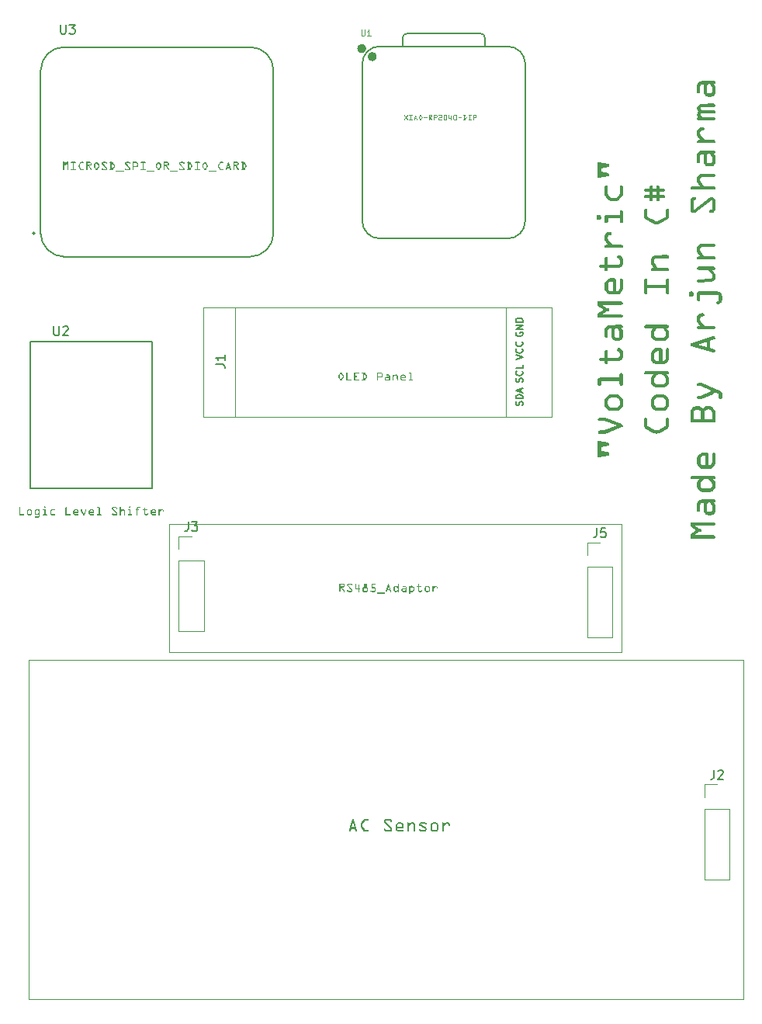
<source format=gbr>
%TF.GenerationSoftware,KiCad,Pcbnew,9.0.6*%
%TF.CreationDate,2025-12-15T19:17:09+00:00*%
%TF.ProjectId,VoltaPCB,566f6c74-6150-4434-922e-6b696361645f,rev?*%
%TF.SameCoordinates,Original*%
%TF.FileFunction,Legend,Top*%
%TF.FilePolarity,Positive*%
%FSLAX46Y46*%
G04 Gerber Fmt 4.6, Leading zero omitted, Abs format (unit mm)*
G04 Created by KiCad (PCBNEW 9.0.6) date 2025-12-15 19:17:09*
%MOMM*%
%LPD*%
G01*
G04 APERTURE LIST*
%ADD10C,0.100000*%
%ADD11C,0.200000*%
%ADD12C,0.300000*%
%ADD13C,0.150000*%
%ADD14C,0.101600*%
%ADD15C,0.127000*%
%ADD16C,0.120000*%
%ADD17C,0.504000*%
%ADD18C,0.040000*%
G04 APERTURE END LIST*
D10*
X115040000Y-81670000D02*
X164340000Y-81670000D01*
X164340000Y-95670000D01*
X115040000Y-95670000D01*
X115040000Y-81670000D01*
X99670000Y-96510000D02*
X177670000Y-96510000D01*
X177670000Y-133510000D01*
X99670000Y-133510000D01*
X99670000Y-96510000D01*
D11*
G36*
X98643154Y-80740000D02*
G01*
X98643154Y-79888691D01*
X98647518Y-79866440D01*
X98660801Y-79847109D01*
X98680149Y-79833832D01*
X98702505Y-79829462D01*
X98724804Y-79833842D01*
X98744149Y-79847170D01*
X98757428Y-79866509D01*
X98761795Y-79888813D01*
X98761795Y-80622763D01*
X99165651Y-80622763D01*
X99188637Y-80627030D01*
X99208332Y-80639860D01*
X99221856Y-80658792D01*
X99226345Y-80681381D01*
X99221858Y-80703981D01*
X99208332Y-80722964D01*
X99188641Y-80735746D01*
X99165651Y-80740000D01*
X98643154Y-80740000D01*
G37*
G36*
X99894988Y-80081751D02*
G01*
X99944901Y-80102540D01*
X99996626Y-80140566D01*
X100030205Y-80176400D01*
X100052708Y-80212236D01*
X100065717Y-80248627D01*
X100070021Y-80286379D01*
X100070021Y-80529279D01*
X100065747Y-80566332D01*
X100052790Y-80602269D01*
X100030298Y-80637889D01*
X99996626Y-80673749D01*
X99944922Y-80711898D01*
X99894983Y-80733157D01*
X99845378Y-80740000D01*
X99710801Y-80740000D01*
X99660332Y-80732999D01*
X99610253Y-80711366D01*
X99559126Y-80672711D01*
X99517310Y-80624427D01*
X99494246Y-80577146D01*
X99486830Y-80529279D01*
X99486830Y-80290226D01*
X99606875Y-80290226D01*
X99606875Y-80524699D01*
X99612461Y-80552614D01*
X99628735Y-80573609D01*
X99671783Y-80610856D01*
X99687613Y-80619528D01*
X99710801Y-80622763D01*
X99844035Y-80622763D01*
X99871058Y-80617662D01*
X99896059Y-80601880D01*
X99930863Y-80570800D01*
X99946116Y-80551918D01*
X99951380Y-80526104D01*
X99951380Y-80291631D01*
X99945910Y-80261647D01*
X99930925Y-80242110D01*
X99890624Y-80209687D01*
X99869011Y-80197111D01*
X99844035Y-80192896D01*
X99725150Y-80192896D01*
X99690066Y-80197833D01*
X99666348Y-80211031D01*
X99627392Y-80244797D01*
X99612060Y-80264733D01*
X99606875Y-80290226D01*
X99486830Y-80290226D01*
X99486830Y-80286379D01*
X99494104Y-80238407D01*
X99516668Y-80191111D01*
X99557416Y-80142948D01*
X99607504Y-80104569D01*
X99658150Y-80082800D01*
X99710801Y-80075659D01*
X99845378Y-80075659D01*
X99894988Y-80081751D01*
G37*
G36*
X100678242Y-80080981D02*
G01*
X100719284Y-80096939D01*
X100758664Y-80124446D01*
X100794873Y-80155221D01*
X100793712Y-80136598D01*
X100798087Y-80113586D01*
X100811298Y-80093794D01*
X100830692Y-80080137D01*
X100853063Y-80075659D01*
X100876031Y-80079979D01*
X100895745Y-80093000D01*
X100909263Y-80112177D01*
X100913758Y-80135071D01*
X100913758Y-80779628D01*
X100907226Y-80826388D01*
X100887846Y-80868109D01*
X100854346Y-80906329D01*
X100807878Y-80946690D01*
X100787395Y-80960944D01*
X100757076Y-80974412D01*
X100724644Y-80983400D01*
X100695954Y-80986196D01*
X100447315Y-80986196D01*
X100424372Y-80981959D01*
X100405244Y-80969344D01*
X100392341Y-80950552D01*
X100387964Y-80927212D01*
X100392306Y-80904491D01*
X100405244Y-80885751D01*
X100424367Y-80873184D01*
X100447315Y-80868960D01*
X100695954Y-80868960D01*
X100716718Y-80864971D01*
X100737048Y-80852351D01*
X100776066Y-80818707D01*
X100790368Y-80801856D01*
X100795117Y-80780483D01*
X100795117Y-80609940D01*
X100753036Y-80647021D01*
X100713664Y-80671246D01*
X100676271Y-80684833D01*
X100639962Y-80689197D01*
X100551790Y-80689197D01*
X100507487Y-80683947D01*
X100466427Y-80668297D01*
X100427531Y-80641509D01*
X100384483Y-80603162D01*
X100365199Y-80582022D01*
X100347420Y-80550528D01*
X100335661Y-80515700D01*
X100331910Y-80482690D01*
X100331910Y-80292424D01*
X100332388Y-80287540D01*
X100450612Y-80287540D01*
X100450612Y-80480736D01*
X100455705Y-80501978D01*
X100472533Y-80523478D01*
X100510085Y-80557245D01*
X100528122Y-80568438D01*
X100546355Y-80571960D01*
X100639962Y-80571960D01*
X100659415Y-80567515D01*
X100683742Y-80551749D01*
X100774600Y-80473836D01*
X100790065Y-80453718D01*
X100795117Y-80430055D01*
X100795117Y-80343471D01*
X100789304Y-80315681D01*
X100771853Y-80293218D01*
X100678247Y-80211336D01*
X100656841Y-80197587D01*
X100630375Y-80192896D01*
X100553194Y-80192896D01*
X100529713Y-80197533D01*
X100505933Y-80212435D01*
X100470457Y-80242172D01*
X100455713Y-80261503D01*
X100450612Y-80287540D01*
X100332388Y-80287540D01*
X100335811Y-80252557D01*
X100347420Y-80215000D01*
X100365317Y-80181768D01*
X100384483Y-80160289D01*
X100431622Y-80119928D01*
X100467732Y-80095312D01*
X100507397Y-80080659D01*
X100551790Y-80075659D01*
X100634466Y-80075659D01*
X100678242Y-80080981D01*
G37*
G36*
X101409876Y-79778660D02*
G01*
X101469960Y-79778660D01*
X101492864Y-79782980D01*
X101511970Y-79795879D01*
X101524969Y-79814867D01*
X101529311Y-79837583D01*
X101529311Y-79886432D01*
X101525005Y-79909278D01*
X101512031Y-79928869D01*
X101492869Y-79942243D01*
X101469960Y-79946699D01*
X101408533Y-79946699D01*
X101385080Y-79942119D01*
X101365790Y-79928442D01*
X101352879Y-79908836D01*
X101349182Y-79887714D01*
X101350525Y-79837583D01*
X101354854Y-79814862D01*
X101367805Y-79795879D01*
X101386961Y-79782978D01*
X101409876Y-79778660D01*
G37*
G36*
X101643494Y-80740000D02*
G01*
X101293739Y-80740000D01*
X101270814Y-80735708D01*
X101251668Y-80722903D01*
X101238713Y-80703986D01*
X101234388Y-80681381D01*
X101238672Y-80659301D01*
X101251668Y-80640226D01*
X101270843Y-80627134D01*
X101293739Y-80622763D01*
X101409265Y-80622763D01*
X101409265Y-80196803D01*
X101295143Y-80196803D01*
X101272234Y-80192348D01*
X101253072Y-80178974D01*
X101240085Y-80159476D01*
X101235792Y-80136903D01*
X101240106Y-80113700D01*
X101253072Y-80093855D01*
X101272263Y-80080194D01*
X101295143Y-80075659D01*
X101469960Y-80075659D01*
X101492849Y-80080167D01*
X101512031Y-80093733D01*
X101524998Y-80113518D01*
X101529311Y-80136659D01*
X101529311Y-80622763D01*
X101642151Y-80622763D01*
X101665137Y-80627030D01*
X101684832Y-80639860D01*
X101698357Y-80658792D01*
X101702845Y-80681381D01*
X101698438Y-80704010D01*
X101685199Y-80722964D01*
X101665898Y-80735762D01*
X101643494Y-80740000D01*
G37*
G36*
X102547315Y-80740000D02*
G01*
X102302095Y-80740000D01*
X102259797Y-80735457D01*
X102222866Y-80722299D01*
X102190110Y-80700493D01*
X102078796Y-80603346D01*
X102049010Y-80570079D01*
X102031093Y-80530131D01*
X102024818Y-80481407D01*
X102024818Y-80331564D01*
X102030149Y-80284939D01*
X102049795Y-80242582D01*
X102085635Y-80202787D01*
X102186019Y-80115837D01*
X102220388Y-80093067D01*
X102255163Y-80079976D01*
X102291165Y-80075659D01*
X102548658Y-80075659D01*
X102571572Y-80079952D01*
X102590668Y-80092756D01*
X102603671Y-80111677D01*
X102608009Y-80134277D01*
X102603625Y-80157444D01*
X102590668Y-80176165D01*
X102571600Y-80188683D01*
X102548658Y-80192896D01*
X102302095Y-80192896D01*
X102280589Y-80197200D01*
X102258925Y-80211031D01*
X102166724Y-80290348D01*
X102150459Y-80311988D01*
X102144864Y-80340601D01*
X102144864Y-80481957D01*
X102149088Y-80502105D01*
X102161961Y-80519143D01*
X102263077Y-80606032D01*
X102284023Y-80618354D01*
X102312353Y-80622763D01*
X102547315Y-80622763D01*
X102569714Y-80627014D01*
X102589019Y-80639860D01*
X102602256Y-80658763D01*
X102606666Y-80681381D01*
X102602327Y-80703982D01*
X102589325Y-80722903D01*
X102570229Y-80735706D01*
X102547315Y-80740000D01*
G37*
G36*
X103713636Y-80740000D02*
G01*
X103713636Y-79888691D01*
X103718000Y-79866440D01*
X103731282Y-79847109D01*
X103750630Y-79833832D01*
X103772987Y-79829462D01*
X103795286Y-79833842D01*
X103814630Y-79847170D01*
X103827909Y-79866509D01*
X103832277Y-79888813D01*
X103832277Y-80622763D01*
X104236132Y-80622763D01*
X104259118Y-80627030D01*
X104278814Y-80639860D01*
X104292338Y-80658792D01*
X104296826Y-80681381D01*
X104292340Y-80703981D01*
X104278814Y-80722964D01*
X104259123Y-80735746D01*
X104236132Y-80740000D01*
X103713636Y-80740000D01*
G37*
G36*
X104973464Y-80081053D02*
G01*
X105011790Y-80097625D01*
X105050377Y-80127072D01*
X105093425Y-80168288D01*
X105118674Y-80199597D01*
X105134666Y-80240709D01*
X105140502Y-80294684D01*
X105140502Y-80434146D01*
X105136133Y-80456576D01*
X105122856Y-80476034D01*
X105103498Y-80489406D01*
X105081151Y-80493803D01*
X104677357Y-80493803D01*
X104677357Y-80525432D01*
X104683328Y-80551465D01*
X104701903Y-80573853D01*
X104735365Y-80601941D01*
X104762602Y-80618026D01*
X104786045Y-80622763D01*
X105081151Y-80622763D01*
X105103550Y-80627014D01*
X105122856Y-80639860D01*
X105136093Y-80658763D01*
X105140502Y-80681381D01*
X105136058Y-80703457D01*
X105122489Y-80722597D01*
X105102959Y-80735728D01*
X105081151Y-80740000D01*
X104778534Y-80740000D01*
X104748016Y-80736938D01*
X104714665Y-80727238D01*
X104683871Y-80713209D01*
X104665206Y-80700493D01*
X104613976Y-80655369D01*
X104592317Y-80632864D01*
X104573554Y-80601331D01*
X104561095Y-80566962D01*
X104557311Y-80537522D01*
X104557311Y-80285769D01*
X104678761Y-80285769D01*
X104678761Y-80372658D01*
X105023205Y-80372658D01*
X105023205Y-80294623D01*
X105018157Y-80266423D01*
X105004093Y-80246873D01*
X104970570Y-80217503D01*
X104945110Y-80201307D01*
X104925447Y-80196803D01*
X104781343Y-80196803D01*
X104756766Y-80201211D01*
X104734082Y-80214755D01*
X104700560Y-80242843D01*
X104684158Y-80261954D01*
X104678761Y-80285769D01*
X104557311Y-80285769D01*
X104557311Y-80274045D01*
X104561021Y-80249591D01*
X104574897Y-80212313D01*
X104595468Y-80177099D01*
X104619532Y-80152046D01*
X104667343Y-80114433D01*
X104700761Y-80092654D01*
X104735733Y-80079922D01*
X104773100Y-80075659D01*
X104934300Y-80075659D01*
X104973464Y-80081053D01*
G37*
G36*
X105985583Y-80135010D02*
G01*
X105985583Y-80244797D01*
X105786647Y-80698417D01*
X105770852Y-80722916D01*
X105753672Y-80735844D01*
X105734318Y-80740000D01*
X105660556Y-80740000D01*
X105635565Y-80735319D01*
X105615821Y-80721603D01*
X105600045Y-80697074D01*
X105402392Y-80246202D01*
X105402392Y-80135010D01*
X105406720Y-80112153D01*
X105419672Y-80093000D01*
X105438838Y-80080004D01*
X105461743Y-80075659D01*
X105484647Y-80079979D01*
X105503753Y-80092878D01*
X105516751Y-80111926D01*
X105521094Y-80134705D01*
X105521094Y-80221899D01*
X105694018Y-80612077D01*
X105865598Y-80221289D01*
X105865598Y-80135010D01*
X105870011Y-80112139D01*
X105883245Y-80093000D01*
X105902757Y-80080024D01*
X105926293Y-80075659D01*
X105949135Y-80080003D01*
X105968241Y-80093000D01*
X105981236Y-80112115D01*
X105985583Y-80135010D01*
G37*
G36*
X106663624Y-80081053D02*
G01*
X106701951Y-80097625D01*
X106740537Y-80127072D01*
X106783585Y-80168288D01*
X106808835Y-80199597D01*
X106824827Y-80240709D01*
X106830663Y-80294684D01*
X106830663Y-80434146D01*
X106826294Y-80456576D01*
X106813016Y-80476034D01*
X106793659Y-80489406D01*
X106771312Y-80493803D01*
X106367517Y-80493803D01*
X106367517Y-80525432D01*
X106373488Y-80551465D01*
X106392064Y-80573853D01*
X106425525Y-80601941D01*
X106452763Y-80618026D01*
X106476205Y-80622763D01*
X106771312Y-80622763D01*
X106793710Y-80627014D01*
X106813016Y-80639860D01*
X106826253Y-80658763D01*
X106830663Y-80681381D01*
X106826218Y-80703457D01*
X106812650Y-80722597D01*
X106793119Y-80735728D01*
X106771312Y-80740000D01*
X106468695Y-80740000D01*
X106438176Y-80736938D01*
X106404825Y-80727238D01*
X106374032Y-80713209D01*
X106355366Y-80700493D01*
X106304136Y-80655369D01*
X106282477Y-80632864D01*
X106263714Y-80601331D01*
X106251256Y-80566962D01*
X106247472Y-80537522D01*
X106247472Y-80285769D01*
X106368922Y-80285769D01*
X106368922Y-80372658D01*
X106713365Y-80372658D01*
X106713365Y-80294623D01*
X106708318Y-80266423D01*
X106694253Y-80246873D01*
X106660731Y-80217503D01*
X106635271Y-80201307D01*
X106615607Y-80196803D01*
X106471504Y-80196803D01*
X106446927Y-80201211D01*
X106424243Y-80214755D01*
X106390720Y-80242843D01*
X106374318Y-80261954D01*
X106368922Y-80285769D01*
X106247472Y-80285769D01*
X106247472Y-80274045D01*
X106251181Y-80249591D01*
X106265057Y-80212313D01*
X106285629Y-80177099D01*
X106309693Y-80152046D01*
X106357503Y-80114433D01*
X106390921Y-80092654D01*
X106425893Y-80079922D01*
X106463261Y-80075659D01*
X106624461Y-80075659D01*
X106663624Y-80081053D01*
G37*
G36*
X107559056Y-80740000D02*
G01*
X107212048Y-80740000D01*
X107189163Y-80735478D01*
X107169977Y-80721864D01*
X107157009Y-80701969D01*
X107152697Y-80678756D01*
X107156990Y-80656182D01*
X107169977Y-80636685D01*
X107189139Y-80623311D01*
X107212048Y-80618855D01*
X107324827Y-80618855D01*
X107324827Y-79946699D01*
X107210705Y-79946699D01*
X107187781Y-79942408D01*
X107168634Y-79929602D01*
X107155679Y-79910686D01*
X107151354Y-79888080D01*
X107155679Y-79865475D01*
X107168634Y-79846559D01*
X107187781Y-79833753D01*
X107210705Y-79829462D01*
X107385522Y-79829462D01*
X107407878Y-79833832D01*
X107427226Y-79847109D01*
X107440506Y-79866389D01*
X107444873Y-79888630D01*
X107444873Y-80618855D01*
X107559056Y-80618855D01*
X107581398Y-80623264D01*
X107600761Y-80636685D01*
X107614034Y-80656210D01*
X107618407Y-80678756D01*
X107614095Y-80701969D01*
X107601127Y-80721864D01*
X107581941Y-80735478D01*
X107559056Y-80740000D01*
G37*
G36*
X108915886Y-79829462D02*
G01*
X109214351Y-79829462D01*
X109249603Y-79834316D01*
X109284221Y-79849247D01*
X109319192Y-79875807D01*
X109346908Y-79909232D01*
X109363138Y-79946193D01*
X109368651Y-79988037D01*
X109364141Y-80011394D01*
X109350638Y-80030840D01*
X109331342Y-80044084D01*
X109310705Y-80048304D01*
X109283656Y-80044384D01*
X109269061Y-80034687D01*
X109259106Y-80017904D01*
X109247934Y-79985839D01*
X109238446Y-79965658D01*
X109224689Y-79954489D01*
X109205497Y-79950607D01*
X108922053Y-79950607D01*
X108907342Y-79953793D01*
X108903491Y-79961353D01*
X108911917Y-79979122D01*
X109337510Y-80524333D01*
X109361090Y-80566476D01*
X109368651Y-80609940D01*
X109364481Y-80642882D01*
X109352095Y-80672862D01*
X109330855Y-80700799D01*
X109303817Y-80723143D01*
X109275980Y-80735821D01*
X109246469Y-80740000D01*
X108937013Y-80740000D01*
X108897415Y-80734835D01*
X108861700Y-80719520D01*
X108828691Y-80693227D01*
X108802484Y-80659924D01*
X108787605Y-80625983D01*
X108782713Y-80590401D01*
X108787057Y-80560410D01*
X108798497Y-80541128D01*
X108816861Y-80529430D01*
X108844811Y-80525066D01*
X108867042Y-80529336D01*
X108885783Y-80542163D01*
X108898564Y-80560858D01*
X108902758Y-80582280D01*
X108905794Y-80598255D01*
X108914787Y-80611222D01*
X108928255Y-80619809D01*
X108945195Y-80622763D01*
X109230776Y-80622763D01*
X109243517Y-80619368D01*
X109247263Y-80610368D01*
X109238836Y-80593820D01*
X108813915Y-80048975D01*
X108790924Y-80007352D01*
X108783445Y-79963063D01*
X108787764Y-79928637D01*
X108800522Y-79897706D01*
X108822280Y-79869274D01*
X108850193Y-79847005D01*
X108881034Y-79833915D01*
X108915886Y-79829462D01*
G37*
G36*
X109627793Y-80680648D02*
G01*
X109627793Y-79887470D01*
X109632105Y-79865201D01*
X109645073Y-79846437D01*
X109664210Y-79833727D01*
X109687144Y-79829462D01*
X109710039Y-79833809D01*
X109729154Y-79846803D01*
X109742148Y-79865978D01*
X109746495Y-79888935D01*
X109746495Y-80175554D01*
X109835644Y-80116325D01*
X109879350Y-80092389D01*
X109916601Y-80079573D01*
X109948789Y-80075659D01*
X110019803Y-80075659D01*
X110065187Y-80081350D01*
X110105500Y-80098087D01*
X110142107Y-80126523D01*
X110170826Y-80163006D01*
X110188378Y-80203715D01*
X110195291Y-80249987D01*
X110209641Y-80680526D01*
X110205730Y-80703461D01*
X110192666Y-80722658D01*
X110173256Y-80735667D01*
X110150351Y-80740000D01*
X110127510Y-80735494D01*
X110108585Y-80721987D01*
X110095666Y-80702444D01*
X110091000Y-80680587D01*
X110076650Y-80248522D01*
X110072054Y-80227633D01*
X110059431Y-80209504D01*
X110041261Y-80197033D01*
X110019864Y-80192896D01*
X109955628Y-80192896D01*
X109934436Y-80196744D01*
X109908916Y-80209870D01*
X109746495Y-80317032D01*
X109746495Y-80680710D01*
X109742153Y-80703562D01*
X109729154Y-80722719D01*
X109710043Y-80735666D01*
X109687144Y-80740000D01*
X109664234Y-80735668D01*
X109645073Y-80722719D01*
X109632124Y-80703558D01*
X109627793Y-80680648D01*
G37*
G36*
X110705759Y-79778660D02*
G01*
X110765843Y-79778660D01*
X110788747Y-79782980D01*
X110807852Y-79795879D01*
X110820851Y-79814867D01*
X110825194Y-79837583D01*
X110825194Y-79886432D01*
X110820888Y-79909278D01*
X110807913Y-79928869D01*
X110788751Y-79942243D01*
X110765843Y-79946699D01*
X110704415Y-79946699D01*
X110680963Y-79942119D01*
X110661673Y-79928442D01*
X110648762Y-79908836D01*
X110645064Y-79887714D01*
X110646408Y-79837583D01*
X110650737Y-79814862D01*
X110663688Y-79795879D01*
X110682844Y-79782978D01*
X110705759Y-79778660D01*
G37*
G36*
X110939377Y-80740000D02*
G01*
X110589621Y-80740000D01*
X110566697Y-80735708D01*
X110547550Y-80722903D01*
X110534596Y-80703986D01*
X110530270Y-80681381D01*
X110534555Y-80659301D01*
X110547550Y-80640226D01*
X110566726Y-80627134D01*
X110589621Y-80622763D01*
X110705148Y-80622763D01*
X110705148Y-80196803D01*
X110591026Y-80196803D01*
X110568117Y-80192348D01*
X110548955Y-80178974D01*
X110535968Y-80159476D01*
X110531675Y-80136903D01*
X110535989Y-80113700D01*
X110548955Y-80093855D01*
X110568146Y-80080194D01*
X110591026Y-80075659D01*
X110765843Y-80075659D01*
X110788732Y-80080167D01*
X110807913Y-80093733D01*
X110820880Y-80113518D01*
X110825194Y-80136659D01*
X110825194Y-80622763D01*
X110938034Y-80622763D01*
X110961020Y-80627030D01*
X110980715Y-80639860D01*
X110994239Y-80658792D01*
X110998728Y-80681381D01*
X110994320Y-80704010D01*
X110981082Y-80722964D01*
X110961780Y-80735762D01*
X110939377Y-80740000D01*
G37*
G36*
X111584911Y-80192896D02*
G01*
X111584911Y-80680404D01*
X111580499Y-80703349D01*
X111567264Y-80722597D01*
X111547935Y-80735682D01*
X111525560Y-80740000D01*
X111502029Y-80735621D01*
X111482512Y-80722597D01*
X111469278Y-80703349D01*
X111464866Y-80680404D01*
X111464866Y-80192896D01*
X111408079Y-80192896D01*
X111385179Y-80188538D01*
X111366008Y-80175493D01*
X111353011Y-80156368D01*
X111348728Y-80134277D01*
X111352662Y-80112660D01*
X111364604Y-80093489D01*
X111383040Y-80080283D01*
X111408079Y-80075659D01*
X111466209Y-80075659D01*
X111466209Y-80033649D01*
X111473178Y-79977525D01*
X111493367Y-79929469D01*
X111527209Y-79887531D01*
X111570874Y-79855470D01*
X111620923Y-79836155D01*
X111679250Y-79829462D01*
X111813828Y-79829462D01*
X111836736Y-79833918D01*
X111855898Y-79847292D01*
X111868825Y-79866977D01*
X111873179Y-79890706D01*
X111868806Y-79913251D01*
X111855532Y-79932777D01*
X111836170Y-79946197D01*
X111813828Y-79950607D01*
X111679250Y-79950607D01*
X111641912Y-79956653D01*
X111612632Y-79973993D01*
X111592933Y-80000592D01*
X111586254Y-80034382D01*
X111586254Y-80075659D01*
X111699033Y-80075659D01*
X111721404Y-80079487D01*
X111740738Y-80092451D01*
X111753989Y-80111648D01*
X111758384Y-80134277D01*
X111754023Y-80156340D01*
X111740738Y-80175493D01*
X111721409Y-80188578D01*
X111699033Y-80192896D01*
X111584911Y-80192896D01*
G37*
G36*
X112569393Y-80740000D02*
G01*
X112454660Y-80740000D01*
X112408839Y-80734259D01*
X112368059Y-80717365D01*
X112330951Y-80688647D01*
X112302008Y-80651767D01*
X112284970Y-80611040D01*
X112279171Y-80565061D01*
X112279171Y-80192896D01*
X112222385Y-80192896D01*
X112199432Y-80188685D01*
X112180314Y-80176165D01*
X112167404Y-80157449D01*
X112163034Y-80134277D01*
X112167359Y-80111672D01*
X112180314Y-80092756D01*
X112199461Y-80079950D01*
X112222385Y-80075659D01*
X112280576Y-80075659D01*
X112280576Y-79936013D01*
X112284908Y-79913040D01*
X112297856Y-79893820D01*
X112317031Y-79880728D01*
X112339927Y-79876357D01*
X112361696Y-79880708D01*
X112381204Y-79894125D01*
X112394769Y-79913611D01*
X112399217Y-79936013D01*
X112399217Y-80075659D01*
X112628133Y-80075659D01*
X112650504Y-80079989D01*
X112669838Y-80093122D01*
X112683121Y-80112225D01*
X112687484Y-80134277D01*
X112683077Y-80156906D01*
X112669838Y-80175860D01*
X112650536Y-80188658D01*
X112628133Y-80192896D01*
X112397873Y-80192896D01*
X112397873Y-80566770D01*
X112402037Y-80587813D01*
X112414726Y-80606093D01*
X112433204Y-80618624D01*
X112454660Y-80622763D01*
X112566706Y-80622763D01*
X112592747Y-80617455D01*
X112612048Y-80602004D01*
X112626057Y-80573914D01*
X112640075Y-80545842D01*
X112659431Y-80530382D01*
X112685591Y-80525066D01*
X112709546Y-80529440D01*
X112728273Y-80542163D01*
X112740645Y-80561213D01*
X112744881Y-80585027D01*
X112739923Y-80617935D01*
X112724243Y-80652051D01*
X112695483Y-80688525D01*
X112659767Y-80716976D01*
X112618323Y-80734066D01*
X112569393Y-80740000D01*
G37*
G36*
X113424266Y-80081053D02*
G01*
X113462593Y-80097625D01*
X113501179Y-80127072D01*
X113544227Y-80168288D01*
X113569477Y-80199597D01*
X113585469Y-80240709D01*
X113591305Y-80294684D01*
X113591305Y-80434146D01*
X113586936Y-80456576D01*
X113573658Y-80476034D01*
X113554301Y-80489406D01*
X113531954Y-80493803D01*
X113128159Y-80493803D01*
X113128159Y-80525432D01*
X113134130Y-80551465D01*
X113152706Y-80573853D01*
X113186167Y-80601941D01*
X113213405Y-80618026D01*
X113236847Y-80622763D01*
X113531954Y-80622763D01*
X113554352Y-80627014D01*
X113573658Y-80639860D01*
X113586895Y-80658763D01*
X113591305Y-80681381D01*
X113586860Y-80703457D01*
X113573292Y-80722597D01*
X113553761Y-80735728D01*
X113531954Y-80740000D01*
X113229337Y-80740000D01*
X113198818Y-80736938D01*
X113165467Y-80727238D01*
X113134674Y-80713209D01*
X113116008Y-80700493D01*
X113064778Y-80655369D01*
X113043119Y-80632864D01*
X113024356Y-80601331D01*
X113011898Y-80566962D01*
X113008114Y-80537522D01*
X113008114Y-80285769D01*
X113129564Y-80285769D01*
X113129564Y-80372658D01*
X113474007Y-80372658D01*
X113474007Y-80294623D01*
X113468960Y-80266423D01*
X113454895Y-80246873D01*
X113421373Y-80217503D01*
X113395913Y-80201307D01*
X113376249Y-80196803D01*
X113232146Y-80196803D01*
X113207569Y-80201211D01*
X113184885Y-80214755D01*
X113151362Y-80242843D01*
X113134960Y-80261954D01*
X113129564Y-80285769D01*
X113008114Y-80285769D01*
X113008114Y-80274045D01*
X113011823Y-80249591D01*
X113025699Y-80212313D01*
X113046271Y-80177099D01*
X113070335Y-80152046D01*
X113118145Y-80114433D01*
X113151563Y-80092654D01*
X113186535Y-80079922D01*
X113223903Y-80075659D01*
X113385103Y-80075659D01*
X113424266Y-80081053D01*
G37*
G36*
X113854599Y-80680648D02*
G01*
X113854599Y-80136353D01*
X113858910Y-80113339D01*
X113871879Y-80093672D01*
X113891055Y-80080154D01*
X113913950Y-80075659D01*
X113936782Y-80080029D01*
X113955898Y-80093122D01*
X113968882Y-80112440D01*
X113973240Y-80135682D01*
X113973240Y-80202360D01*
X114063609Y-80125301D01*
X114104694Y-80096429D01*
X114142522Y-80080637D01*
X114178281Y-80075659D01*
X114262301Y-80075659D01*
X114308069Y-80081396D01*
X114348575Y-80098242D01*
X114385216Y-80126828D01*
X114413800Y-80163508D01*
X114430648Y-80204055D01*
X114436385Y-80249865D01*
X114436385Y-80280640D01*
X114432022Y-80304186D01*
X114419044Y-80323749D01*
X114399913Y-80336985D01*
X114377095Y-80341395D01*
X114354200Y-80337024D01*
X114335024Y-80323932D01*
X114322080Y-80304585D01*
X114317744Y-80281434D01*
X114317744Y-80248949D01*
X114313680Y-80227288D01*
X114301563Y-80209260D01*
X114283706Y-80196994D01*
X114262301Y-80192896D01*
X114187868Y-80192896D01*
X114164982Y-80198337D01*
X114135844Y-80217869D01*
X113973240Y-80359897D01*
X113973240Y-80680465D01*
X113968828Y-80703410D01*
X113955593Y-80722658D01*
X113936277Y-80735698D01*
X113913950Y-80740000D01*
X113891040Y-80735668D01*
X113871879Y-80722719D01*
X113858930Y-80703558D01*
X113854599Y-80680648D01*
G37*
G36*
X161798387Y-74393057D02*
G01*
X161798387Y-72643484D01*
X161965816Y-72643484D01*
X162899495Y-72815859D01*
X162986566Y-72851491D01*
X163035395Y-72909954D01*
X163052819Y-72997759D01*
X163035458Y-73084073D01*
X162986746Y-73141251D01*
X162899495Y-73175628D01*
X162161821Y-73322174D01*
X162161821Y-73712352D01*
X162900411Y-73860913D01*
X162987645Y-73898465D01*
X163035911Y-73955979D01*
X163052819Y-74038783D01*
X163035152Y-74129166D01*
X162986297Y-74187331D01*
X162899862Y-74220682D01*
X161965266Y-74393057D01*
X161798387Y-74393057D01*
G37*
G36*
X161980287Y-70095970D02*
G01*
X162613731Y-70095970D01*
X164396826Y-70797192D01*
X164473792Y-70843499D01*
X164515877Y-70900215D01*
X164530000Y-70970665D01*
X164515560Y-71045161D01*
X164473241Y-71103093D01*
X164397009Y-71148352D01*
X162613731Y-71845543D01*
X161980287Y-71845543D01*
X161909824Y-71832497D01*
X161851327Y-71793702D01*
X161811621Y-71736134D01*
X161798387Y-71667490D01*
X161811627Y-71598878D01*
X161851327Y-71541461D01*
X161909661Y-71502521D01*
X161979921Y-71489437D01*
X162538810Y-71489437D01*
X163858637Y-70970665D01*
X162543389Y-70451893D01*
X161980104Y-70451893D01*
X161909672Y-70438841D01*
X161851327Y-70400053D01*
X161811621Y-70342484D01*
X161798387Y-70273840D01*
X161811618Y-70205386D01*
X161851327Y-70147994D01*
X161909838Y-70109057D01*
X161980287Y-70095970D01*
G37*
G36*
X164008998Y-67581794D02*
G01*
X164116807Y-67620666D01*
X164223669Y-67688142D01*
X164331247Y-67789158D01*
X164445696Y-67944268D01*
X164509473Y-68094087D01*
X164530000Y-68242900D01*
X164530000Y-68646633D01*
X164508999Y-68798040D01*
X164444100Y-68948275D01*
X164328133Y-69101658D01*
X164183281Y-69227105D01*
X164041438Y-69296296D01*
X163897838Y-69318545D01*
X163169139Y-69318545D01*
X163025222Y-69296725D01*
X162883335Y-69229032D01*
X162738845Y-69106787D01*
X162623708Y-68956523D01*
X162558401Y-68804585D01*
X162536978Y-68646633D01*
X162536978Y-68246930D01*
X162888688Y-68246930D01*
X162888688Y-68603585D01*
X162903499Y-68708838D01*
X162943093Y-68779990D01*
X163044392Y-68896860D01*
X163104201Y-68942856D01*
X163180680Y-68958409D01*
X163884099Y-68958409D01*
X163967843Y-68941651D01*
X164030828Y-68892830D01*
X164142569Y-68763687D01*
X164168584Y-68716196D01*
X164178290Y-68646633D01*
X164178290Y-68246930D01*
X164162988Y-68165860D01*
X164115642Y-68090859D01*
X164022402Y-67986445D01*
X163965755Y-67940687D01*
X163888312Y-67924896D01*
X163184893Y-67924896D01*
X163094942Y-67941306D01*
X163036332Y-67986262D01*
X162939063Y-68107162D01*
X162901333Y-68172003D01*
X162888688Y-68246930D01*
X162536978Y-68246930D01*
X162536978Y-68242900D01*
X162555255Y-68094070D01*
X162617622Y-67944331D01*
X162731700Y-67789158D01*
X162839201Y-67688420D01*
X162946709Y-67620911D01*
X163055882Y-67581884D01*
X163169139Y-67568973D01*
X163897838Y-67568973D01*
X164008998Y-67581794D01*
G37*
G36*
X164530000Y-65383793D02*
G01*
X164530000Y-66424817D01*
X164516435Y-66493471D01*
X164475594Y-66551030D01*
X164415909Y-66589934D01*
X164346268Y-66602870D01*
X164278548Y-66589990D01*
X164220055Y-66551030D01*
X164179933Y-66493543D01*
X164166566Y-66424817D01*
X164166566Y-66086480D01*
X162150097Y-66086480D01*
X162150097Y-66428847D01*
X162137224Y-66497620D01*
X162098806Y-66555060D01*
X162042058Y-66593924D01*
X161974242Y-66606900D01*
X161906427Y-66593924D01*
X161849678Y-66555060D01*
X161811261Y-66497620D01*
X161798387Y-66428847D01*
X161798387Y-65904397D01*
X161811498Y-65837327D01*
X161851327Y-65779283D01*
X161909168Y-65739442D01*
X161975891Y-65726344D01*
X164166566Y-65726344D01*
X164166566Y-65383793D01*
X164179794Y-65316766D01*
X164220055Y-65258680D01*
X164278632Y-65218858D01*
X164346268Y-65205740D01*
X164415909Y-65218676D01*
X164475594Y-65257581D01*
X164516435Y-65315139D01*
X164530000Y-65383793D01*
G37*
G36*
X164530000Y-63028987D02*
G01*
X164530000Y-63373186D01*
X164512777Y-63510647D01*
X164462095Y-63632987D01*
X164375943Y-63744313D01*
X164265301Y-63831141D01*
X164143121Y-63882256D01*
X164005183Y-63899651D01*
X162888688Y-63899651D01*
X162888688Y-64070011D01*
X162876056Y-64138869D01*
X162838496Y-64196223D01*
X162782349Y-64234953D01*
X162712833Y-64248064D01*
X162645017Y-64235088D01*
X162588269Y-64196223D01*
X162549851Y-64138783D01*
X162536978Y-64070011D01*
X162536978Y-63895438D01*
X162118040Y-63895438D01*
X162049122Y-63882442D01*
X161991461Y-63843598D01*
X161952185Y-63786072D01*
X161939071Y-63717385D01*
X161952125Y-63652076D01*
X161992377Y-63593554D01*
X162050835Y-63552858D01*
X162118040Y-63539515D01*
X162536978Y-63539515D01*
X162536978Y-62852766D01*
X162549969Y-62785654D01*
X162589368Y-62727652D01*
X162646677Y-62687802D01*
X162712833Y-62674712D01*
X162780719Y-62687936D01*
X162837580Y-62727652D01*
X162875974Y-62785556D01*
X162888688Y-62852766D01*
X162888688Y-63543545D01*
X164010312Y-63543545D01*
X164073439Y-63531053D01*
X164128281Y-63492987D01*
X164165873Y-63437552D01*
X164178290Y-63373186D01*
X164178290Y-63037047D01*
X164162367Y-62958925D01*
X164116013Y-62901022D01*
X164031744Y-62858994D01*
X163947526Y-62816940D01*
X163901147Y-62758871D01*
X163885198Y-62680391D01*
X163898321Y-62608527D01*
X163936489Y-62552347D01*
X163993639Y-62515229D01*
X164065083Y-62502521D01*
X164163805Y-62517395D01*
X164266154Y-62564436D01*
X164375577Y-62650716D01*
X164460928Y-62757863D01*
X164512199Y-62882196D01*
X164530000Y-63028987D01*
G37*
G36*
X164420381Y-59976492D02*
G01*
X164477976Y-60016190D01*
X164517096Y-60074138D01*
X164530000Y-60141120D01*
X164516704Y-60211655D01*
X164477060Y-60270264D01*
X164419841Y-60310444D01*
X164358724Y-60323203D01*
X164530000Y-60606769D01*
X164530000Y-61190388D01*
X164512678Y-61330483D01*
X164462030Y-61453406D01*
X164376493Y-61563530D01*
X164266382Y-61648957D01*
X164143458Y-61699549D01*
X164003351Y-61716853D01*
X163802217Y-61716853D01*
X163663485Y-61699518D01*
X163540887Y-61648656D01*
X163430174Y-61562431D01*
X163343839Y-61451705D01*
X163292920Y-61329107D01*
X163275568Y-61190388D01*
X163275568Y-60516277D01*
X163276187Y-60512247D01*
X163639002Y-60512247D01*
X163639002Y-61190388D01*
X163651213Y-61254664D01*
X163687728Y-61308357D01*
X163741570Y-61344584D01*
X163806064Y-61356717D01*
X163999504Y-61356717D01*
X164062369Y-61344473D01*
X164116924Y-61307258D01*
X164154279Y-61253018D01*
X164166566Y-61190388D01*
X164166566Y-60706420D01*
X163946564Y-60335843D01*
X163804965Y-60345918D01*
X163739231Y-60359490D01*
X163686446Y-60395377D01*
X163650967Y-60448060D01*
X163639002Y-60512247D01*
X163276187Y-60512247D01*
X163299199Y-60362404D01*
X163058314Y-60366251D01*
X162992763Y-60378450D01*
X162938147Y-60414794D01*
X162901064Y-60468393D01*
X162888688Y-60532581D01*
X162888688Y-61186358D01*
X162875736Y-61253483D01*
X162836481Y-61311471D01*
X162779020Y-61351327D01*
X162712833Y-61364411D01*
X162645017Y-61351435D01*
X162588269Y-61312570D01*
X162549851Y-61255130D01*
X162536978Y-61186358D01*
X162536978Y-60532581D01*
X162554026Y-60395059D01*
X162603969Y-60273858D01*
X162688469Y-60164751D01*
X162797225Y-60079299D01*
X162919667Y-60026857D01*
X163059963Y-60006115D01*
X164351580Y-59963251D01*
X164420381Y-59976492D01*
G37*
G36*
X162875865Y-58480757D02*
G01*
X162790136Y-58480757D01*
X162291880Y-58825506D01*
X164351946Y-58825506D01*
X164420662Y-58838540D01*
X164478159Y-58877530D01*
X164517000Y-58934861D01*
X164530000Y-59003559D01*
X164516766Y-59072203D01*
X164477060Y-59129772D01*
X164419151Y-59168757D01*
X164352313Y-59181612D01*
X161798387Y-59181612D01*
X161798387Y-58727870D01*
X162410582Y-58306734D01*
X161798387Y-57873326D01*
X161798387Y-57428010D01*
X164352313Y-57428010D01*
X164420838Y-57441487D01*
X164478342Y-57482048D01*
X164517105Y-57541036D01*
X164530000Y-57610093D01*
X164516859Y-57676991D01*
X164476877Y-57735023D01*
X164418503Y-57774856D01*
X164351214Y-57787963D01*
X162292063Y-57787963D01*
X162781892Y-58124651D01*
X162875865Y-58124651D01*
X162942416Y-58137781D01*
X163000245Y-58177774D01*
X163039796Y-58235764D01*
X163052819Y-58302704D01*
X163039665Y-58371377D01*
X163000245Y-58428917D01*
X162942515Y-58467904D01*
X162875865Y-58480757D01*
G37*
G36*
X163679730Y-54905876D02*
G01*
X163738103Y-54945709D01*
X163778220Y-55003781D01*
X163791409Y-55070822D01*
X163791409Y-56282206D01*
X163886297Y-56282206D01*
X163964397Y-56264293D01*
X164031561Y-56208566D01*
X164115825Y-56108182D01*
X164164078Y-56026469D01*
X164178290Y-55956141D01*
X164178290Y-55070822D01*
X164191043Y-55003626D01*
X164229581Y-54945709D01*
X164286290Y-54905998D01*
X164354145Y-54892769D01*
X164420373Y-54906103D01*
X164477793Y-54946808D01*
X164517186Y-55005399D01*
X164530000Y-55070822D01*
X164530000Y-55978673D01*
X164520816Y-56070229D01*
X164491714Y-56170281D01*
X164449629Y-56262662D01*
X164411481Y-56318659D01*
X164276109Y-56472349D01*
X164208593Y-56537325D01*
X164113993Y-56593615D01*
X164010887Y-56630991D01*
X163922568Y-56642342D01*
X163132137Y-56642342D01*
X163058774Y-56631214D01*
X162946939Y-56589585D01*
X162841299Y-56527871D01*
X162766139Y-56455679D01*
X162653299Y-56312247D01*
X162587963Y-56211993D01*
X162549766Y-56107077D01*
X162536978Y-55994976D01*
X162536978Y-55537936D01*
X162900411Y-55537936D01*
X162900411Y-55970246D01*
X162913633Y-56043978D01*
X162954267Y-56112029D01*
X163038531Y-56212596D01*
X163095862Y-56261803D01*
X163167308Y-56277992D01*
X163427976Y-56277992D01*
X163427976Y-55244662D01*
X163193869Y-55244662D01*
X163109269Y-55259805D01*
X163050621Y-55301998D01*
X162962510Y-55402565D01*
X162913921Y-55478945D01*
X162900411Y-55537936D01*
X162536978Y-55537936D01*
X162536978Y-55511375D01*
X162553161Y-55393885D01*
X162602877Y-55278905D01*
X162691217Y-55163146D01*
X162814865Y-55034002D01*
X162908791Y-54958253D01*
X163032128Y-54910277D01*
X163194052Y-54892769D01*
X163612440Y-54892769D01*
X163679730Y-54905876D01*
G37*
G36*
X164530000Y-52888024D02*
G01*
X164530000Y-53232223D01*
X164512777Y-53369684D01*
X164462095Y-53492024D01*
X164375943Y-53603350D01*
X164265301Y-53690178D01*
X164143121Y-53741293D01*
X164005183Y-53758688D01*
X162888688Y-53758688D01*
X162888688Y-53929048D01*
X162876056Y-53997906D01*
X162838496Y-54055260D01*
X162782349Y-54093990D01*
X162712833Y-54107101D01*
X162645017Y-54094125D01*
X162588269Y-54055260D01*
X162549851Y-53997820D01*
X162536978Y-53929048D01*
X162536978Y-53754475D01*
X162118040Y-53754475D01*
X162049122Y-53741479D01*
X161991461Y-53702635D01*
X161952185Y-53645109D01*
X161939071Y-53576422D01*
X161952125Y-53511113D01*
X161992377Y-53452591D01*
X162050835Y-53411895D01*
X162118040Y-53398552D01*
X162536978Y-53398552D01*
X162536978Y-52711803D01*
X162549969Y-52644691D01*
X162589368Y-52586689D01*
X162646677Y-52546839D01*
X162712833Y-52533749D01*
X162780719Y-52546972D01*
X162837580Y-52586689D01*
X162875974Y-52644593D01*
X162888688Y-52711803D01*
X162888688Y-53402582D01*
X164010312Y-53402582D01*
X164073439Y-53390090D01*
X164128281Y-53352024D01*
X164165873Y-53296589D01*
X164178290Y-53232223D01*
X164178290Y-52896084D01*
X164162367Y-52817962D01*
X164116013Y-52760059D01*
X164031744Y-52718031D01*
X163947526Y-52675977D01*
X163901147Y-52617908D01*
X163885198Y-52539428D01*
X163898321Y-52467564D01*
X163936489Y-52411384D01*
X163993639Y-52374266D01*
X164065083Y-52361558D01*
X164163805Y-52376432D01*
X164266154Y-52423473D01*
X164375577Y-52509753D01*
X164460928Y-52616900D01*
X164512199Y-52741233D01*
X164530000Y-52888024D01*
G37*
G36*
X164351946Y-51567647D02*
G01*
X162719061Y-51567647D01*
X162650018Y-51554712D01*
X162591017Y-51515806D01*
X162550464Y-51458277D01*
X162536978Y-51389594D01*
X162550089Y-51321096D01*
X162589368Y-51263748D01*
X162647322Y-51224795D01*
X162717046Y-51211724D01*
X162917081Y-51211724D01*
X162685905Y-50940614D01*
X162599288Y-50817362D01*
X162551913Y-50703877D01*
X162536978Y-50596598D01*
X162536978Y-50344540D01*
X162554189Y-50207237D01*
X162604728Y-50085719D01*
X162690484Y-49975794D01*
X162800526Y-49890041D01*
X162922166Y-49839500D01*
X163059596Y-49822288D01*
X163151920Y-49822288D01*
X163222558Y-49835376D01*
X163281247Y-49874311D01*
X163320956Y-49931703D01*
X163334187Y-50000157D01*
X163321073Y-50068844D01*
X163281796Y-50126370D01*
X163223756Y-50165201D01*
X163154302Y-50178210D01*
X163056849Y-50178210D01*
X162991865Y-50190402D01*
X162937780Y-50226754D01*
X162900984Y-50280324D01*
X162888688Y-50344540D01*
X162888688Y-50567839D01*
X162905013Y-50636497D01*
X162963609Y-50723910D01*
X163389691Y-51211724D01*
X164351397Y-51211724D01*
X164420230Y-51224960D01*
X164477976Y-51264664D01*
X164517096Y-51322612D01*
X164530000Y-51389594D01*
X164517006Y-51458324D01*
X164478159Y-51515806D01*
X164420676Y-51554653D01*
X164351946Y-51567647D01*
G37*
G36*
X161645980Y-48337963D02*
G01*
X161645980Y-48157711D01*
X161658940Y-48088999D01*
X161697637Y-48031682D01*
X161754603Y-47992685D01*
X161822751Y-47979658D01*
X161969296Y-47979658D01*
X162037836Y-47992575D01*
X162096608Y-48031499D01*
X162136730Y-48088985D01*
X162150097Y-48157711D01*
X162150097Y-48341993D01*
X162136359Y-48412350D01*
X162095326Y-48470220D01*
X162036510Y-48508954D01*
X161973143Y-48520046D01*
X161822751Y-48516016D01*
X161754588Y-48503029D01*
X161697637Y-48464175D01*
X161658934Y-48406707D01*
X161645980Y-48337963D01*
G37*
G36*
X164530000Y-47637108D02*
G01*
X164530000Y-48686375D01*
X164517126Y-48755148D01*
X164478709Y-48812588D01*
X164421960Y-48851452D01*
X164354145Y-48864428D01*
X164287904Y-48851575D01*
X164230680Y-48812588D01*
X164191404Y-48755062D01*
X164178290Y-48686375D01*
X164178290Y-48339794D01*
X162900411Y-48339794D01*
X162900411Y-48682162D01*
X162887044Y-48750888D01*
X162846922Y-48808374D01*
X162788430Y-48847335D01*
X162720710Y-48860215D01*
X162651100Y-48847273D01*
X162591566Y-48808374D01*
X162550582Y-48750801D01*
X162536978Y-48682162D01*
X162536978Y-48157711D01*
X162550503Y-48089043D01*
X162591200Y-48031499D01*
X162650556Y-47992598D01*
X162719977Y-47979658D01*
X164178290Y-47979658D01*
X164178290Y-47641138D01*
X164191090Y-47572179D01*
X164229581Y-47513094D01*
X164286377Y-47472521D01*
X164354145Y-47459055D01*
X164422031Y-47472278D01*
X164478892Y-47511994D01*
X164517286Y-47569898D01*
X164530000Y-47637108D01*
G37*
G36*
X164530000Y-44925646D02*
G01*
X164530000Y-45661305D01*
X164516371Y-45788199D01*
X164476898Y-45898992D01*
X164411481Y-45997261D01*
X164120038Y-46331202D01*
X164020239Y-46420562D01*
X163900395Y-46474311D01*
X163754223Y-46493135D01*
X163304694Y-46493135D01*
X163164819Y-46477143D01*
X163037748Y-46418207D01*
X162918363Y-46310686D01*
X162657512Y-46009535D01*
X162589202Y-45906425D01*
X162549930Y-45802100D01*
X162536978Y-45694095D01*
X162536978Y-44921616D01*
X162549857Y-44852875D01*
X162588269Y-44795587D01*
X162645032Y-44756579D01*
X162712833Y-44743563D01*
X162782334Y-44756714D01*
X162838496Y-44795587D01*
X162876050Y-44852789D01*
X162888688Y-44921616D01*
X162888688Y-45661305D01*
X162901602Y-45725823D01*
X162943093Y-45790815D01*
X163181046Y-46067420D01*
X163245965Y-46116215D01*
X163331805Y-46132999D01*
X163755872Y-46132999D01*
X163816317Y-46120325D01*
X163867430Y-46081708D01*
X164128098Y-45778359D01*
X164165064Y-45715523D01*
X164178290Y-45630531D01*
X164178290Y-44925646D01*
X164191043Y-44858450D01*
X164229581Y-44800532D01*
X164286290Y-44760822D01*
X164354145Y-44747593D01*
X164421946Y-44760609D01*
X164478709Y-44799617D01*
X164517120Y-44856905D01*
X164530000Y-44925646D01*
G37*
G36*
X161798387Y-43970168D02*
G01*
X161798387Y-42220595D01*
X161965816Y-42220595D01*
X162899495Y-42392970D01*
X162986566Y-42428602D01*
X163035395Y-42487065D01*
X163052819Y-42574870D01*
X163035458Y-42661184D01*
X162986746Y-42718362D01*
X162899495Y-42752739D01*
X162161821Y-42899285D01*
X162161821Y-43289463D01*
X162900411Y-43438024D01*
X162987645Y-43475576D01*
X163035911Y-43533090D01*
X163052819Y-43615894D01*
X163035152Y-43706277D01*
X162986297Y-43764442D01*
X162899862Y-43797793D01*
X161965266Y-43970168D01*
X161798387Y-43970168D01*
G37*
G36*
X169218290Y-70898858D02*
G01*
X169218290Y-70278054D01*
X169231104Y-70208969D01*
X169269581Y-70150010D01*
X169326377Y-70109437D01*
X169394145Y-70095971D01*
X169461945Y-70109431D01*
X169518892Y-70150010D01*
X169557239Y-70209082D01*
X169570000Y-70278054D01*
X169570000Y-70921573D01*
X169551601Y-71044733D01*
X169492330Y-71178761D01*
X169405721Y-71294953D01*
X169316475Y-71363225D01*
X168546927Y-71760914D01*
X168376112Y-71821504D01*
X168203644Y-71841330D01*
X168018425Y-71821285D01*
X167867138Y-71764760D01*
X167109314Y-71363042D01*
X167010441Y-71291026D01*
X166920087Y-71182791D01*
X166857527Y-71058749D01*
X166838387Y-70946119D01*
X166838387Y-70265781D01*
X166851754Y-70197055D01*
X166891877Y-70139568D01*
X166950369Y-70100608D01*
X167018089Y-70087728D01*
X167087730Y-70100664D01*
X167147416Y-70139568D01*
X167188256Y-70197127D01*
X167201821Y-70265781D01*
X167201821Y-70921573D01*
X167221484Y-70990143D01*
X167292130Y-71049617D01*
X168001594Y-71430819D01*
X168089202Y-71463530D01*
X168196866Y-71475149D01*
X168310853Y-71462587D01*
X168407342Y-71426606D01*
X169112227Y-71061707D01*
X169171948Y-71020662D01*
X169206267Y-70967673D01*
X169218290Y-70898858D01*
G37*
G36*
X169048998Y-67581795D02*
G01*
X169156807Y-67620667D01*
X169263669Y-67688142D01*
X169371247Y-67789158D01*
X169485696Y-67944269D01*
X169549473Y-68094088D01*
X169570000Y-68242901D01*
X169570000Y-68646634D01*
X169548999Y-68798040D01*
X169484100Y-68948276D01*
X169368133Y-69101658D01*
X169223281Y-69227106D01*
X169081438Y-69296297D01*
X168937838Y-69318546D01*
X168209139Y-69318546D01*
X168065222Y-69296725D01*
X167923335Y-69229033D01*
X167778845Y-69106788D01*
X167663708Y-68956524D01*
X167598401Y-68804585D01*
X167576978Y-68646634D01*
X167576978Y-68246931D01*
X167928688Y-68246931D01*
X167928688Y-68603586D01*
X167943499Y-68708839D01*
X167983093Y-68779991D01*
X168084392Y-68896861D01*
X168144201Y-68942857D01*
X168220680Y-68958410D01*
X168924099Y-68958410D01*
X169007843Y-68941652D01*
X169070828Y-68892831D01*
X169182569Y-68763687D01*
X169208584Y-68716197D01*
X169218290Y-68646634D01*
X169218290Y-68246931D01*
X169202988Y-68165861D01*
X169155642Y-68090859D01*
X169062402Y-67986446D01*
X169005755Y-67940688D01*
X168928312Y-67924896D01*
X168224893Y-67924896D01*
X168134942Y-67941306D01*
X168076332Y-67986262D01*
X167979063Y-68107163D01*
X167941333Y-68172003D01*
X167928688Y-68246931D01*
X167576978Y-68246931D01*
X167576978Y-68242901D01*
X167595255Y-68094071D01*
X167657622Y-67944332D01*
X167771700Y-67789158D01*
X167879201Y-67688421D01*
X167986709Y-67620912D01*
X168095882Y-67581885D01*
X168209139Y-67568974D01*
X168937838Y-67568974D01*
X169048998Y-67581795D01*
G37*
G36*
X169460767Y-65050994D02*
G01*
X169518159Y-65090702D01*
X169557135Y-65148637D01*
X169570000Y-65215633D01*
X169556960Y-65285936D01*
X169518525Y-65342761D01*
X169461494Y-65380905D01*
X169393229Y-65393686D01*
X169331863Y-65393686D01*
X169472682Y-65566706D01*
X169547136Y-65719665D01*
X169570000Y-65859151D01*
X169570000Y-66152243D01*
X169554402Y-66266070D01*
X169505447Y-66383689D01*
X169416859Y-66508532D01*
X169295959Y-66651964D01*
X169237610Y-66697423D01*
X169136041Y-66746852D01*
X169025082Y-66780823D01*
X168926847Y-66791365D01*
X168226175Y-66791365D01*
X168110395Y-66779042D01*
X167997381Y-66741723D01*
X167896640Y-66685188D01*
X167830502Y-66625402D01*
X167709602Y-66483986D01*
X167635862Y-66375671D01*
X167591961Y-66256673D01*
X167576978Y-66123483D01*
X167576978Y-65887911D01*
X167940411Y-65887911D01*
X167940411Y-66127696D01*
X167953489Y-66197161D01*
X167993900Y-66261236D01*
X168089705Y-66371878D01*
X168145434Y-66413226D01*
X168215734Y-66427199D01*
X168941318Y-66427199D01*
X169004836Y-66411758D01*
X169065333Y-66361620D01*
X169161137Y-66248780D01*
X169195729Y-66194578D01*
X169206566Y-66139970D01*
X169206566Y-65859151D01*
X169193702Y-65805613D01*
X169145933Y-65731657D01*
X168925931Y-65459082D01*
X168862317Y-65409990D01*
X168784331Y-65393686D01*
X168411372Y-65393686D01*
X168301505Y-65412555D01*
X168230938Y-65463478D01*
X167990420Y-65744113D01*
X167953576Y-65805115D01*
X167940411Y-65887911D01*
X167576978Y-65887911D01*
X167576978Y-65875638D01*
X167592949Y-65744191D01*
X167640827Y-65621004D01*
X167723340Y-65502862D01*
X167816397Y-65393686D01*
X167016257Y-65393686D01*
X166947645Y-65380895D01*
X166890411Y-65342761D01*
X166851356Y-65286481D01*
X166838387Y-65219846D01*
X166851322Y-65150803D01*
X166890228Y-65091802D01*
X166947581Y-65051246D01*
X167016074Y-65037763D01*
X169392313Y-65037763D01*
X169460767Y-65050994D01*
G37*
G36*
X168719730Y-62511599D02*
G01*
X168778103Y-62551432D01*
X168818220Y-62609504D01*
X168831409Y-62676545D01*
X168831409Y-63887929D01*
X168926297Y-63887929D01*
X169004397Y-63870016D01*
X169071561Y-63814289D01*
X169155825Y-63713905D01*
X169204078Y-63632192D01*
X169218290Y-63561864D01*
X169218290Y-62676545D01*
X169231043Y-62609349D01*
X169269581Y-62551432D01*
X169326290Y-62511721D01*
X169394145Y-62498492D01*
X169460373Y-62511826D01*
X169517793Y-62552531D01*
X169557186Y-62611122D01*
X169570000Y-62676545D01*
X169570000Y-63584396D01*
X169560816Y-63675952D01*
X169531714Y-63776004D01*
X169489629Y-63868385D01*
X169451481Y-63924382D01*
X169316109Y-64078072D01*
X169248593Y-64143048D01*
X169153993Y-64199338D01*
X169050887Y-64236714D01*
X168962568Y-64248065D01*
X168172137Y-64248065D01*
X168098774Y-64236937D01*
X167986939Y-64195308D01*
X167881299Y-64133594D01*
X167806139Y-64061402D01*
X167693299Y-63917970D01*
X167627963Y-63817716D01*
X167589766Y-63712800D01*
X167576978Y-63600699D01*
X167576978Y-63143660D01*
X167940411Y-63143660D01*
X167940411Y-63575969D01*
X167953633Y-63649701D01*
X167994267Y-63717752D01*
X168078531Y-63818319D01*
X168135862Y-63867526D01*
X168207308Y-63883715D01*
X168467976Y-63883715D01*
X168467976Y-62850385D01*
X168233869Y-62850385D01*
X168149269Y-62865528D01*
X168090621Y-62907721D01*
X168002510Y-63008288D01*
X167953921Y-63084668D01*
X167940411Y-63143660D01*
X167576978Y-63143660D01*
X167576978Y-63117098D01*
X167593161Y-62999608D01*
X167642877Y-62884628D01*
X167731217Y-62768869D01*
X167854865Y-62639725D01*
X167948791Y-62563976D01*
X168072128Y-62516000D01*
X168234052Y-62498492D01*
X168652440Y-62498492D01*
X168719730Y-62511599D01*
G37*
G36*
X169460767Y-59980512D02*
G01*
X169518159Y-60020221D01*
X169557135Y-60078155D01*
X169570000Y-60145151D01*
X169556960Y-60215455D01*
X169518525Y-60272280D01*
X169461494Y-60310424D01*
X169393229Y-60323204D01*
X169331863Y-60323204D01*
X169472682Y-60496225D01*
X169547136Y-60649184D01*
X169570000Y-60788670D01*
X169570000Y-61081761D01*
X169554402Y-61195589D01*
X169505447Y-61313208D01*
X169416859Y-61438051D01*
X169295959Y-61581482D01*
X169237610Y-61626941D01*
X169136041Y-61676371D01*
X169025082Y-61710342D01*
X168926847Y-61720884D01*
X168226175Y-61720884D01*
X168110395Y-61708561D01*
X167997381Y-61671242D01*
X167896640Y-61614707D01*
X167830502Y-61554921D01*
X167709602Y-61413504D01*
X167635862Y-61305189D01*
X167591961Y-61186192D01*
X167576978Y-61053002D01*
X167576978Y-60817430D01*
X167940411Y-60817430D01*
X167940411Y-61057215D01*
X167953489Y-61126679D01*
X167993900Y-61190755D01*
X168089705Y-61301397D01*
X168145434Y-61342745D01*
X168215734Y-61356718D01*
X168941318Y-61356718D01*
X169004836Y-61341276D01*
X169065333Y-61291139D01*
X169161137Y-61178298D01*
X169195729Y-61124096D01*
X169206566Y-61069488D01*
X169206566Y-60788670D01*
X169193702Y-60735132D01*
X169145933Y-60661175D01*
X168925931Y-60388600D01*
X168862317Y-60339509D01*
X168784331Y-60323204D01*
X168411372Y-60323204D01*
X168301505Y-60342073D01*
X168230938Y-60392997D01*
X167990420Y-60673632D01*
X167953576Y-60734634D01*
X167940411Y-60817430D01*
X167576978Y-60817430D01*
X167576978Y-60805156D01*
X167592949Y-60673709D01*
X167640827Y-60550522D01*
X167723340Y-60432381D01*
X167816397Y-60323204D01*
X167016257Y-60323204D01*
X166947645Y-60310413D01*
X166890411Y-60272280D01*
X166851356Y-60216000D01*
X166838387Y-60149364D01*
X166851322Y-60080321D01*
X166890228Y-60021320D01*
X166947581Y-59980764D01*
X167016074Y-59967281D01*
X169392313Y-59967281D01*
X169460767Y-59980512D01*
G37*
G36*
X166838387Y-56464289D02*
G01*
X166838387Y-55070823D01*
X166851475Y-55005497D01*
X166891877Y-54946808D01*
X166950538Y-54906124D01*
X167018089Y-54892770D01*
X167087646Y-54905946D01*
X167147416Y-54945709D01*
X167188382Y-55003741D01*
X167201821Y-55070823D01*
X167201821Y-55585381D01*
X169218290Y-55585381D01*
X169218290Y-55070823D01*
X169231169Y-55002082D01*
X169269581Y-54944793D01*
X169326343Y-54905786D01*
X169394145Y-54892770D01*
X169462031Y-54905993D01*
X169518892Y-54945709D01*
X169557286Y-55003613D01*
X169570000Y-55070823D01*
X169570000Y-56464289D01*
X169557126Y-56533062D01*
X169518709Y-56590502D01*
X169461960Y-56629366D01*
X169394145Y-56642342D01*
X169326329Y-56629366D01*
X169269581Y-56590502D01*
X169231163Y-56533062D01*
X169218290Y-56464289D01*
X169218290Y-55941304D01*
X167201821Y-55941304D01*
X167201821Y-56464289D01*
X167188454Y-56533016D01*
X167148332Y-56590502D01*
X167089839Y-56629462D01*
X167022119Y-56642342D01*
X166950931Y-56629282D01*
X166891877Y-56590502D01*
X166851754Y-56533016D01*
X166838387Y-56464289D01*
G37*
G36*
X167988954Y-53280217D02*
G01*
X168301097Y-53746966D01*
X169392862Y-53746966D01*
X169459428Y-53760055D01*
X169517243Y-53799905D01*
X169556938Y-53857909D01*
X169570000Y-53924835D01*
X169556889Y-53991905D01*
X169517060Y-54049949D01*
X169459016Y-54089778D01*
X169391946Y-54102888D01*
X167759061Y-54102888D01*
X167690018Y-54089953D01*
X167631017Y-54051048D01*
X167590464Y-53993518D01*
X167576978Y-53924835D01*
X167590408Y-53857911D01*
X167631383Y-53799905D01*
X167690975Y-53760139D01*
X167760343Y-53746966D01*
X167865490Y-53746966D01*
X167679010Y-53442334D01*
X167622635Y-53332396D01*
X167588605Y-53213270D01*
X167576978Y-53082564D01*
X167576978Y-52922829D01*
X167593408Y-52790503D01*
X167641804Y-52672295D01*
X167724073Y-52564342D01*
X167829927Y-52479237D01*
X167949473Y-52426444D01*
X168086774Y-52404607D01*
X169391763Y-52357529D01*
X169458978Y-52369044D01*
X169517060Y-52408454D01*
X169556804Y-52466755D01*
X169570000Y-52535399D01*
X169558111Y-52600995D01*
X169522189Y-52658497D01*
X169466925Y-52698174D01*
X169391763Y-52713452D01*
X168103810Y-52764743D01*
X168024478Y-52779457D01*
X167972578Y-52813309D01*
X167940647Y-52866729D01*
X167928688Y-52947375D01*
X167928688Y-53115537D01*
X167942436Y-53191038D01*
X167988954Y-53280217D01*
G37*
G36*
X169218290Y-48081692D02*
G01*
X169218290Y-47460887D01*
X169231104Y-47391802D01*
X169269581Y-47332843D01*
X169326377Y-47292270D01*
X169394145Y-47278804D01*
X169461945Y-47292264D01*
X169518892Y-47332843D01*
X169557239Y-47391915D01*
X169570000Y-47460887D01*
X169570000Y-48104406D01*
X169551601Y-48227566D01*
X169492330Y-48361594D01*
X169405721Y-48477786D01*
X169316475Y-48546058D01*
X168546927Y-48943747D01*
X168376112Y-49004337D01*
X168203644Y-49024164D01*
X168018425Y-49004118D01*
X167867138Y-48947594D01*
X167109314Y-48545875D01*
X167010441Y-48473859D01*
X166920087Y-48365624D01*
X166857527Y-48241583D01*
X166838387Y-48128953D01*
X166838387Y-47448614D01*
X166851754Y-47379888D01*
X166891877Y-47322402D01*
X166950369Y-47283441D01*
X167018089Y-47270561D01*
X167087730Y-47283497D01*
X167147416Y-47322402D01*
X167188256Y-47379960D01*
X167201821Y-47448614D01*
X167201821Y-48104406D01*
X167221484Y-48172976D01*
X167292130Y-48232451D01*
X168001594Y-48613653D01*
X168089202Y-48646363D01*
X168196866Y-48657983D01*
X168310853Y-48645420D01*
X168407342Y-48609439D01*
X169112227Y-48244541D01*
X169171948Y-48203496D01*
X169206267Y-48150506D01*
X169218290Y-48081692D01*
G37*
G36*
X168415586Y-44764096D02*
G01*
X168473288Y-44801632D01*
X168513025Y-44857978D01*
X168526594Y-44929677D01*
X168526594Y-45100036D01*
X168943150Y-45100036D01*
X169011710Y-45113431D01*
X169070828Y-45154075D01*
X169111182Y-45213342D01*
X169124501Y-45282119D01*
X169111233Y-45349132D01*
X169070828Y-45407232D01*
X169011794Y-45447014D01*
X168943150Y-45460172D01*
X168526594Y-45460172D01*
X168526594Y-45792831D01*
X168943150Y-45792831D01*
X169011878Y-45805749D01*
X169070828Y-45844671D01*
X169111103Y-45902146D01*
X169124501Y-45970701D01*
X169111094Y-46039413D01*
X169070828Y-46096913D01*
X169011878Y-46135835D01*
X168943150Y-46148754D01*
X168526594Y-46148754D01*
X168526594Y-46319113D01*
X168513720Y-46387886D01*
X168475303Y-46445326D01*
X168418555Y-46484190D01*
X168350739Y-46497166D01*
X168284499Y-46484313D01*
X168227274Y-46445326D01*
X168187998Y-46387800D01*
X168174884Y-46319113D01*
X168174884Y-46152967D01*
X167788004Y-46152967D01*
X167788004Y-46319113D01*
X167775130Y-46387886D01*
X167736713Y-46445326D01*
X167679964Y-46484190D01*
X167612149Y-46497166D01*
X167542632Y-46484055D01*
X167486486Y-46445326D01*
X167448926Y-46387971D01*
X167436294Y-46319113D01*
X167436294Y-46148754D01*
X167016807Y-46148754D01*
X166948077Y-46135760D01*
X166890594Y-46096913D01*
X166851461Y-46039402D01*
X166838387Y-45970701D01*
X166851528Y-45903803D01*
X166891510Y-45845770D01*
X166949706Y-45805935D01*
X167016807Y-45792831D01*
X167436294Y-45792831D01*
X167788004Y-45792831D01*
X168174884Y-45792831D01*
X168174884Y-45460172D01*
X167788004Y-45460172D01*
X167788004Y-45792831D01*
X167436294Y-45792831D01*
X167436294Y-45460172D01*
X167016807Y-45460172D01*
X166948163Y-45446939D01*
X166890594Y-45407232D01*
X166851339Y-45349245D01*
X166838387Y-45282119D01*
X166851587Y-45213300D01*
X166891510Y-45154075D01*
X166949791Y-45113376D01*
X167016807Y-45100036D01*
X167436294Y-45100036D01*
X167436294Y-44929677D01*
X167448919Y-44862597D01*
X167487035Y-44804746D01*
X167543162Y-44765010D01*
X167610134Y-44751807D01*
X167678695Y-44765973D01*
X167736346Y-44808960D01*
X167775723Y-44869215D01*
X167788004Y-44929677D01*
X167788004Y-45096006D01*
X168174884Y-45096006D01*
X168174884Y-44929677D01*
X168187704Y-44864285D01*
X168227091Y-44805845D01*
X168284511Y-44765140D01*
X168350739Y-44751807D01*
X168415586Y-44764096D01*
G37*
G36*
X172955865Y-82565545D02*
G01*
X172870136Y-82565545D01*
X172371880Y-82910294D01*
X174431946Y-82910294D01*
X174500662Y-82923328D01*
X174558159Y-82962318D01*
X174597000Y-83019649D01*
X174610000Y-83088347D01*
X174596766Y-83156991D01*
X174557060Y-83214559D01*
X174499151Y-83253544D01*
X174432313Y-83266400D01*
X171878387Y-83266400D01*
X171878387Y-82812658D01*
X172490582Y-82391522D01*
X171878387Y-81958113D01*
X171878387Y-81512797D01*
X174432313Y-81512797D01*
X174500838Y-81526274D01*
X174558342Y-81566836D01*
X174597105Y-81625823D01*
X174610000Y-81694880D01*
X174596859Y-81761778D01*
X174556877Y-81819811D01*
X174498503Y-81859643D01*
X174431214Y-81872750D01*
X172372063Y-81872750D01*
X172861892Y-82209439D01*
X172955865Y-82209439D01*
X173022416Y-82222568D01*
X173080245Y-82262562D01*
X173119796Y-82320552D01*
X173132819Y-82387492D01*
X173119665Y-82456164D01*
X173080245Y-82513704D01*
X173022515Y-82552692D01*
X172955865Y-82565545D01*
G37*
G36*
X174500381Y-78990798D02*
G01*
X174557976Y-79030496D01*
X174597096Y-79088444D01*
X174610000Y-79155426D01*
X174596704Y-79225961D01*
X174557060Y-79284570D01*
X174499841Y-79324750D01*
X174438724Y-79337509D01*
X174610000Y-79621075D01*
X174610000Y-80204694D01*
X174592678Y-80344789D01*
X174542030Y-80467712D01*
X174456493Y-80577836D01*
X174346382Y-80663263D01*
X174223458Y-80713855D01*
X174083351Y-80731159D01*
X173882217Y-80731159D01*
X173743485Y-80713824D01*
X173620887Y-80662962D01*
X173510174Y-80576737D01*
X173423839Y-80466011D01*
X173372920Y-80343413D01*
X173355568Y-80204694D01*
X173355568Y-79530583D01*
X173356187Y-79526553D01*
X173719002Y-79526553D01*
X173719002Y-80204694D01*
X173731213Y-80268970D01*
X173767728Y-80322663D01*
X173821570Y-80358890D01*
X173886064Y-80371023D01*
X174079504Y-80371023D01*
X174142369Y-80358779D01*
X174196924Y-80321564D01*
X174234279Y-80267324D01*
X174246566Y-80204694D01*
X174246566Y-79720726D01*
X174026564Y-79350149D01*
X173884965Y-79360224D01*
X173819231Y-79373796D01*
X173766446Y-79409683D01*
X173730967Y-79462366D01*
X173719002Y-79526553D01*
X173356187Y-79526553D01*
X173379199Y-79376710D01*
X173138314Y-79380557D01*
X173072763Y-79392756D01*
X173018147Y-79429100D01*
X172981064Y-79482699D01*
X172968688Y-79546887D01*
X172968688Y-80200664D01*
X172955736Y-80267789D01*
X172916481Y-80325777D01*
X172859020Y-80365633D01*
X172792833Y-80378717D01*
X172725017Y-80365741D01*
X172668269Y-80326876D01*
X172629851Y-80269436D01*
X172616978Y-80200664D01*
X172616978Y-79546887D01*
X172634026Y-79409365D01*
X172683969Y-79288164D01*
X172768469Y-79179057D01*
X172877225Y-79093605D01*
X172999667Y-79041163D01*
X173139963Y-79020421D01*
X174431580Y-78977557D01*
X174500381Y-78990798D01*
G37*
G36*
X174500767Y-76459577D02*
G01*
X174558159Y-76499285D01*
X174597135Y-76557220D01*
X174610000Y-76624216D01*
X174596960Y-76694519D01*
X174558525Y-76751344D01*
X174501494Y-76789488D01*
X174433229Y-76802269D01*
X174371863Y-76802269D01*
X174512682Y-76975289D01*
X174587136Y-77128248D01*
X174610000Y-77267734D01*
X174610000Y-77560826D01*
X174594402Y-77674653D01*
X174545447Y-77792272D01*
X174456859Y-77917115D01*
X174335959Y-78060547D01*
X174277610Y-78106006D01*
X174176041Y-78155435D01*
X174065082Y-78189406D01*
X173966847Y-78199948D01*
X173266175Y-78199948D01*
X173150395Y-78187625D01*
X173037381Y-78150306D01*
X172936640Y-78093771D01*
X172870502Y-78033985D01*
X172749602Y-77892569D01*
X172675862Y-77784254D01*
X172631961Y-77665256D01*
X172616978Y-77532066D01*
X172616978Y-77296494D01*
X172980411Y-77296494D01*
X172980411Y-77536279D01*
X172993489Y-77605744D01*
X173033900Y-77669819D01*
X173129705Y-77780461D01*
X173185434Y-77821809D01*
X173255734Y-77835782D01*
X173981318Y-77835782D01*
X174044836Y-77820341D01*
X174105333Y-77770203D01*
X174201137Y-77657363D01*
X174235729Y-77603161D01*
X174246566Y-77548553D01*
X174246566Y-77267734D01*
X174233702Y-77214196D01*
X174185933Y-77140240D01*
X173965931Y-76867665D01*
X173902317Y-76818573D01*
X173824331Y-76802269D01*
X173451372Y-76802269D01*
X173341505Y-76821138D01*
X173270938Y-76872061D01*
X173030420Y-77152696D01*
X172993576Y-77213698D01*
X172980411Y-77296494D01*
X172616978Y-77296494D01*
X172616978Y-77284221D01*
X172632949Y-77152774D01*
X172680827Y-77029587D01*
X172763340Y-76911445D01*
X172856397Y-76802269D01*
X172056257Y-76802269D01*
X171987645Y-76789478D01*
X171930411Y-76751344D01*
X171891356Y-76695064D01*
X171878387Y-76628429D01*
X171891322Y-76559386D01*
X171930228Y-76500385D01*
X171987581Y-76459829D01*
X172056074Y-76446346D01*
X174432313Y-76446346D01*
X174500767Y-76459577D01*
G37*
G36*
X173759730Y-73920182D02*
G01*
X173818103Y-73960015D01*
X173858220Y-74018087D01*
X173871409Y-74085128D01*
X173871409Y-75296512D01*
X173966297Y-75296512D01*
X174044397Y-75278599D01*
X174111561Y-75222872D01*
X174195825Y-75122488D01*
X174244078Y-75040775D01*
X174258290Y-74970447D01*
X174258290Y-74085128D01*
X174271043Y-74017932D01*
X174309581Y-73960015D01*
X174366290Y-73920304D01*
X174434145Y-73907075D01*
X174500373Y-73920409D01*
X174557793Y-73961114D01*
X174597186Y-74019705D01*
X174610000Y-74085128D01*
X174610000Y-74992979D01*
X174600816Y-75084535D01*
X174571714Y-75184587D01*
X174529629Y-75276968D01*
X174491481Y-75332965D01*
X174356109Y-75486655D01*
X174288593Y-75551631D01*
X174193993Y-75607921D01*
X174090887Y-75645297D01*
X174002568Y-75656648D01*
X173212137Y-75656648D01*
X173138774Y-75645520D01*
X173026939Y-75603891D01*
X172921299Y-75542177D01*
X172846139Y-75469985D01*
X172733299Y-75326553D01*
X172667963Y-75226299D01*
X172629766Y-75121383D01*
X172616978Y-75009282D01*
X172616978Y-74552243D01*
X172980411Y-74552243D01*
X172980411Y-74984552D01*
X172993633Y-75058284D01*
X173034267Y-75126335D01*
X173118531Y-75226902D01*
X173175862Y-75276109D01*
X173247308Y-75292298D01*
X173507976Y-75292298D01*
X173507976Y-74258968D01*
X173273869Y-74258968D01*
X173189269Y-74274111D01*
X173130621Y-74316304D01*
X173042510Y-74416871D01*
X172993921Y-74493251D01*
X172980411Y-74552243D01*
X172616978Y-74552243D01*
X172616978Y-74525681D01*
X172633161Y-74408191D01*
X172682877Y-74293211D01*
X172771217Y-74177452D01*
X172894865Y-74048308D01*
X172988791Y-73972559D01*
X173112128Y-73924583D01*
X173274052Y-73907075D01*
X173692440Y-73907075D01*
X173759730Y-73920182D01*
G37*
G36*
X172867884Y-68851318D02*
G01*
X173001796Y-68894409D01*
X173124551Y-68966170D01*
X173238332Y-69069418D01*
X173354543Y-68965868D01*
X173478555Y-68894115D01*
X173612450Y-68851199D01*
X173759302Y-68836594D01*
X173910976Y-68836594D01*
X174050663Y-68849531D01*
X174177766Y-68887417D01*
X174294997Y-68950335D01*
X174404286Y-69040292D01*
X174495151Y-69148544D01*
X174558670Y-69264972D01*
X174596926Y-69391539D01*
X174610000Y-69531037D01*
X174610000Y-70590196D01*
X171878387Y-70590196D01*
X171878387Y-69539097D01*
X172230097Y-69539097D01*
X172230097Y-70234090D01*
X173050753Y-70234090D01*
X173050753Y-69539097D01*
X173425910Y-69539097D01*
X173425910Y-70230060D01*
X174246566Y-70230060D01*
X174246566Y-69539097D01*
X174235535Y-69451886D01*
X174202937Y-69373537D01*
X174147281Y-69301510D01*
X174076028Y-69245103D01*
X173997727Y-69211999D01*
X173909694Y-69200760D01*
X173766812Y-69200760D01*
X173677357Y-69211949D01*
X173598089Y-69244816D01*
X173526294Y-69300594D01*
X173470126Y-69372059D01*
X173437123Y-69450665D01*
X173425910Y-69539097D01*
X173050753Y-69539097D01*
X173039705Y-69451898D01*
X173007051Y-69373550D01*
X172951285Y-69301510D01*
X172879908Y-69245127D01*
X172801367Y-69212010D01*
X172712965Y-69200760D01*
X172571915Y-69200760D01*
X172482079Y-69211943D01*
X172402570Y-69244766D01*
X172330664Y-69300411D01*
X172274396Y-69371892D01*
X172241332Y-69450556D01*
X172230097Y-69539097D01*
X171878387Y-69539097D01*
X171878387Y-69531037D01*
X171891374Y-69391449D01*
X171929359Y-69264843D01*
X171992383Y-69148444D01*
X172082452Y-69040292D01*
X172190751Y-68950435D01*
X172307406Y-68887516D01*
X172434389Y-68849571D01*
X172574480Y-68836594D01*
X172719560Y-68836594D01*
X172867884Y-68851318D01*
G37*
G36*
X173128056Y-66297140D02*
G01*
X175233551Y-67226056D01*
X175298485Y-67267414D01*
X175335619Y-67322383D01*
X175348590Y-67395316D01*
X175348590Y-67872872D01*
X175335877Y-67941702D01*
X175298032Y-67999085D01*
X175241657Y-68037796D01*
X175171636Y-68050925D01*
X175103475Y-68037900D01*
X175047255Y-67999085D01*
X175009552Y-67941716D01*
X174996880Y-67872872D01*
X174996880Y-67507790D01*
X174457592Y-67276981D01*
X174457592Y-67352269D01*
X174443884Y-67424597D01*
X174403775Y-67481163D01*
X174331929Y-67525742D01*
X173128056Y-68042682D01*
X172794848Y-68042682D01*
X172726236Y-68029891D01*
X172669002Y-67991758D01*
X172629955Y-67935452D01*
X172616978Y-67868659D01*
X172629899Y-67799742D01*
X172668818Y-67740615D01*
X172726171Y-67700059D01*
X172794665Y-67686576D01*
X173048921Y-67686576D01*
X174094159Y-67235765D01*
X174094159Y-67122558D01*
X173056249Y-66657276D01*
X172794298Y-66657276D01*
X172729234Y-66644070D01*
X172670833Y-66603237D01*
X172630336Y-66543955D01*
X172616978Y-66475193D01*
X172630009Y-66408095D01*
X172669551Y-66350079D01*
X172727189Y-66310227D01*
X172793565Y-66297140D01*
X173128056Y-66297140D01*
G37*
G36*
X174500747Y-61243664D02*
G01*
X174558159Y-61281796D01*
X174597363Y-61337211D01*
X174610000Y-61398666D01*
X174594954Y-61482132D01*
X174553170Y-61539199D01*
X174480856Y-61576353D01*
X174023817Y-61714472D01*
X174023817Y-62490615D01*
X174513463Y-62641007D01*
X174545264Y-62656058D01*
X174579225Y-62694497D01*
X174602340Y-62743381D01*
X174610000Y-62796163D01*
X174596540Y-62868241D01*
X174557060Y-62925489D01*
X174498623Y-62963420D01*
X174427916Y-62976231D01*
X174362887Y-62965789D01*
X172013942Y-62268964D01*
X171937107Y-62229139D01*
X171893674Y-62171622D01*
X171879222Y-62095491D01*
X172702158Y-62095491D01*
X173660383Y-62382537D01*
X173660383Y-61818336D01*
X172702158Y-62095491D01*
X171879222Y-62095491D01*
X171878387Y-62091095D01*
X171891996Y-62011984D01*
X171929223Y-61959104D01*
X171992510Y-61925681D01*
X174379190Y-61239298D01*
X174431946Y-61230871D01*
X174500747Y-61243664D01*
G37*
G36*
X174431946Y-60440990D02*
G01*
X172799061Y-60440990D01*
X172730018Y-60428055D01*
X172671017Y-60389149D01*
X172630464Y-60331620D01*
X172616978Y-60262937D01*
X172630089Y-60194439D01*
X172669368Y-60137091D01*
X172727322Y-60098138D01*
X172797046Y-60085067D01*
X172997081Y-60085067D01*
X172765905Y-59813957D01*
X172679288Y-59690705D01*
X172631913Y-59577220D01*
X172616978Y-59469941D01*
X172616978Y-59217883D01*
X172634189Y-59080580D01*
X172684728Y-58959062D01*
X172770484Y-58849137D01*
X172880526Y-58763384D01*
X173002166Y-58712843D01*
X173139596Y-58695631D01*
X173231920Y-58695631D01*
X173302558Y-58708719D01*
X173361247Y-58747654D01*
X173400956Y-58805046D01*
X173414187Y-58873500D01*
X173401073Y-58942187D01*
X173361796Y-58999713D01*
X173303756Y-59038544D01*
X173234302Y-59051553D01*
X173136849Y-59051553D01*
X173071865Y-59063745D01*
X173017780Y-59100097D01*
X172980984Y-59153667D01*
X172968688Y-59217883D01*
X172968688Y-59441182D01*
X172985013Y-59509840D01*
X173043609Y-59597253D01*
X173469691Y-60085067D01*
X174431397Y-60085067D01*
X174500230Y-60098303D01*
X174557976Y-60138007D01*
X174597096Y-60195955D01*
X174610000Y-60262937D01*
X174597006Y-60331667D01*
X174558159Y-60389149D01*
X174500676Y-60427996D01*
X174431946Y-60440990D01*
G37*
G36*
X171725980Y-56686672D02*
G01*
X171725980Y-56502391D01*
X171739121Y-56436952D01*
X171779652Y-56378376D01*
X171837875Y-56337541D01*
X171902751Y-56324338D01*
X172053326Y-56324338D01*
X172119931Y-56337236D01*
X172177524Y-56376361D01*
X172216938Y-56433750D01*
X172230097Y-56502391D01*
X172230097Y-56686672D01*
X172217183Y-56755430D01*
X172178623Y-56812885D01*
X172121520Y-56851744D01*
X172053326Y-56864725D01*
X171902751Y-56864725D01*
X171836086Y-56850106D01*
X171778553Y-56809770D01*
X171738916Y-56752037D01*
X171725980Y-56686672D01*
G37*
G36*
X175348590Y-56850620D02*
G01*
X175348590Y-57215336D01*
X175331778Y-57350381D01*
X175282072Y-57472144D01*
X175197281Y-57584448D01*
X175089049Y-57675063D01*
X174981931Y-57725482D01*
X174872500Y-57741801D01*
X174813020Y-57729127D01*
X174756362Y-57688861D01*
X174717004Y-57630282D01*
X174703789Y-57559718D01*
X174714021Y-57487380D01*
X174739692Y-57446328D01*
X174781708Y-57416445D01*
X174849052Y-57385512D01*
X174916348Y-57354118D01*
X174959511Y-57322314D01*
X174986160Y-57277958D01*
X174996880Y-57199032D01*
X174996880Y-56854833D01*
X174984663Y-56790588D01*
X174948154Y-56737047D01*
X174894272Y-56700685D01*
X174829635Y-56688504D01*
X172968688Y-56688504D01*
X172968688Y-57207276D01*
X172956056Y-57276133D01*
X172918496Y-57333488D01*
X172862349Y-57372217D01*
X172792833Y-57385329D01*
X172726592Y-57372475D01*
X172669368Y-57333488D01*
X172630092Y-57275962D01*
X172616978Y-57207276D01*
X172616978Y-56506421D01*
X172630503Y-56437752D01*
X172671200Y-56380208D01*
X172730353Y-56341297D01*
X172799427Y-56328368D01*
X174827437Y-56328368D01*
X174963778Y-56345535D01*
X175084892Y-56396032D01*
X175194900Y-56481874D01*
X175280766Y-56591812D01*
X175331361Y-56713329D01*
X175348590Y-56850620D01*
G37*
G36*
X174246566Y-54548570D02*
G01*
X173885697Y-53972829D01*
X172799244Y-53972829D01*
X172730170Y-53959900D01*
X172671017Y-53920988D01*
X172630464Y-53863459D01*
X172616978Y-53794776D01*
X172630455Y-53726250D01*
X172671017Y-53668746D01*
X172730018Y-53629841D01*
X172799061Y-53616906D01*
X174431946Y-53616906D01*
X174499016Y-53630016D01*
X174557060Y-53669845D01*
X174596898Y-53727864D01*
X174610000Y-53794776D01*
X174596968Y-53861873D01*
X174557426Y-53919889D01*
X174499788Y-53959742D01*
X174433412Y-53972829D01*
X174310130Y-53972829D01*
X174497342Y-54262989D01*
X174561291Y-54385287D01*
X174598014Y-54504524D01*
X174610000Y-54622759D01*
X174610000Y-54782677D01*
X174593225Y-54918913D01*
X174543972Y-55039808D01*
X174460523Y-55149408D01*
X174353077Y-55235997D01*
X174232554Y-55290069D01*
X174095075Y-55313172D01*
X172795580Y-55362265D01*
X172730101Y-55352328D01*
X172671200Y-55312623D01*
X172630418Y-55253135D01*
X172616978Y-55184212D01*
X172630114Y-55117490D01*
X172669918Y-55060381D01*
X172727861Y-55020755D01*
X172794848Y-55006342D01*
X174067780Y-54961279D01*
X174147219Y-54945690D01*
X174200305Y-54908732D01*
X174233804Y-54848733D01*
X174246566Y-54756116D01*
X174246566Y-54548570D01*
G37*
G36*
X173028954Y-52012597D02*
G01*
X173341097Y-52479345D01*
X174432862Y-52479345D01*
X174499428Y-52492435D01*
X174557243Y-52532284D01*
X174596938Y-52590289D01*
X174610000Y-52657215D01*
X174596889Y-52724284D01*
X174557060Y-52782328D01*
X174499016Y-52822158D01*
X174431946Y-52835268D01*
X172799061Y-52835268D01*
X172730018Y-52822333D01*
X172671017Y-52783427D01*
X172630464Y-52725898D01*
X172616978Y-52657215D01*
X172630408Y-52590290D01*
X172671383Y-52532284D01*
X172730975Y-52492518D01*
X172800343Y-52479345D01*
X172905490Y-52479345D01*
X172719010Y-52174713D01*
X172662635Y-52064775D01*
X172628605Y-51945650D01*
X172616978Y-51814943D01*
X172616978Y-51655208D01*
X172633408Y-51522882D01*
X172681804Y-51404674D01*
X172764073Y-51296721D01*
X172869927Y-51211616D01*
X172989473Y-51158823D01*
X173126774Y-51136986D01*
X174431763Y-51089908D01*
X174498978Y-51101424D01*
X174557060Y-51140833D01*
X174596804Y-51199134D01*
X174610000Y-51267778D01*
X174598111Y-51333375D01*
X174562189Y-51390876D01*
X174506925Y-51430553D01*
X174431763Y-51445831D01*
X173143810Y-51497122D01*
X173064478Y-51511836D01*
X173012578Y-51545688D01*
X172980647Y-51599108D01*
X172968688Y-51679755D01*
X172968688Y-51847916D01*
X172982436Y-51923417D01*
X173028954Y-52012597D01*
G37*
G36*
X171878387Y-47369479D02*
G01*
X171878387Y-46474085D01*
X171892949Y-46368329D01*
X171937741Y-46264476D01*
X172017423Y-46159561D01*
X172117697Y-46076412D01*
X172228579Y-46027724D01*
X172354112Y-46011184D01*
X172424182Y-46024714D01*
X172482522Y-46065222D01*
X172522253Y-46123111D01*
X172534912Y-46185023D01*
X172523154Y-46266170D01*
X172494063Y-46309954D01*
X172443713Y-46339819D01*
X172347517Y-46373335D01*
X172286974Y-46401800D01*
X172253467Y-46443072D01*
X172241821Y-46500646D01*
X172241821Y-47350978D01*
X172251380Y-47395112D01*
X172274061Y-47406665D01*
X172327367Y-47381386D01*
X173963000Y-46104606D01*
X174089428Y-46033866D01*
X174219822Y-46011184D01*
X174318647Y-46023693D01*
X174408586Y-46060852D01*
X174492397Y-46124573D01*
X174559429Y-46205686D01*
X174597464Y-46289198D01*
X174610000Y-46377731D01*
X174610000Y-47306098D01*
X174594506Y-47424892D01*
X174548560Y-47532038D01*
X174469682Y-47631063D01*
X174369774Y-47709685D01*
X174267950Y-47754322D01*
X174161203Y-47768999D01*
X174071230Y-47755966D01*
X174013386Y-47721645D01*
X173978291Y-47666555D01*
X173965198Y-47582703D01*
X173978008Y-47516011D01*
X174016489Y-47459788D01*
X174072576Y-47421445D01*
X174136840Y-47408863D01*
X174184767Y-47399755D01*
X174223668Y-47372776D01*
X174249429Y-47332372D01*
X174258290Y-47281552D01*
X174258290Y-46424809D01*
X174248104Y-46386586D01*
X174221104Y-46375350D01*
X174171461Y-46400629D01*
X172536927Y-47675393D01*
X172412057Y-47744364D01*
X172279190Y-47766801D01*
X172175913Y-47753845D01*
X172083118Y-47715573D01*
X171997822Y-47650297D01*
X171931016Y-47566559D01*
X171891746Y-47474037D01*
X171878387Y-47369479D01*
G37*
G36*
X174431946Y-45233759D02*
G01*
X172052411Y-45233759D01*
X171985603Y-45220821D01*
X171929312Y-45181918D01*
X171891181Y-45124507D01*
X171878387Y-45055706D01*
X171891427Y-44987022D01*
X171930411Y-44929676D01*
X171987934Y-44890695D01*
X172056807Y-44877652D01*
X172916664Y-44877652D01*
X172738977Y-44610207D01*
X172667167Y-44479088D01*
X172628720Y-44367333D01*
X172616978Y-44270770D01*
X172616978Y-44057729D01*
X172634052Y-43921576D01*
X172684263Y-43800639D01*
X172769569Y-43690815D01*
X172879019Y-43604659D01*
X173001146Y-43552003D01*
X173139963Y-43531264D01*
X174431580Y-43488216D01*
X174500384Y-43499947D01*
X174557976Y-43539141D01*
X174597003Y-43597371D01*
X174610000Y-43666086D01*
X174596484Y-43734609D01*
X174555961Y-43791382D01*
X174497333Y-43830140D01*
X174431763Y-43844139D01*
X173135566Y-43887187D01*
X173072899Y-43900976D01*
X173018513Y-43938844D01*
X172981100Y-43993355D01*
X172968688Y-44057546D01*
X172968688Y-44250254D01*
X172980234Y-44313829D01*
X173019612Y-44390388D01*
X173341097Y-44877652D01*
X174432130Y-44877652D01*
X174500687Y-44890678D01*
X174558159Y-44929676D01*
X174597000Y-44987007D01*
X174610000Y-45055706D01*
X174597006Y-45124435D01*
X174558159Y-45181918D01*
X174500676Y-45220765D01*
X174431946Y-45233759D01*
G37*
G36*
X174500381Y-40962187D02*
G01*
X174557976Y-41001885D01*
X174597096Y-41059833D01*
X174610000Y-41126815D01*
X174596704Y-41197350D01*
X174557060Y-41255958D01*
X174499841Y-41296139D01*
X174438724Y-41308898D01*
X174610000Y-41592464D01*
X174610000Y-42176082D01*
X174592678Y-42316177D01*
X174542030Y-42439101D01*
X174456493Y-42549224D01*
X174346382Y-42634651D01*
X174223458Y-42685244D01*
X174083351Y-42702548D01*
X173882217Y-42702548D01*
X173743485Y-42685213D01*
X173620887Y-42634350D01*
X173510174Y-42548125D01*
X173423839Y-42437399D01*
X173372920Y-42314802D01*
X173355568Y-42176082D01*
X173355568Y-41501972D01*
X173356187Y-41497942D01*
X173719002Y-41497942D01*
X173719002Y-42176082D01*
X173731213Y-42240359D01*
X173767728Y-42294052D01*
X173821570Y-42330278D01*
X173886064Y-42342412D01*
X174079504Y-42342412D01*
X174142369Y-42330167D01*
X174196924Y-42292953D01*
X174234279Y-42238713D01*
X174246566Y-42176082D01*
X174246566Y-41692115D01*
X174026564Y-41321538D01*
X173884965Y-41331613D01*
X173819231Y-41345184D01*
X173766446Y-41381072D01*
X173730967Y-41433754D01*
X173719002Y-41497942D01*
X173356187Y-41497942D01*
X173379199Y-41348099D01*
X173138314Y-41351946D01*
X173072763Y-41364145D01*
X173018147Y-41400489D01*
X172981064Y-41454088D01*
X172968688Y-41518275D01*
X172968688Y-42172052D01*
X172955736Y-42239178D01*
X172916481Y-42297166D01*
X172859020Y-42337021D01*
X172792833Y-42350105D01*
X172725017Y-42337129D01*
X172668269Y-42298265D01*
X172629851Y-42240825D01*
X172616978Y-42172052D01*
X172616978Y-41518275D01*
X172634026Y-41380754D01*
X172683969Y-41259553D01*
X172768469Y-41150446D01*
X172877225Y-41064994D01*
X172999667Y-41012551D01*
X173139963Y-40991810D01*
X174431580Y-40948945D01*
X174500381Y-40962187D01*
G37*
G36*
X174431946Y-40159064D02*
G01*
X172799061Y-40159064D01*
X172730018Y-40146129D01*
X172671017Y-40107223D01*
X172630464Y-40049694D01*
X172616978Y-39981011D01*
X172630089Y-39912513D01*
X172669368Y-39855165D01*
X172727322Y-39816212D01*
X172797046Y-39803141D01*
X172997081Y-39803141D01*
X172765905Y-39532031D01*
X172679288Y-39408779D01*
X172631913Y-39295294D01*
X172616978Y-39188015D01*
X172616978Y-38935957D01*
X172634189Y-38798654D01*
X172684728Y-38677136D01*
X172770484Y-38567211D01*
X172880526Y-38481458D01*
X173002166Y-38430917D01*
X173139596Y-38413704D01*
X173231920Y-38413704D01*
X173302558Y-38426793D01*
X173361247Y-38465728D01*
X173400956Y-38523120D01*
X173414187Y-38591574D01*
X173401073Y-38660261D01*
X173361796Y-38717787D01*
X173303756Y-38756618D01*
X173234302Y-38769627D01*
X173136849Y-38769627D01*
X173071865Y-38781819D01*
X173017780Y-38818171D01*
X172980984Y-38871741D01*
X172968688Y-38935957D01*
X172968688Y-39159256D01*
X172985013Y-39227914D01*
X173043609Y-39315327D01*
X173469691Y-39803141D01*
X174431397Y-39803141D01*
X174500230Y-39816377D01*
X174557976Y-39856081D01*
X174597096Y-39914029D01*
X174610000Y-39981011D01*
X174597006Y-40049740D01*
X174558159Y-40107223D01*
X174500676Y-40146070D01*
X174431946Y-40159064D01*
G37*
G36*
X174431763Y-37666871D02*
G01*
X172795214Y-37666871D01*
X172726484Y-37653877D01*
X172669002Y-37615030D01*
X172630012Y-37557533D01*
X172616978Y-37488818D01*
X172632186Y-37407090D01*
X172674419Y-37352142D01*
X172748136Y-37317543D01*
X172674334Y-37219539D01*
X172631395Y-37115126D01*
X172616978Y-37001187D01*
X172636430Y-36869855D01*
X172693407Y-36758029D01*
X172791550Y-36660468D01*
X172691728Y-36544692D01*
X172635456Y-36425944D01*
X172616978Y-36300332D01*
X172629840Y-36196743D01*
X172667787Y-36103824D01*
X172732383Y-36018598D01*
X172815674Y-35951701D01*
X172912404Y-35909229D01*
X173026207Y-35890737D01*
X174431763Y-35841461D01*
X174498990Y-35854580D01*
X174557060Y-35894401D01*
X174596889Y-35952445D01*
X174610000Y-36019514D01*
X174596850Y-36088204D01*
X174557243Y-36146642D01*
X174499381Y-36186981D01*
X174432496Y-36201597D01*
X173085191Y-36242630D01*
X173020240Y-36253526D01*
X172989831Y-36274508D01*
X172980411Y-36304362D01*
X172987133Y-36336120D01*
X173009904Y-36372323D01*
X173180080Y-36575105D01*
X174435976Y-36575105D01*
X174502769Y-36588082D01*
X174559075Y-36627129D01*
X174597200Y-36684389D01*
X174610000Y-36753158D01*
X174597141Y-36820186D01*
X174558159Y-36878272D01*
X174500590Y-36917978D01*
X174431946Y-36931211D01*
X173062660Y-36931211D01*
X173014726Y-36939985D01*
X172989416Y-36962542D01*
X172980411Y-37001187D01*
X172986519Y-37034008D01*
X173005507Y-37064934D01*
X173212869Y-37310948D01*
X174432496Y-37310948D01*
X174499404Y-37323605D01*
X174557243Y-37361873D01*
X174596858Y-37418084D01*
X174610000Y-37484788D01*
X174596831Y-37553778D01*
X174557060Y-37613015D01*
X174498794Y-37653570D01*
X174431763Y-37666871D01*
G37*
G36*
X174500381Y-33356465D02*
G01*
X174557976Y-33396163D01*
X174597096Y-33454111D01*
X174610000Y-33521093D01*
X174596704Y-33591628D01*
X174557060Y-33650236D01*
X174499841Y-33690416D01*
X174438724Y-33703176D01*
X174610000Y-33986742D01*
X174610000Y-34570360D01*
X174592678Y-34710455D01*
X174542030Y-34833378D01*
X174456493Y-34943502D01*
X174346382Y-35028929D01*
X174223458Y-35079522D01*
X174083351Y-35096826D01*
X173882217Y-35096826D01*
X173743485Y-35079491D01*
X173620887Y-35028628D01*
X173510174Y-34942403D01*
X173423839Y-34831677D01*
X173372920Y-34709080D01*
X173355568Y-34570360D01*
X173355568Y-33896250D01*
X173356187Y-33892220D01*
X173719002Y-33892220D01*
X173719002Y-34570360D01*
X173731213Y-34634637D01*
X173767728Y-34688329D01*
X173821570Y-34724556D01*
X173886064Y-34736689D01*
X174079504Y-34736689D01*
X174142369Y-34724445D01*
X174196924Y-34687230D01*
X174234279Y-34632991D01*
X174246566Y-34570360D01*
X174246566Y-34086393D01*
X174026564Y-33715815D01*
X173884965Y-33725890D01*
X173819231Y-33739462D01*
X173766446Y-33775350D01*
X173730967Y-33828032D01*
X173719002Y-33892220D01*
X173356187Y-33892220D01*
X173379199Y-33742377D01*
X173138314Y-33746224D01*
X173072763Y-33758422D01*
X173018147Y-33794767D01*
X172981064Y-33848366D01*
X172968688Y-33912553D01*
X172968688Y-34566330D01*
X172955736Y-34633456D01*
X172916481Y-34691443D01*
X172859020Y-34731299D01*
X172792833Y-34744383D01*
X172725017Y-34731407D01*
X172668269Y-34692543D01*
X172629851Y-34635103D01*
X172616978Y-34566330D01*
X172616978Y-33912553D01*
X172634026Y-33775032D01*
X172683969Y-33653830D01*
X172768469Y-33544723D01*
X172877225Y-33459272D01*
X172999667Y-33406829D01*
X173139963Y-33386088D01*
X174431580Y-33343223D01*
X174500381Y-33356465D01*
G37*
D12*
G36*
X135144248Y-113865998D02*
G01*
X135170688Y-113884611D01*
X135187399Y-113916255D01*
X135530591Y-115109595D01*
X135534804Y-115135973D01*
X135528408Y-115170373D01*
X135509342Y-115199079D01*
X135481634Y-115218681D01*
X135450907Y-115225000D01*
X135409174Y-115217477D01*
X135380640Y-115196585D01*
X135362063Y-115160428D01*
X135293004Y-114931908D01*
X134904932Y-114931908D01*
X134829736Y-115176731D01*
X134822211Y-115192632D01*
X134802991Y-115209612D01*
X134778549Y-115221170D01*
X134752158Y-115225000D01*
X134716119Y-115218270D01*
X134687495Y-115198530D01*
X134668530Y-115169311D01*
X134662124Y-115133958D01*
X134667345Y-115101443D01*
X134771546Y-114750191D01*
X134958971Y-114750191D01*
X135241072Y-114750191D01*
X135102494Y-114271079D01*
X134958971Y-114750191D01*
X134771546Y-114750191D01*
X135015758Y-113926971D01*
X135035670Y-113888553D01*
X135064429Y-113866837D01*
X135104692Y-113859193D01*
X135144248Y-113865998D01*
G37*
G36*
X136405102Y-115049145D02*
G01*
X136715505Y-115049145D01*
X136750047Y-115055552D01*
X136779527Y-115074790D01*
X136799813Y-115103188D01*
X136806546Y-115137072D01*
X136799816Y-115170972D01*
X136779527Y-115199446D01*
X136749991Y-115218619D01*
X136715505Y-115225000D01*
X136393745Y-115225000D01*
X136332165Y-115215800D01*
X136265151Y-115186165D01*
X136207055Y-115142860D01*
X136172919Y-115098237D01*
X135974075Y-114713463D01*
X135943780Y-114628056D01*
X135933866Y-114541822D01*
X135943889Y-114449212D01*
X135972151Y-114373569D01*
X136173011Y-113994657D01*
X136209018Y-113945220D01*
X136263136Y-113900043D01*
X136325157Y-113868763D01*
X136381472Y-113859193D01*
X136721641Y-113859193D01*
X136756004Y-113865877D01*
X136784747Y-113885938D01*
X136804228Y-113915184D01*
X136810668Y-113949044D01*
X136804200Y-113983865D01*
X136784747Y-114013708D01*
X136755968Y-114034128D01*
X136721641Y-114040910D01*
X136393745Y-114040910D01*
X136359460Y-114050742D01*
X136329723Y-114086065D01*
X136139122Y-114440797D01*
X136122767Y-114484601D01*
X136116957Y-114538433D01*
X136123238Y-114595426D01*
X136141229Y-114643671D01*
X136323678Y-114996113D01*
X136344200Y-115025974D01*
X136370695Y-115043133D01*
X136405102Y-115049145D01*
G37*
G36*
X138662639Y-113859193D02*
G01*
X139110336Y-113859193D01*
X139163214Y-113866474D01*
X139215141Y-113888870D01*
X139267598Y-113928711D01*
X139309173Y-113978848D01*
X139333517Y-114034289D01*
X139341787Y-114097056D01*
X139335022Y-114132091D01*
X139314767Y-114161261D01*
X139285823Y-114181126D01*
X139254867Y-114187456D01*
X139214294Y-114181577D01*
X139192402Y-114167031D01*
X139177469Y-114141856D01*
X139160711Y-114093758D01*
X139146479Y-114063487D01*
X139125843Y-114046733D01*
X139097056Y-114040910D01*
X138671890Y-114040910D01*
X138649823Y-114045690D01*
X138644046Y-114057030D01*
X138656686Y-114083683D01*
X139295075Y-114901500D01*
X139330445Y-114964714D01*
X139341787Y-115029911D01*
X139335532Y-115079323D01*
X139316953Y-115124293D01*
X139285092Y-115166198D01*
X139244536Y-115199714D01*
X139202780Y-115218732D01*
X139158513Y-115225000D01*
X138694330Y-115225000D01*
X138634932Y-115217253D01*
X138581360Y-115194280D01*
X138531847Y-115154841D01*
X138492536Y-115104887D01*
X138470218Y-115053975D01*
X138462879Y-115000601D01*
X138469395Y-114955615D01*
X138486556Y-114926693D01*
X138514101Y-114909145D01*
X138556027Y-114902599D01*
X138589373Y-114909004D01*
X138617485Y-114928244D01*
X138636656Y-114956288D01*
X138642947Y-114988420D01*
X138647501Y-115012383D01*
X138660990Y-115031834D01*
X138681192Y-115044714D01*
X138706603Y-115049145D01*
X139134974Y-115049145D01*
X139154086Y-115044052D01*
X139159704Y-115030552D01*
X139147064Y-115005730D01*
X138509682Y-114188463D01*
X138475196Y-114126028D01*
X138463978Y-114059595D01*
X138470456Y-114007956D01*
X138489592Y-113961559D01*
X138522230Y-113918911D01*
X138564099Y-113885508D01*
X138610360Y-113865873D01*
X138662639Y-113859193D01*
G37*
G36*
X140354728Y-114236580D02*
G01*
X140412218Y-114261438D01*
X140470097Y-114305608D01*
X140534669Y-114367432D01*
X140572544Y-114414395D01*
X140596531Y-114476064D01*
X140605286Y-114557026D01*
X140605286Y-114766220D01*
X140598732Y-114799865D01*
X140578816Y-114829051D01*
X140549780Y-114849110D01*
X140516259Y-114855704D01*
X139910567Y-114855704D01*
X139910567Y-114903148D01*
X139919524Y-114942198D01*
X139947387Y-114975780D01*
X139997579Y-115017912D01*
X140038436Y-115042039D01*
X140073599Y-115049145D01*
X140516259Y-115049145D01*
X140549857Y-115055521D01*
X140578816Y-115074790D01*
X140598671Y-115103145D01*
X140605286Y-115137072D01*
X140598619Y-115170186D01*
X140578266Y-115198896D01*
X140548971Y-115218593D01*
X140516259Y-115225000D01*
X140062334Y-115225000D01*
X140016556Y-115220408D01*
X139966530Y-115205857D01*
X139920339Y-115184814D01*
X139892341Y-115165740D01*
X139815496Y-115098054D01*
X139783007Y-115064296D01*
X139754863Y-115016996D01*
X139736175Y-114965443D01*
X139730499Y-114921284D01*
X139730499Y-114543654D01*
X139912674Y-114543654D01*
X139912674Y-114673988D01*
X140429339Y-114673988D01*
X140429339Y-114556934D01*
X140421768Y-114514634D01*
X140400671Y-114485310D01*
X140350388Y-114441255D01*
X140312198Y-114416960D01*
X140282702Y-114410205D01*
X140066547Y-114410205D01*
X140029681Y-114416816D01*
X139995655Y-114437133D01*
X139945372Y-114479265D01*
X139920769Y-114507931D01*
X139912674Y-114543654D01*
X139730499Y-114543654D01*
X139730499Y-114526068D01*
X139736063Y-114489387D01*
X139756878Y-114433469D01*
X139787735Y-114380649D01*
X139823831Y-114343069D01*
X139895546Y-114286649D01*
X139945673Y-114253981D01*
X139998131Y-114234883D01*
X140054182Y-114228489D01*
X140295983Y-114228489D01*
X140354728Y-114236580D01*
G37*
G36*
X141411562Y-114434477D02*
G01*
X141178188Y-114590548D01*
X141178188Y-115136431D01*
X141171643Y-115169714D01*
X141151718Y-115198621D01*
X141122716Y-115218469D01*
X141089253Y-115225000D01*
X141055718Y-115218444D01*
X141026696Y-115198530D01*
X141006781Y-115169508D01*
X141000226Y-115135973D01*
X141000226Y-114319530D01*
X141006694Y-114285009D01*
X141026147Y-114255508D01*
X141054911Y-114235232D01*
X141089253Y-114228489D01*
X141122715Y-114235204D01*
X141151718Y-114255691D01*
X141171601Y-114285487D01*
X141178188Y-114320171D01*
X141178188Y-114372745D01*
X141330504Y-114279505D01*
X141385473Y-114251317D01*
X141445035Y-114234302D01*
X141510389Y-114228489D01*
X141590256Y-114228489D01*
X141656419Y-114236704D01*
X141715523Y-114260902D01*
X141769500Y-114302036D01*
X141812052Y-114354963D01*
X141838449Y-114414736D01*
X141849367Y-114483387D01*
X141872906Y-115135881D01*
X141867148Y-115169489D01*
X141847444Y-115198530D01*
X141818293Y-115218402D01*
X141783971Y-115225000D01*
X141751173Y-115219055D01*
X141722422Y-115201094D01*
X141702584Y-115173462D01*
X141694945Y-115135881D01*
X141669299Y-114491905D01*
X141661942Y-114452239D01*
X141645016Y-114426289D01*
X141618306Y-114410323D01*
X141577983Y-114404344D01*
X141493902Y-114404344D01*
X141456152Y-114411218D01*
X141411562Y-114434477D01*
G37*
G36*
X142511571Y-114228489D02*
G01*
X142906053Y-114228489D01*
X142966308Y-114234774D01*
X143020802Y-114253215D01*
X143070917Y-114284084D01*
X143113959Y-114324732D01*
X143135986Y-114360582D01*
X143142633Y-114393536D01*
X143135775Y-114428479D01*
X143115522Y-114456184D01*
X143086662Y-114474618D01*
X143055713Y-114480547D01*
X143016457Y-114471481D01*
X142979601Y-114442445D01*
X142943686Y-114412980D01*
X142910175Y-114404344D01*
X142520821Y-114404344D01*
X142488898Y-114410044D01*
X142472206Y-114424579D01*
X142466325Y-114449223D01*
X142474794Y-114476352D01*
X142502503Y-114497492D01*
X142960550Y-114703938D01*
X143024214Y-114744127D01*
X143076046Y-114804047D01*
X143101071Y-114851690D01*
X143116036Y-114902415D01*
X143121109Y-114957187D01*
X143112170Y-115028557D01*
X143086020Y-115091123D01*
X143041791Y-115147147D01*
X142985295Y-115191179D01*
X142925959Y-115216546D01*
X142861998Y-115225000D01*
X142513586Y-115225000D01*
X142454528Y-115218943D01*
X142398379Y-115200820D01*
X142344050Y-115169953D01*
X142296552Y-115129223D01*
X142272787Y-115093963D01*
X142265740Y-115062059D01*
X142272112Y-115029255D01*
X142291660Y-114999960D01*
X142320999Y-114979869D01*
X142358888Y-114972941D01*
X142391559Y-114981348D01*
X142430238Y-115011043D01*
X142457442Y-115031524D01*
X142492314Y-115044457D01*
X142537124Y-115049145D01*
X142857968Y-115049145D01*
X142891426Y-115042028D01*
X142919334Y-115020385D01*
X142937972Y-114989391D01*
X142944155Y-114954165D01*
X142937948Y-114919352D01*
X142920009Y-114892393D01*
X142888468Y-114871366D01*
X142426391Y-114662722D01*
X142366101Y-114625374D01*
X142322527Y-114575527D01*
X142295025Y-114516878D01*
X142286256Y-114459115D01*
X142293517Y-114399332D01*
X142314881Y-114345891D01*
X142351103Y-114297090D01*
X142397952Y-114258857D01*
X142450764Y-114236240D01*
X142511571Y-114228489D01*
G37*
G36*
X144145598Y-114237627D02*
G01*
X144220468Y-114268811D01*
X144298054Y-114325850D01*
X144348423Y-114379600D01*
X144382178Y-114433354D01*
X144401691Y-114487941D01*
X144408147Y-114544569D01*
X144408147Y-114908919D01*
X144401736Y-114964499D01*
X144382300Y-115018403D01*
X144348562Y-115071834D01*
X144298054Y-115125623D01*
X144220499Y-115182848D01*
X144145590Y-115214736D01*
X144071183Y-115225000D01*
X143869316Y-115225000D01*
X143793613Y-115214499D01*
X143718496Y-115182050D01*
X143641804Y-115124066D01*
X143579081Y-115051640D01*
X143544485Y-114980719D01*
X143533360Y-114908919D01*
X143533360Y-114550340D01*
X143713428Y-114550340D01*
X143713428Y-114902049D01*
X143721808Y-114943921D01*
X143746218Y-114975414D01*
X143810790Y-115031284D01*
X143834535Y-115044292D01*
X143869316Y-115049145D01*
X144069168Y-115049145D01*
X144109703Y-115041494D01*
X144147204Y-115017821D01*
X144199411Y-114971201D01*
X144222290Y-114942877D01*
X144230185Y-114904156D01*
X144230185Y-114552446D01*
X144221980Y-114507471D01*
X144199502Y-114478166D01*
X144139052Y-114429531D01*
X144106632Y-114410666D01*
X144069168Y-114404344D01*
X143890840Y-114404344D01*
X143838214Y-114411749D01*
X143802638Y-114431546D01*
X143744203Y-114482196D01*
X143721205Y-114512100D01*
X143713428Y-114550340D01*
X143533360Y-114550340D01*
X143533360Y-114544569D01*
X143544271Y-114472611D01*
X143578117Y-114401667D01*
X143639240Y-114329422D01*
X143714371Y-114271854D01*
X143790341Y-114239200D01*
X143869316Y-114228489D01*
X144071183Y-114228489D01*
X144145598Y-114237627D01*
G37*
G36*
X144803087Y-115135973D02*
G01*
X144803087Y-114319530D01*
X144809555Y-114285009D01*
X144829008Y-114255508D01*
X144857772Y-114235232D01*
X144892114Y-114228489D01*
X144926363Y-114235044D01*
X144955037Y-114254684D01*
X144974513Y-114283661D01*
X144981049Y-114318523D01*
X144981049Y-114418540D01*
X145116604Y-114302952D01*
X145178230Y-114259644D01*
X145234972Y-114235956D01*
X145288612Y-114228489D01*
X145414641Y-114228489D01*
X145483292Y-114237094D01*
X145544051Y-114262364D01*
X145599014Y-114305242D01*
X145641890Y-114360263D01*
X145667161Y-114421083D01*
X145675767Y-114489798D01*
X145675767Y-114535960D01*
X145669223Y-114571279D01*
X145649755Y-114600623D01*
X145621059Y-114620478D01*
X145586832Y-114627093D01*
X145552489Y-114620536D01*
X145523726Y-114600898D01*
X145504310Y-114571878D01*
X145497806Y-114537151D01*
X145497806Y-114488424D01*
X145491710Y-114455932D01*
X145473534Y-114428890D01*
X145446749Y-114410492D01*
X145414641Y-114404344D01*
X145302991Y-114404344D01*
X145268662Y-114412506D01*
X145224956Y-114441804D01*
X144981049Y-114654845D01*
X144981049Y-115135698D01*
X144974431Y-115170115D01*
X144954579Y-115198988D01*
X144925605Y-115218548D01*
X144892114Y-115225000D01*
X144857749Y-115218503D01*
X144829008Y-115199079D01*
X144809584Y-115170338D01*
X144803087Y-115135973D01*
G37*
D13*
X174466666Y-108544819D02*
X174466666Y-109259104D01*
X174466666Y-109259104D02*
X174419047Y-109401961D01*
X174419047Y-109401961D02*
X174323809Y-109497200D01*
X174323809Y-109497200D02*
X174180952Y-109544819D01*
X174180952Y-109544819D02*
X174085714Y-109544819D01*
X174895238Y-108640057D02*
X174942857Y-108592438D01*
X174942857Y-108592438D02*
X175038095Y-108544819D01*
X175038095Y-108544819D02*
X175276190Y-108544819D01*
X175276190Y-108544819D02*
X175371428Y-108592438D01*
X175371428Y-108592438D02*
X175419047Y-108640057D01*
X175419047Y-108640057D02*
X175466666Y-108735295D01*
X175466666Y-108735295D02*
X175466666Y-108830533D01*
X175466666Y-108830533D02*
X175419047Y-108973390D01*
X175419047Y-108973390D02*
X174847619Y-109544819D01*
X174847619Y-109544819D02*
X175466666Y-109544819D01*
X161676666Y-82154819D02*
X161676666Y-82869104D01*
X161676666Y-82869104D02*
X161629047Y-83011961D01*
X161629047Y-83011961D02*
X161533809Y-83107200D01*
X161533809Y-83107200D02*
X161390952Y-83154819D01*
X161390952Y-83154819D02*
X161295714Y-83154819D01*
X162629047Y-82154819D02*
X162152857Y-82154819D01*
X162152857Y-82154819D02*
X162105238Y-82631009D01*
X162105238Y-82631009D02*
X162152857Y-82583390D01*
X162152857Y-82583390D02*
X162248095Y-82535771D01*
X162248095Y-82535771D02*
X162486190Y-82535771D01*
X162486190Y-82535771D02*
X162581428Y-82583390D01*
X162581428Y-82583390D02*
X162629047Y-82631009D01*
X162629047Y-82631009D02*
X162676666Y-82726247D01*
X162676666Y-82726247D02*
X162676666Y-82964342D01*
X162676666Y-82964342D02*
X162629047Y-83059580D01*
X162629047Y-83059580D02*
X162581428Y-83107200D01*
X162581428Y-83107200D02*
X162486190Y-83154819D01*
X162486190Y-83154819D02*
X162248095Y-83154819D01*
X162248095Y-83154819D02*
X162152857Y-83107200D01*
X162152857Y-83107200D02*
X162105238Y-83059580D01*
D14*
X135996190Y-27793479D02*
X135996190Y-28307526D01*
X135996190Y-28307526D02*
X136026428Y-28368002D01*
X136026428Y-28368002D02*
X136056666Y-28398241D01*
X136056666Y-28398241D02*
X136117142Y-28428479D01*
X136117142Y-28428479D02*
X136238095Y-28428479D01*
X136238095Y-28428479D02*
X136298571Y-28398241D01*
X136298571Y-28398241D02*
X136328809Y-28368002D01*
X136328809Y-28368002D02*
X136359047Y-28307526D01*
X136359047Y-28307526D02*
X136359047Y-27793479D01*
X136994047Y-28428479D02*
X136631190Y-28428479D01*
X136812618Y-28428479D02*
X136812618Y-27793479D01*
X136812618Y-27793479D02*
X136752142Y-27884193D01*
X136752142Y-27884193D02*
X136691666Y-27944669D01*
X136691666Y-27944669D02*
X136631190Y-27974907D01*
D15*
G36*
X140875910Y-37439107D02*
G01*
X140761179Y-37635495D01*
X140753016Y-37645543D01*
X140742638Y-37651450D01*
X140729307Y-37653525D01*
X140714370Y-37650625D01*
X140701739Y-37641892D01*
X140693045Y-37629388D01*
X140690301Y-37616263D01*
X140691889Y-37605686D01*
X140696970Y-37594395D01*
X140832406Y-37364274D01*
X140699568Y-37136983D01*
X140693452Y-37123340D01*
X140691619Y-37111703D01*
X140694358Y-37098313D01*
X140702825Y-37086345D01*
X140715036Y-37078046D01*
X140728880Y-37075333D01*
X140742500Y-37077390D01*
X140753007Y-37083207D01*
X140761179Y-37093014D01*
X140877655Y-37289906D01*
X140991959Y-37093790D01*
X141000653Y-37083385D01*
X141011065Y-37077392D01*
X141023792Y-37075333D01*
X141038454Y-37078038D01*
X141051127Y-37086190D01*
X141059907Y-37098240D01*
X141062798Y-37112440D01*
X141061385Y-37122605D01*
X141057021Y-37132679D01*
X140920732Y-37364700D01*
X141056129Y-37597031D01*
X141060147Y-37606298D01*
X141061480Y-37616186D01*
X141058696Y-37630937D01*
X141050468Y-37642862D01*
X141038357Y-37650841D01*
X141023792Y-37653525D01*
X141010171Y-37651457D01*
X140999508Y-37645575D01*
X140991067Y-37635611D01*
X140875910Y-37439107D01*
G37*
G36*
X141258527Y-37075333D02*
G01*
X141553478Y-37075333D01*
X141567305Y-37078103D01*
X141579727Y-37086655D01*
X141588339Y-37099072D01*
X141591165Y-37113370D01*
X141588376Y-37128093D01*
X141579960Y-37140744D01*
X141567677Y-37149415D01*
X141553478Y-37152260D01*
X141444563Y-37152260D01*
X141444563Y-37579079D01*
X141553478Y-37579079D01*
X141568028Y-37581805D01*
X141580154Y-37589936D01*
X141588410Y-37601951D01*
X141591165Y-37616302D01*
X141588367Y-37630671D01*
X141579960Y-37642707D01*
X141567704Y-37650833D01*
X141553478Y-37653525D01*
X141258527Y-37653525D01*
X141243970Y-37650800D01*
X141231812Y-37642668D01*
X141223586Y-37630656D01*
X141220839Y-37616302D01*
X141223586Y-37601948D01*
X141231812Y-37589936D01*
X141243970Y-37581804D01*
X141258527Y-37579079D01*
X141369226Y-37579079D01*
X141369226Y-37152260D01*
X141258527Y-37152260D01*
X141243980Y-37149431D01*
X141231812Y-37140938D01*
X141223566Y-37128557D01*
X141220839Y-37114223D01*
X141223604Y-37099155D01*
X141231812Y-37086655D01*
X141243980Y-37078163D01*
X141258527Y-37075333D01*
G37*
G36*
X141962456Y-37078214D02*
G01*
X141973649Y-37086093D01*
X141980723Y-37099489D01*
X142126008Y-37604670D01*
X142127791Y-37615837D01*
X142125083Y-37630399D01*
X142117012Y-37642552D01*
X142105283Y-37650850D01*
X142092275Y-37653525D01*
X142074608Y-37650340D01*
X142062529Y-37641496D01*
X142054664Y-37626189D01*
X142025429Y-37529449D01*
X141861146Y-37529449D01*
X141829313Y-37633091D01*
X141826127Y-37639822D01*
X141817991Y-37647011D01*
X141807644Y-37651903D01*
X141796471Y-37653525D01*
X141781215Y-37650676D01*
X141769097Y-37642319D01*
X141761069Y-37629950D01*
X141758357Y-37614984D01*
X141760567Y-37601219D01*
X141804679Y-37452522D01*
X141884022Y-37452522D01*
X142003445Y-37452522D01*
X141944780Y-37249698D01*
X141884022Y-37452522D01*
X141804679Y-37452522D01*
X141908062Y-37104026D01*
X141916491Y-37087762D01*
X141928666Y-37078569D01*
X141945711Y-37075333D01*
X141962456Y-37078214D01*
G37*
G36*
X142508498Y-37078881D02*
G01*
X142532131Y-37088915D01*
X142551477Y-37105373D01*
X142567134Y-37129306D01*
X142647396Y-37292620D01*
X142660117Y-37327439D01*
X142664417Y-37365515D01*
X142660152Y-37402886D01*
X142647396Y-37437982D01*
X142567134Y-37599552D01*
X142551671Y-37623448D01*
X142532406Y-37639904D01*
X142508723Y-37649960D01*
X142479274Y-37653525D01*
X142451138Y-37649639D01*
X142426309Y-37638170D01*
X142405563Y-37620666D01*
X142390947Y-37599552D01*
X142310260Y-37437982D01*
X142298262Y-37404501D01*
X142294091Y-37365515D01*
X142294182Y-37364662D01*
X142370320Y-37364662D01*
X142372893Y-37387717D01*
X142380634Y-37409755D01*
X142458258Y-37565470D01*
X142466356Y-37575648D01*
X142479274Y-37579079D01*
X142490634Y-37575816D01*
X142499397Y-37565431D01*
X142577487Y-37409755D01*
X142585621Y-37386769D01*
X142588227Y-37364662D01*
X142585544Y-37341685D01*
X142577487Y-37319956D01*
X142501142Y-37165986D01*
X142491870Y-37153629D01*
X142479274Y-37149779D01*
X142466389Y-37153608D01*
X142456087Y-37166025D01*
X142380634Y-37319956D01*
X142372814Y-37342900D01*
X142370320Y-37364662D01*
X142294182Y-37364662D01*
X142298251Y-37326467D01*
X142310260Y-37292620D01*
X142390947Y-37129306D01*
X142407209Y-37105290D01*
X142426873Y-37088825D01*
X142450493Y-37078842D01*
X142479274Y-37075333D01*
X142508498Y-37078881D01*
G37*
G36*
X143201043Y-37361443D02*
G01*
X143201043Y-37393819D01*
X143198304Y-37408553D01*
X143190070Y-37421155D01*
X143177887Y-37429799D01*
X143163355Y-37432670D01*
X142869297Y-37432670D01*
X142854765Y-37429799D01*
X142842582Y-37421155D01*
X142834348Y-37408553D01*
X142831609Y-37393819D01*
X142831609Y-37361443D01*
X142834360Y-37346816D01*
X142842582Y-37334573D01*
X142854758Y-37326260D01*
X142869297Y-37323484D01*
X143163355Y-37323484D01*
X143176874Y-37326075D01*
X143189372Y-37334108D01*
X143198082Y-37346152D01*
X143201043Y-37361443D01*
G37*
G36*
X143656791Y-37078982D02*
G01*
X143682456Y-37089735D01*
X143705875Y-37108058D01*
X143724165Y-37131502D01*
X143734912Y-37157243D01*
X143738561Y-37186148D01*
X143738561Y-37227558D01*
X143734914Y-37256751D01*
X143724213Y-37282562D01*
X143706069Y-37305881D01*
X143682801Y-37324033D01*
X143657080Y-37334730D01*
X143628018Y-37338373D01*
X143583777Y-37338373D01*
X143731853Y-37593077D01*
X143737274Y-37604909D01*
X143738988Y-37616302D01*
X143736106Y-37630422D01*
X143727317Y-37642552D01*
X143714760Y-37650835D01*
X143700873Y-37653525D01*
X143687108Y-37651331D01*
X143675987Y-37644814D01*
X143666830Y-37633440D01*
X143495877Y-37338373D01*
X143445317Y-37338373D01*
X143445317Y-37615759D01*
X143442462Y-37630337D01*
X143433878Y-37642552D01*
X143421363Y-37650790D01*
X143406776Y-37653525D01*
X143392228Y-37650774D01*
X143380061Y-37642552D01*
X143371838Y-37630422D01*
X143369088Y-37615914D01*
X143369088Y-37263928D01*
X143444464Y-37263928D01*
X143627979Y-37263928D01*
X143641593Y-37261384D01*
X143652910Y-37253808D01*
X143660612Y-37242564D01*
X143663185Y-37229109D01*
X143663185Y-37187079D01*
X143660611Y-37173631D01*
X143652910Y-37162419D01*
X143641590Y-37154812D01*
X143627979Y-37152260D01*
X143444464Y-37152260D01*
X143444464Y-37263928D01*
X143369088Y-37263928D01*
X143369088Y-37075333D01*
X143628018Y-37075333D01*
X143656791Y-37078982D01*
G37*
G36*
X144193412Y-37078989D02*
G01*
X144219076Y-37089766D01*
X144242501Y-37108136D01*
X144260788Y-37131605D01*
X144271536Y-37157384D01*
X144275187Y-37186342D01*
X144275187Y-37322515D01*
X144271547Y-37351472D01*
X144260852Y-37377117D01*
X144242695Y-37400333D01*
X144219438Y-37418392D01*
X144193716Y-37429042D01*
X144164644Y-37432670D01*
X143981090Y-37432670D01*
X143981090Y-37615759D01*
X143978329Y-37630337D01*
X143970078Y-37642513D01*
X143957940Y-37650764D01*
X143943402Y-37653525D01*
X143928454Y-37650761D01*
X143916066Y-37642552D01*
X143907661Y-37630404D01*
X143904861Y-37615914D01*
X143904861Y-37358225D01*
X143981090Y-37358225D01*
X144164605Y-37358225D01*
X144177885Y-37355691D01*
X144189342Y-37348028D01*
X144197194Y-37336726D01*
X144199811Y-37323213D01*
X144199811Y-37187273D01*
X144197194Y-37173760D01*
X144189342Y-37162457D01*
X144177885Y-37154794D01*
X144164605Y-37152260D01*
X143981090Y-37152260D01*
X143981090Y-37358225D01*
X143904861Y-37358225D01*
X143904861Y-37075333D01*
X144164644Y-37075333D01*
X144193412Y-37078989D01*
G37*
G36*
X144773233Y-37653525D02*
G01*
X144440595Y-37653525D01*
X144440595Y-37400876D01*
X144443043Y-37381217D01*
X144450232Y-37363799D01*
X144462424Y-37348028D01*
X144478109Y-37335680D01*
X144495348Y-37328428D01*
X144514730Y-37325966D01*
X144734731Y-37325966D01*
X144734731Y-37149779D01*
X144475685Y-37149779D01*
X144460801Y-37147027D01*
X144448776Y-37138922D01*
X144440701Y-37126925D01*
X144437997Y-37112556D01*
X144440701Y-37098186D01*
X144448776Y-37086190D01*
X144460801Y-37078085D01*
X144475685Y-37075333D01*
X144735933Y-37075333D01*
X144755613Y-37077789D01*
X144773057Y-37085002D01*
X144788859Y-37097240D01*
X144801202Y-37112951D01*
X144808456Y-37130241D01*
X144810921Y-37149701D01*
X144810921Y-37327672D01*
X144808433Y-37347695D01*
X144801156Y-37365257D01*
X144788859Y-37380985D01*
X144773057Y-37393223D01*
X144755613Y-37400437D01*
X144735933Y-37402892D01*
X144515971Y-37402892D01*
X144515971Y-37579079D01*
X144773233Y-37579079D01*
X144787456Y-37581779D01*
X144799716Y-37589936D01*
X144808121Y-37601939D01*
X144810921Y-37616302D01*
X144808122Y-37630671D01*
X144799716Y-37642707D01*
X144787459Y-37650833D01*
X144773233Y-37653525D01*
G37*
G36*
X145293454Y-37077682D02*
G01*
X145309829Y-37084627D01*
X145324865Y-37096504D01*
X145336610Y-37111653D01*
X145343504Y-37128220D01*
X145345841Y-37146754D01*
X145345841Y-37582104D01*
X145343486Y-37600937D01*
X145336577Y-37617572D01*
X145324865Y-37632587D01*
X145309829Y-37644277D01*
X145293180Y-37651174D01*
X145274343Y-37653525D01*
X145047866Y-37653525D01*
X145028753Y-37651158D01*
X145012037Y-37644248D01*
X144997112Y-37632587D01*
X144985539Y-37617588D01*
X144978701Y-37600952D01*
X144976368Y-37582104D01*
X144976368Y-37579079D01*
X145051744Y-37579079D01*
X145271357Y-37579079D01*
X145271357Y-37152260D01*
X145051744Y-37152260D01*
X145051744Y-37579079D01*
X144976368Y-37579079D01*
X144976368Y-37146754D01*
X144978724Y-37128233D01*
X144985676Y-37111667D01*
X144997538Y-37096504D01*
X145012726Y-37084642D01*
X145029318Y-37077689D01*
X145047866Y-37075333D01*
X145275196Y-37075333D01*
X145293454Y-37077682D01*
G37*
G36*
X145752886Y-37616263D02*
G01*
X145752886Y-37467411D01*
X145533389Y-37467411D01*
X145533389Y-37114029D01*
X145536227Y-37099404D01*
X145544827Y-37086810D01*
X145557381Y-37078178D01*
X145571930Y-37075333D01*
X145586105Y-37078166D01*
X145598412Y-37086810D01*
X145606830Y-37099349D01*
X145609618Y-37113952D01*
X145609618Y-37390485D01*
X145752886Y-37390485D01*
X145752886Y-37178393D01*
X145755624Y-37163779D01*
X145763859Y-37151291D01*
X145776036Y-37142707D01*
X145790574Y-37139852D01*
X145805078Y-37142705D01*
X145817250Y-37151291D01*
X145825485Y-37163779D01*
X145828223Y-37178393D01*
X145828223Y-37390485D01*
X145841676Y-37393236D01*
X145853658Y-37401729D01*
X145861904Y-37414103D01*
X145864670Y-37428948D01*
X145861905Y-37443800D01*
X145853658Y-37456206D01*
X145841679Y-37464669D01*
X145828223Y-37467411D01*
X145828223Y-37616418D01*
X145825425Y-37630748D01*
X145817017Y-37642745D01*
X145804769Y-37650844D01*
X145790574Y-37653525D01*
X145776017Y-37650800D01*
X145763859Y-37642668D01*
X145755631Y-37630624D01*
X145752886Y-37616263D01*
G37*
G36*
X146366706Y-37077682D02*
G01*
X146383081Y-37084627D01*
X146398117Y-37096504D01*
X146409862Y-37111653D01*
X146416755Y-37128220D01*
X146419093Y-37146754D01*
X146419093Y-37582104D01*
X146416738Y-37600937D01*
X146409829Y-37617572D01*
X146398117Y-37632587D01*
X146383081Y-37644277D01*
X146366432Y-37651174D01*
X146347595Y-37653525D01*
X146121118Y-37653525D01*
X146102005Y-37651158D01*
X146085289Y-37644248D01*
X146070364Y-37632587D01*
X146058791Y-37617588D01*
X146051953Y-37600952D01*
X146049620Y-37582104D01*
X146049620Y-37579079D01*
X146124996Y-37579079D01*
X146344609Y-37579079D01*
X146344609Y-37152260D01*
X146124996Y-37152260D01*
X146124996Y-37579079D01*
X146049620Y-37579079D01*
X146049620Y-37146754D01*
X146051976Y-37128233D01*
X146058928Y-37111667D01*
X146070790Y-37096504D01*
X146085978Y-37084642D01*
X146102570Y-37077689D01*
X146121118Y-37075333D01*
X146348448Y-37075333D01*
X146366706Y-37077682D01*
G37*
G36*
X146957425Y-37361443D02*
G01*
X146957425Y-37393819D01*
X146954686Y-37408553D01*
X146946452Y-37421155D01*
X146934269Y-37429799D01*
X146919737Y-37432670D01*
X146625678Y-37432670D01*
X146611147Y-37429799D01*
X146598964Y-37421155D01*
X146590730Y-37408553D01*
X146587991Y-37393819D01*
X146587991Y-37361443D01*
X146590742Y-37346816D01*
X146598964Y-37334573D01*
X146611140Y-37326260D01*
X146625678Y-37323484D01*
X146919737Y-37323484D01*
X146933255Y-37326075D01*
X146945754Y-37334108D01*
X146954464Y-37346152D01*
X146957425Y-37361443D01*
G37*
G36*
X147333180Y-37080042D02*
G01*
X147360980Y-37093906D01*
X147384739Y-37114219D01*
X147400684Y-37137371D01*
X147472687Y-37282345D01*
X147484145Y-37309284D01*
X147490932Y-37336743D01*
X147493198Y-37365049D01*
X147490901Y-37391380D01*
X147483803Y-37418754D01*
X147471407Y-37447559D01*
X147398939Y-37591370D01*
X147381832Y-37616659D01*
X147358576Y-37636464D01*
X147330841Y-37649223D01*
X147299795Y-37653525D01*
X147160560Y-37653525D01*
X147146013Y-37650695D01*
X147133845Y-37642203D01*
X147125598Y-37629822D01*
X147122872Y-37615488D01*
X147125611Y-37600754D01*
X147133845Y-37588152D01*
X147146031Y-37579477D01*
X147160560Y-37576598D01*
X147197472Y-37576598D01*
X147197472Y-37152260D01*
X147161413Y-37152260D01*
X147161216Y-37152221D01*
X147272848Y-37152221D01*
X147272848Y-37576598D01*
X147297236Y-37576598D01*
X147311531Y-37574536D01*
X147323023Y-37567424D01*
X147332482Y-37554419D01*
X147404523Y-37412043D01*
X147414943Y-37384951D01*
X147417861Y-37365282D01*
X147415170Y-37342267D01*
X147407121Y-37320692D01*
X147332559Y-37172926D01*
X147323386Y-37161057D01*
X147311338Y-37154046D01*
X147295453Y-37151562D01*
X147272848Y-37152221D01*
X147161216Y-37152221D01*
X147146881Y-37149389D01*
X147134698Y-37140744D01*
X147126463Y-37128111D01*
X147123725Y-37113370D01*
X147126451Y-37099036D01*
X147134698Y-37086655D01*
X147146866Y-37078163D01*
X147161413Y-37075333D01*
X147305456Y-37075333D01*
X147333180Y-37080042D01*
G37*
G36*
X147698039Y-37075333D02*
G01*
X147992989Y-37075333D01*
X148006816Y-37078103D01*
X148019239Y-37086655D01*
X148027850Y-37099072D01*
X148030677Y-37113370D01*
X148027888Y-37128093D01*
X148019471Y-37140744D01*
X148007188Y-37149415D01*
X147992989Y-37152260D01*
X147884074Y-37152260D01*
X147884074Y-37579079D01*
X147992989Y-37579079D01*
X148007539Y-37581805D01*
X148019665Y-37589936D01*
X148027922Y-37601951D01*
X148030677Y-37616302D01*
X148027878Y-37630671D01*
X148019471Y-37642707D01*
X148007215Y-37650833D01*
X147992989Y-37653525D01*
X147698039Y-37653525D01*
X147683482Y-37650800D01*
X147671324Y-37642668D01*
X147663097Y-37630656D01*
X147660351Y-37616302D01*
X147663097Y-37601948D01*
X147671324Y-37589936D01*
X147683482Y-37581804D01*
X147698039Y-37579079D01*
X147808737Y-37579079D01*
X147808737Y-37152260D01*
X147698039Y-37152260D01*
X147683492Y-37149431D01*
X147671324Y-37140938D01*
X147663077Y-37128557D01*
X147660351Y-37114223D01*
X147663115Y-37099155D01*
X147671324Y-37086655D01*
X147683492Y-37078163D01*
X147698039Y-37075333D01*
G37*
G36*
X148486419Y-37078989D02*
G01*
X148512084Y-37089766D01*
X148535509Y-37108136D01*
X148553796Y-37131605D01*
X148564544Y-37157384D01*
X148568195Y-37186342D01*
X148568195Y-37322515D01*
X148564554Y-37351472D01*
X148553860Y-37377117D01*
X148535702Y-37400333D01*
X148512446Y-37418392D01*
X148486724Y-37429042D01*
X148457651Y-37432670D01*
X148274097Y-37432670D01*
X148274097Y-37615759D01*
X148271337Y-37630337D01*
X148263086Y-37642513D01*
X148250947Y-37650764D01*
X148236409Y-37653525D01*
X148221461Y-37650761D01*
X148209074Y-37642552D01*
X148200669Y-37630404D01*
X148197868Y-37615914D01*
X148197868Y-37358225D01*
X148274097Y-37358225D01*
X148457613Y-37358225D01*
X148470893Y-37355691D01*
X148482350Y-37348028D01*
X148490202Y-37336726D01*
X148492819Y-37323213D01*
X148492819Y-37187273D01*
X148490202Y-37173760D01*
X148482350Y-37162457D01*
X148470893Y-37154794D01*
X148457613Y-37152260D01*
X148274097Y-37152260D01*
X148274097Y-37358225D01*
X148197868Y-37358225D01*
X148197868Y-37075333D01*
X148457651Y-37075333D01*
X148486419Y-37078989D01*
G37*
D13*
X120109819Y-64278333D02*
X120824104Y-64278333D01*
X120824104Y-64278333D02*
X120966961Y-64325952D01*
X120966961Y-64325952D02*
X121062200Y-64421190D01*
X121062200Y-64421190D02*
X121109819Y-64564047D01*
X121109819Y-64564047D02*
X121109819Y-64659285D01*
X121109819Y-63278333D02*
X121109819Y-63849761D01*
X121109819Y-63564047D02*
X120109819Y-63564047D01*
X120109819Y-63564047D02*
X120252676Y-63659285D01*
X120252676Y-63659285D02*
X120347914Y-63754523D01*
X120347914Y-63754523D02*
X120395533Y-63849761D01*
X153558450Y-66197856D02*
X153594164Y-66090714D01*
X153594164Y-66090714D02*
X153594164Y-65912142D01*
X153594164Y-65912142D02*
X153558450Y-65840714D01*
X153558450Y-65840714D02*
X153522735Y-65804999D01*
X153522735Y-65804999D02*
X153451307Y-65769285D01*
X153451307Y-65769285D02*
X153379878Y-65769285D01*
X153379878Y-65769285D02*
X153308450Y-65804999D01*
X153308450Y-65804999D02*
X153272735Y-65840714D01*
X153272735Y-65840714D02*
X153237021Y-65912142D01*
X153237021Y-65912142D02*
X153201307Y-66054999D01*
X153201307Y-66054999D02*
X153165592Y-66126428D01*
X153165592Y-66126428D02*
X153129878Y-66162142D01*
X153129878Y-66162142D02*
X153058450Y-66197856D01*
X153058450Y-66197856D02*
X152987021Y-66197856D01*
X152987021Y-66197856D02*
X152915592Y-66162142D01*
X152915592Y-66162142D02*
X152879878Y-66126428D01*
X152879878Y-66126428D02*
X152844164Y-66054999D01*
X152844164Y-66054999D02*
X152844164Y-65876428D01*
X152844164Y-65876428D02*
X152879878Y-65769285D01*
X153522735Y-65019285D02*
X153558450Y-65054999D01*
X153558450Y-65054999D02*
X153594164Y-65162142D01*
X153594164Y-65162142D02*
X153594164Y-65233570D01*
X153594164Y-65233570D02*
X153558450Y-65340713D01*
X153558450Y-65340713D02*
X153487021Y-65412142D01*
X153487021Y-65412142D02*
X153415592Y-65447856D01*
X153415592Y-65447856D02*
X153272735Y-65483570D01*
X153272735Y-65483570D02*
X153165592Y-65483570D01*
X153165592Y-65483570D02*
X153022735Y-65447856D01*
X153022735Y-65447856D02*
X152951307Y-65412142D01*
X152951307Y-65412142D02*
X152879878Y-65340713D01*
X152879878Y-65340713D02*
X152844164Y-65233570D01*
X152844164Y-65233570D02*
X152844164Y-65162142D01*
X152844164Y-65162142D02*
X152879878Y-65054999D01*
X152879878Y-65054999D02*
X152915592Y-65019285D01*
X153594164Y-64340713D02*
X153594164Y-64697856D01*
X153594164Y-64697856D02*
X152844164Y-64697856D01*
G36*
X133829727Y-65153886D02*
G01*
X133866470Y-65169485D01*
X133896543Y-65195068D01*
X133920876Y-65232267D01*
X134047271Y-65489455D01*
X134067169Y-65543900D01*
X134073894Y-65603394D01*
X134067225Y-65661780D01*
X134047271Y-65716662D01*
X133920876Y-65971102D01*
X133896848Y-66008244D01*
X133866903Y-66033824D01*
X133830080Y-66049458D01*
X133784283Y-66055000D01*
X133740550Y-66048960D01*
X133701912Y-66031125D01*
X133669671Y-66003913D01*
X133646957Y-65971102D01*
X133519890Y-65716662D01*
X133501131Y-65664324D01*
X133494611Y-65603394D01*
X133494754Y-65602051D01*
X133610748Y-65602051D01*
X133614845Y-65638781D01*
X133627174Y-65673920D01*
X133749417Y-65919078D01*
X133762853Y-65935975D01*
X133784283Y-65941671D01*
X133803226Y-65936257D01*
X133817744Y-65919078D01*
X133940720Y-65673920D01*
X133953668Y-65637289D01*
X133957817Y-65602051D01*
X133953543Y-65565401D01*
X133940720Y-65530793D01*
X133820492Y-65288382D01*
X133805205Y-65268055D01*
X133784283Y-65261699D01*
X133762940Y-65268006D01*
X133745998Y-65288382D01*
X133627174Y-65530793D01*
X133614721Y-65567357D01*
X133610748Y-65602051D01*
X133494754Y-65602051D01*
X133501114Y-65542370D01*
X133519890Y-65489455D01*
X133646957Y-65232267D01*
X133672241Y-65194937D01*
X133702814Y-65169343D01*
X133739538Y-65153824D01*
X133784283Y-65148370D01*
X133829727Y-65153886D01*
G37*
G36*
X134341095Y-66055000D02*
G01*
X134341095Y-65205645D01*
X134345310Y-65184134D01*
X134358131Y-65165467D01*
X134376871Y-65152602D01*
X134398492Y-65148370D01*
X134420051Y-65152601D01*
X134438731Y-65165467D01*
X134451600Y-65184198D01*
X134455828Y-65205767D01*
X134455828Y-65941671D01*
X134861638Y-65941671D01*
X134883879Y-65945802D01*
X134902915Y-65958218D01*
X134916031Y-65976533D01*
X134920378Y-65998335D01*
X134916033Y-66020148D01*
X134902915Y-66038513D01*
X134883884Y-66050882D01*
X134861638Y-66055000D01*
X134341095Y-66055000D01*
G37*
G36*
X135706718Y-65265607D02*
G01*
X135300909Y-65265607D01*
X135300909Y-65543066D01*
X135475787Y-65543066D01*
X135497384Y-65547340D01*
X135516087Y-65560347D01*
X135528947Y-65579213D01*
X135533184Y-65601013D01*
X135528968Y-65624008D01*
X135516453Y-65643084D01*
X135497913Y-65656002D01*
X135475787Y-65660303D01*
X135300909Y-65660303D01*
X135300909Y-65941671D01*
X135708062Y-65941671D01*
X135729715Y-65945786D01*
X135748362Y-65958218D01*
X135761190Y-65976504D01*
X135765459Y-65998335D01*
X135761113Y-66020148D01*
X135747995Y-66038513D01*
X135728964Y-66050882D01*
X135706718Y-66055000D01*
X135186176Y-66055000D01*
X135186176Y-65148370D01*
X135706718Y-65148370D01*
X135728880Y-65152726D01*
X135747995Y-65165956D01*
X135761123Y-65185247D01*
X135765459Y-65207660D01*
X135761145Y-65229443D01*
X135747995Y-65248387D01*
X135728908Y-65261330D01*
X135706718Y-65265607D01*
G37*
G36*
X136357173Y-65155705D02*
G01*
X136400490Y-65177313D01*
X136437476Y-65208948D01*
X136462283Y-65244968D01*
X136575673Y-65473274D01*
X136593619Y-65515448D01*
X136604244Y-65558405D01*
X136607791Y-65602662D01*
X136604195Y-65643805D01*
X136593079Y-65686609D01*
X136573658Y-65731683D01*
X136459536Y-65958218D01*
X136432898Y-65997602D01*
X136396704Y-66028438D01*
X136353534Y-66048302D01*
X136305174Y-66055000D01*
X136085905Y-66055000D01*
X136063779Y-66050698D01*
X136045239Y-66037780D01*
X136032663Y-66018892D01*
X136028508Y-65997053D01*
X136032684Y-65974584D01*
X136045239Y-65955348D01*
X136063808Y-65942143D01*
X136085905Y-65937763D01*
X136145989Y-65937763D01*
X136145989Y-65265607D01*
X136260783Y-65265607D01*
X136260783Y-65937763D01*
X136301083Y-65937763D01*
X136324345Y-65934426D01*
X136343040Y-65922890D01*
X136358419Y-65901798D01*
X136471870Y-65677522D01*
X136488417Y-65634427D01*
X136493058Y-65603028D01*
X136488775Y-65566308D01*
X136475961Y-65531892D01*
X136358480Y-65299190D01*
X136343594Y-65279915D01*
X136324062Y-65268537D01*
X136298335Y-65264508D01*
X136260783Y-65265607D01*
X136145989Y-65265607D01*
X136087249Y-65265607D01*
X136065151Y-65261226D01*
X136046582Y-65248021D01*
X136034027Y-65228785D01*
X136029851Y-65206317D01*
X136034009Y-65184488D01*
X136046582Y-65165650D01*
X136065127Y-65152685D01*
X136087249Y-65148370D01*
X136314089Y-65148370D01*
X136357173Y-65155705D01*
G37*
G36*
X138173369Y-65154060D02*
G01*
X138213322Y-65170833D01*
X138249775Y-65199417D01*
X138278268Y-65235983D01*
X138295012Y-65276137D01*
X138300699Y-65321233D01*
X138300699Y-65535678D01*
X138295033Y-65580776D01*
X138278391Y-65620698D01*
X138250141Y-65656823D01*
X138213911Y-65684956D01*
X138173846Y-65701546D01*
X138128569Y-65707198D01*
X137837554Y-65707198D01*
X137837554Y-65997480D01*
X137833358Y-66019708D01*
X137820823Y-66038269D01*
X137802322Y-66050804D01*
X137780157Y-66055000D01*
X137757346Y-66050800D01*
X137738452Y-66038330D01*
X137725675Y-66019813D01*
X137721416Y-65997725D01*
X137721416Y-65593869D01*
X137837554Y-65593869D01*
X138128508Y-65593869D01*
X138150157Y-65589741D01*
X138168808Y-65577260D01*
X138181634Y-65558798D01*
X138185905Y-65536777D01*
X138185905Y-65322698D01*
X138181632Y-65300688D01*
X138168808Y-65282276D01*
X138150152Y-65269748D01*
X138128508Y-65265607D01*
X137837554Y-65265607D01*
X137837554Y-65593869D01*
X137721416Y-65593869D01*
X137721416Y-65148370D01*
X138128569Y-65148370D01*
X138173369Y-65154060D01*
G37*
G36*
X139001886Y-65400187D02*
G01*
X139041844Y-65416654D01*
X139077819Y-65444515D01*
X139105960Y-65480368D01*
X139123241Y-65520739D01*
X139130087Y-65567002D01*
X139144375Y-65997541D01*
X139140102Y-66019688D01*
X139127278Y-66038269D01*
X139108626Y-66050848D01*
X139087039Y-66055000D01*
X139064262Y-66050706D01*
X139045335Y-66037903D01*
X139032571Y-66019005D01*
X139028299Y-65996381D01*
X138931273Y-66055000D01*
X138737283Y-66055000D01*
X138691089Y-66049292D01*
X138650579Y-66032609D01*
X138614307Y-66004441D01*
X138586137Y-65968132D01*
X138569455Y-65927600D01*
X138563749Y-65881404D01*
X138563749Y-65815642D01*
X138679886Y-65815642D01*
X138679886Y-65880122D01*
X138684106Y-65901811D01*
X138696922Y-65920605D01*
X138715666Y-65933518D01*
X138737283Y-65937763D01*
X138899155Y-65937763D01*
X139024147Y-65863513D01*
X139020727Y-65815153D01*
X139016055Y-65792565D01*
X139003630Y-65774364D01*
X138985461Y-65762127D01*
X138963330Y-65758000D01*
X138737283Y-65758000D01*
X138715128Y-65762222D01*
X138696617Y-65774853D01*
X138684082Y-65793414D01*
X138679886Y-65815642D01*
X138563749Y-65815642D01*
X138563749Y-65814359D01*
X138569459Y-65768618D01*
X138586213Y-65728194D01*
X138614612Y-65691688D01*
X138651122Y-65663252D01*
X138691546Y-65646480D01*
X138737283Y-65640764D01*
X138961987Y-65640764D01*
X139015293Y-65649190D01*
X139013950Y-65566392D01*
X139009745Y-65543807D01*
X138997219Y-65524993D01*
X138978689Y-65512170D01*
X138956552Y-65507896D01*
X138738627Y-65507896D01*
X138716986Y-65503716D01*
X138698266Y-65491043D01*
X138685442Y-65472553D01*
X138681230Y-65451231D01*
X138685419Y-65429371D01*
X138697960Y-65411114D01*
X138716448Y-65398722D01*
X138738627Y-65394567D01*
X138956552Y-65394567D01*
X139001886Y-65400187D01*
G37*
G36*
X139682747Y-65528290D02*
G01*
X139526310Y-65632948D01*
X139526310Y-65997908D01*
X139522085Y-66019362D01*
X139509213Y-66038025D01*
X139490542Y-66050795D01*
X139468974Y-66055000D01*
X139447347Y-66050781D01*
X139428613Y-66037964D01*
X139415796Y-66019229D01*
X139411577Y-65997602D01*
X139411577Y-65453307D01*
X139415750Y-65431027D01*
X139428308Y-65411969D01*
X139446862Y-65398908D01*
X139468974Y-65394567D01*
X139490495Y-65398902D01*
X139509213Y-65412152D01*
X139522055Y-65431357D01*
X139526310Y-65453735D01*
X139526310Y-65492264D01*
X139630846Y-65428272D01*
X139667156Y-65409652D01*
X139706520Y-65398409D01*
X139749731Y-65394567D01*
X139802976Y-65394567D01*
X139846578Y-65399982D01*
X139885539Y-65415932D01*
X139921129Y-65443049D01*
X139949185Y-65477940D01*
X139966580Y-65517345D01*
X139973763Y-65562606D01*
X139989455Y-65997602D01*
X139985771Y-66019225D01*
X139973091Y-66037964D01*
X139954271Y-66050752D01*
X139932119Y-66055000D01*
X139910946Y-66051170D01*
X139892430Y-66039612D01*
X139879659Y-66021763D01*
X139874722Y-65997480D01*
X139857625Y-65568162D01*
X139852564Y-65540860D01*
X139840918Y-65522999D01*
X139822539Y-65512011D01*
X139794794Y-65507896D01*
X139738740Y-65507896D01*
X139712988Y-65512558D01*
X139682747Y-65528290D01*
G37*
G36*
X140668945Y-65399899D02*
G01*
X140706828Y-65416289D01*
X140745021Y-65445430D01*
X140788068Y-65486646D01*
X140812980Y-65517555D01*
X140828770Y-65558204D01*
X140834536Y-65611638D01*
X140834536Y-65751100D01*
X140830305Y-65772796D01*
X140817439Y-65791645D01*
X140798745Y-65804556D01*
X140777139Y-65808803D01*
X140371390Y-65808803D01*
X140371390Y-65842386D01*
X140377542Y-65869255D01*
X140396669Y-65892334D01*
X140430131Y-65920422D01*
X140457950Y-65936826D01*
X140482032Y-65941671D01*
X140777139Y-65941671D01*
X140798792Y-65945786D01*
X140817439Y-65958218D01*
X140830267Y-65976504D01*
X140834536Y-65998335D01*
X140830232Y-66019624D01*
X140817072Y-66038147D01*
X140798201Y-66050865D01*
X140777139Y-66055000D01*
X140474522Y-66055000D01*
X140444359Y-66051970D01*
X140411324Y-66042360D01*
X140380870Y-66028488D01*
X140362475Y-66015982D01*
X140311245Y-65970797D01*
X140289859Y-65948623D01*
X140271312Y-65917491D01*
X140258989Y-65883500D01*
X140255253Y-65854476D01*
X140255253Y-65602723D01*
X140372795Y-65602723D01*
X140372795Y-65691566D01*
X140721146Y-65691566D01*
X140721146Y-65611577D01*
X140715927Y-65582548D01*
X140701362Y-65562362D01*
X140667840Y-65532991D01*
X140641742Y-65516426D01*
X140621434Y-65511803D01*
X140477331Y-65511803D01*
X140452067Y-65516333D01*
X140428787Y-65530244D01*
X140395326Y-65558271D01*
X140378377Y-65578031D01*
X140372795Y-65602723D01*
X140255253Y-65602723D01*
X140255253Y-65590999D01*
X140258915Y-65566967D01*
X140272655Y-65530122D01*
X140293003Y-65495251D01*
X140316741Y-65470526D01*
X140364551Y-65432913D01*
X140397586Y-65411374D01*
X140432154Y-65398782D01*
X140469087Y-65394567D01*
X140630288Y-65394567D01*
X140668945Y-65399899D01*
G37*
G36*
X141564883Y-66055000D02*
G01*
X141217875Y-66055000D01*
X141195777Y-66050619D01*
X141177208Y-66037414D01*
X141164654Y-66018178D01*
X141160478Y-65995710D01*
X141164635Y-65973881D01*
X141177208Y-65955043D01*
X141195753Y-65942078D01*
X141217875Y-65937763D01*
X141332608Y-65937763D01*
X141332608Y-65261699D01*
X141216532Y-65261699D01*
X141194348Y-65257557D01*
X141175865Y-65245212D01*
X141163322Y-65226905D01*
X141159134Y-65205034D01*
X141163324Y-65183174D01*
X141175865Y-65164918D01*
X141194352Y-65152525D01*
X141216532Y-65148370D01*
X141391348Y-65148370D01*
X141412964Y-65152591D01*
X141431648Y-65165406D01*
X141444517Y-65184078D01*
X141448745Y-65205584D01*
X141448745Y-65937763D01*
X141564883Y-65937763D01*
X141586480Y-65942036D01*
X141605183Y-65955043D01*
X141618043Y-65973909D01*
X141622280Y-65995710D01*
X141618104Y-66018178D01*
X141605549Y-66037414D01*
X141586981Y-66050619D01*
X141564883Y-66055000D01*
G37*
X153558450Y-68755713D02*
X153594164Y-68648571D01*
X153594164Y-68648571D02*
X153594164Y-68469999D01*
X153594164Y-68469999D02*
X153558450Y-68398571D01*
X153558450Y-68398571D02*
X153522735Y-68362856D01*
X153522735Y-68362856D02*
X153451307Y-68327142D01*
X153451307Y-68327142D02*
X153379878Y-68327142D01*
X153379878Y-68327142D02*
X153308450Y-68362856D01*
X153308450Y-68362856D02*
X153272735Y-68398571D01*
X153272735Y-68398571D02*
X153237021Y-68469999D01*
X153237021Y-68469999D02*
X153201307Y-68612856D01*
X153201307Y-68612856D02*
X153165592Y-68684285D01*
X153165592Y-68684285D02*
X153129878Y-68719999D01*
X153129878Y-68719999D02*
X153058450Y-68755713D01*
X153058450Y-68755713D02*
X152987021Y-68755713D01*
X152987021Y-68755713D02*
X152915592Y-68719999D01*
X152915592Y-68719999D02*
X152879878Y-68684285D01*
X152879878Y-68684285D02*
X152844164Y-68612856D01*
X152844164Y-68612856D02*
X152844164Y-68434285D01*
X152844164Y-68434285D02*
X152879878Y-68327142D01*
X153594164Y-68005713D02*
X152844164Y-68005713D01*
X152844164Y-68005713D02*
X152844164Y-67827142D01*
X152844164Y-67827142D02*
X152879878Y-67719999D01*
X152879878Y-67719999D02*
X152951307Y-67648570D01*
X152951307Y-67648570D02*
X153022735Y-67612856D01*
X153022735Y-67612856D02*
X153165592Y-67577142D01*
X153165592Y-67577142D02*
X153272735Y-67577142D01*
X153272735Y-67577142D02*
X153415592Y-67612856D01*
X153415592Y-67612856D02*
X153487021Y-67648570D01*
X153487021Y-67648570D02*
X153558450Y-67719999D01*
X153558450Y-67719999D02*
X153594164Y-67827142D01*
X153594164Y-67827142D02*
X153594164Y-68005713D01*
X153379878Y-67291427D02*
X153379878Y-66934285D01*
X153594164Y-67362856D02*
X152844164Y-67112856D01*
X152844164Y-67112856D02*
X153594164Y-66862856D01*
X152879878Y-60796428D02*
X152844164Y-60867857D01*
X152844164Y-60867857D02*
X152844164Y-60974999D01*
X152844164Y-60974999D02*
X152879878Y-61082142D01*
X152879878Y-61082142D02*
X152951307Y-61153571D01*
X152951307Y-61153571D02*
X153022735Y-61189285D01*
X153022735Y-61189285D02*
X153165592Y-61224999D01*
X153165592Y-61224999D02*
X153272735Y-61224999D01*
X153272735Y-61224999D02*
X153415592Y-61189285D01*
X153415592Y-61189285D02*
X153487021Y-61153571D01*
X153487021Y-61153571D02*
X153558450Y-61082142D01*
X153558450Y-61082142D02*
X153594164Y-60974999D01*
X153594164Y-60974999D02*
X153594164Y-60903571D01*
X153594164Y-60903571D02*
X153558450Y-60796428D01*
X153558450Y-60796428D02*
X153522735Y-60760714D01*
X153522735Y-60760714D02*
X153272735Y-60760714D01*
X153272735Y-60760714D02*
X153272735Y-60903571D01*
X153594164Y-60439285D02*
X152844164Y-60439285D01*
X152844164Y-60439285D02*
X153594164Y-60010714D01*
X153594164Y-60010714D02*
X152844164Y-60010714D01*
X153594164Y-59653571D02*
X152844164Y-59653571D01*
X152844164Y-59653571D02*
X152844164Y-59475000D01*
X152844164Y-59475000D02*
X152879878Y-59367857D01*
X152879878Y-59367857D02*
X152951307Y-59296428D01*
X152951307Y-59296428D02*
X153022735Y-59260714D01*
X153022735Y-59260714D02*
X153165592Y-59225000D01*
X153165592Y-59225000D02*
X153272735Y-59225000D01*
X153272735Y-59225000D02*
X153415592Y-59260714D01*
X153415592Y-59260714D02*
X153487021Y-59296428D01*
X153487021Y-59296428D02*
X153558450Y-59367857D01*
X153558450Y-59367857D02*
X153594164Y-59475000D01*
X153594164Y-59475000D02*
X153594164Y-59653571D01*
X152844164Y-63764999D02*
X153594164Y-63514999D01*
X153594164Y-63514999D02*
X152844164Y-63264999D01*
X153522735Y-62586428D02*
X153558450Y-62622142D01*
X153558450Y-62622142D02*
X153594164Y-62729285D01*
X153594164Y-62729285D02*
X153594164Y-62800713D01*
X153594164Y-62800713D02*
X153558450Y-62907856D01*
X153558450Y-62907856D02*
X153487021Y-62979285D01*
X153487021Y-62979285D02*
X153415592Y-63014999D01*
X153415592Y-63014999D02*
X153272735Y-63050713D01*
X153272735Y-63050713D02*
X153165592Y-63050713D01*
X153165592Y-63050713D02*
X153022735Y-63014999D01*
X153022735Y-63014999D02*
X152951307Y-62979285D01*
X152951307Y-62979285D02*
X152879878Y-62907856D01*
X152879878Y-62907856D02*
X152844164Y-62800713D01*
X152844164Y-62800713D02*
X152844164Y-62729285D01*
X152844164Y-62729285D02*
X152879878Y-62622142D01*
X152879878Y-62622142D02*
X152915592Y-62586428D01*
X153522735Y-61836428D02*
X153558450Y-61872142D01*
X153558450Y-61872142D02*
X153594164Y-61979285D01*
X153594164Y-61979285D02*
X153594164Y-62050713D01*
X153594164Y-62050713D02*
X153558450Y-62157856D01*
X153558450Y-62157856D02*
X153487021Y-62229285D01*
X153487021Y-62229285D02*
X153415592Y-62264999D01*
X153415592Y-62264999D02*
X153272735Y-62300713D01*
X153272735Y-62300713D02*
X153165592Y-62300713D01*
X153165592Y-62300713D02*
X153022735Y-62264999D01*
X153022735Y-62264999D02*
X152951307Y-62229285D01*
X152951307Y-62229285D02*
X152879878Y-62157856D01*
X152879878Y-62157856D02*
X152844164Y-62050713D01*
X152844164Y-62050713D02*
X152844164Y-61979285D01*
X152844164Y-61979285D02*
X152879878Y-61872142D01*
X152879878Y-61872142D02*
X152915592Y-61836428D01*
X103170595Y-27239819D02*
X103170595Y-28049342D01*
X103170595Y-28049342D02*
X103218214Y-28144580D01*
X103218214Y-28144580D02*
X103265833Y-28192200D01*
X103265833Y-28192200D02*
X103361071Y-28239819D01*
X103361071Y-28239819D02*
X103551547Y-28239819D01*
X103551547Y-28239819D02*
X103646785Y-28192200D01*
X103646785Y-28192200D02*
X103694404Y-28144580D01*
X103694404Y-28144580D02*
X103742023Y-28049342D01*
X103742023Y-28049342D02*
X103742023Y-27239819D01*
X104122976Y-27239819D02*
X104742023Y-27239819D01*
X104742023Y-27239819D02*
X104408690Y-27620771D01*
X104408690Y-27620771D02*
X104551547Y-27620771D01*
X104551547Y-27620771D02*
X104646785Y-27668390D01*
X104646785Y-27668390D02*
X104694404Y-27716009D01*
X104694404Y-27716009D02*
X104742023Y-27811247D01*
X104742023Y-27811247D02*
X104742023Y-28049342D01*
X104742023Y-28049342D02*
X104694404Y-28144580D01*
X104694404Y-28144580D02*
X104646785Y-28192200D01*
X104646785Y-28192200D02*
X104551547Y-28239819D01*
X104551547Y-28239819D02*
X104265833Y-28239819D01*
X104265833Y-28239819D02*
X104170595Y-28192200D01*
X104170595Y-28192200D02*
X104122976Y-28144580D01*
D11*
G36*
X103671324Y-42553621D02*
G01*
X103671324Y-42525045D01*
X103556407Y-42358960D01*
X103556407Y-43045648D01*
X103552063Y-43068554D01*
X103539066Y-43087719D01*
X103519956Y-43100666D01*
X103497056Y-43105000D01*
X103474175Y-43100588D01*
X103454986Y-43087353D01*
X103441991Y-43068050D01*
X103437705Y-43045771D01*
X103437705Y-42194462D01*
X103588953Y-42194462D01*
X103729331Y-42398527D01*
X103873801Y-42194462D01*
X104022240Y-42194462D01*
X104022240Y-43045771D01*
X104017747Y-43068612D01*
X104004227Y-43087780D01*
X103984564Y-43100701D01*
X103961545Y-43105000D01*
X103939246Y-43100619D01*
X103919902Y-43087292D01*
X103906624Y-43067834D01*
X103902255Y-43045404D01*
X103902255Y-42359021D01*
X103790026Y-42522297D01*
X103790026Y-42553621D01*
X103785649Y-42575805D01*
X103772318Y-42595081D01*
X103752988Y-42608265D01*
X103730675Y-42612606D01*
X103707784Y-42608221D01*
X103688604Y-42595081D01*
X103675608Y-42575838D01*
X103671324Y-42553621D01*
G37*
G36*
X104343480Y-42194462D02*
G01*
X104807969Y-42194462D01*
X104829744Y-42198825D01*
X104849307Y-42212292D01*
X104862868Y-42231846D01*
X104867320Y-42254363D01*
X104862928Y-42277548D01*
X104849673Y-42297472D01*
X104830329Y-42311127D01*
X104807969Y-42315607D01*
X104636449Y-42315607D01*
X104636449Y-42987763D01*
X104807969Y-42987763D01*
X104830882Y-42992056D01*
X104849979Y-43004860D01*
X104862981Y-43023781D01*
X104867320Y-43046381D01*
X104862912Y-43069010D01*
X104849673Y-43087964D01*
X104830372Y-43100762D01*
X104807969Y-43105000D01*
X104343480Y-43105000D01*
X104320556Y-43100708D01*
X104301409Y-43087903D01*
X104288454Y-43068986D01*
X104284129Y-43046381D01*
X104288454Y-43023776D01*
X104301409Y-43004860D01*
X104320556Y-42992054D01*
X104343480Y-42987763D01*
X104517808Y-42987763D01*
X104517808Y-42315607D01*
X104343480Y-42315607D01*
X104320571Y-42311151D01*
X104301409Y-42297777D01*
X104288422Y-42278279D01*
X104284129Y-42255706D01*
X104288482Y-42231977D01*
X104301409Y-42212292D01*
X104320571Y-42198918D01*
X104343480Y-42194462D01*
G37*
G36*
X105447519Y-42987763D02*
G01*
X105654453Y-42987763D01*
X105677482Y-42992034D01*
X105697135Y-43004860D01*
X105710659Y-43023792D01*
X105715148Y-43046381D01*
X105710661Y-43068981D01*
X105697135Y-43087964D01*
X105677444Y-43100746D01*
X105654453Y-43105000D01*
X105439947Y-43105000D01*
X105398894Y-43098867D01*
X105354218Y-43079110D01*
X105315487Y-43050240D01*
X105292730Y-43020491D01*
X105160167Y-42763975D01*
X105139970Y-42707037D01*
X105133361Y-42649548D01*
X105140043Y-42587808D01*
X105158885Y-42537379D01*
X105292791Y-42284771D01*
X105316796Y-42251813D01*
X105352875Y-42221695D01*
X105394222Y-42200842D01*
X105431765Y-42194462D01*
X105658545Y-42194462D01*
X105681453Y-42198918D01*
X105700615Y-42212292D01*
X105713602Y-42231789D01*
X105717896Y-42254363D01*
X105713584Y-42277576D01*
X105700615Y-42297472D01*
X105681429Y-42311085D01*
X105658545Y-42315607D01*
X105439947Y-42315607D01*
X105417090Y-42322161D01*
X105397266Y-42345710D01*
X105270198Y-42582198D01*
X105259295Y-42611400D01*
X105255422Y-42647288D01*
X105259609Y-42685284D01*
X105271603Y-42717447D01*
X105393236Y-42952409D01*
X105406917Y-42972316D01*
X105424580Y-42983755D01*
X105447519Y-42987763D01*
G37*
G36*
X106430113Y-42200208D02*
G01*
X106470530Y-42217143D01*
X106507411Y-42245997D01*
X106536214Y-42282917D01*
X106553138Y-42323454D01*
X106558885Y-42368974D01*
X106558885Y-42434187D01*
X106553142Y-42480160D01*
X106536289Y-42520806D01*
X106507716Y-42557529D01*
X106471074Y-42586115D01*
X106430568Y-42602961D01*
X106384801Y-42608698D01*
X106315130Y-42608698D01*
X106548321Y-43009806D01*
X106556857Y-43028439D01*
X106559556Y-43046381D01*
X106555018Y-43068617D01*
X106541177Y-43087719D01*
X106521402Y-43100764D01*
X106499534Y-43105000D01*
X106477856Y-43101544D01*
X106460344Y-43091282D01*
X106445922Y-43073370D01*
X106176706Y-42608698D01*
X106097083Y-42608698D01*
X106097083Y-43045526D01*
X106092586Y-43068484D01*
X106079070Y-43087719D01*
X106059360Y-43100693D01*
X106036388Y-43105000D01*
X106013478Y-43100668D01*
X105994317Y-43087719D01*
X105981368Y-43068617D01*
X105977037Y-43045771D01*
X105977037Y-42491461D01*
X106095739Y-42491461D01*
X106384740Y-42491461D01*
X106406178Y-42487456D01*
X106424002Y-42475525D01*
X106436131Y-42457818D01*
X106440183Y-42436629D01*
X106440183Y-42370439D01*
X106436129Y-42349261D01*
X106424002Y-42331605D01*
X106406174Y-42319626D01*
X106384740Y-42315607D01*
X106095739Y-42315607D01*
X106095739Y-42491461D01*
X105977037Y-42491461D01*
X105977037Y-42194462D01*
X106384801Y-42194462D01*
X106430113Y-42200208D01*
G37*
G36*
X107157018Y-42200050D02*
G01*
X107194235Y-42215851D01*
X107224702Y-42241769D01*
X107249359Y-42279459D01*
X107375755Y-42536646D01*
X107395788Y-42591479D01*
X107402561Y-42651441D01*
X107395844Y-42710293D01*
X107375755Y-42765563D01*
X107249359Y-43020003D01*
X107225007Y-43057634D01*
X107194669Y-43083550D01*
X107157372Y-43099386D01*
X107110996Y-43105000D01*
X107066688Y-43098881D01*
X107027587Y-43080819D01*
X106994916Y-43053254D01*
X106971899Y-43020003D01*
X106844832Y-42765563D01*
X106825938Y-42712837D01*
X106819370Y-42651441D01*
X106819513Y-42650097D01*
X106939415Y-42650097D01*
X106943467Y-42686404D01*
X106955657Y-42721111D01*
X107077901Y-42966331D01*
X107090652Y-42982359D01*
X107110996Y-42987763D01*
X107128887Y-42982624D01*
X107142686Y-42966270D01*
X107265662Y-42721111D01*
X107278472Y-42684912D01*
X107282576Y-42650097D01*
X107278350Y-42613914D01*
X107265662Y-42579694D01*
X107145434Y-42337222D01*
X107130832Y-42317762D01*
X107110996Y-42311699D01*
X107090705Y-42317730D01*
X107074481Y-42337283D01*
X106955657Y-42579694D01*
X106943343Y-42615826D01*
X106939415Y-42650097D01*
X106819513Y-42650097D01*
X106825921Y-42589948D01*
X106844832Y-42536646D01*
X106971899Y-42279459D01*
X106997508Y-42241639D01*
X107028475Y-42215710D01*
X107065673Y-42199987D01*
X107110996Y-42194462D01*
X107157018Y-42200050D01*
G37*
G36*
X107797623Y-42194462D02*
G01*
X108096088Y-42194462D01*
X108131340Y-42199316D01*
X108165958Y-42214247D01*
X108200929Y-42240807D01*
X108228646Y-42274232D01*
X108244875Y-42311193D01*
X108250389Y-42353037D01*
X108245878Y-42376394D01*
X108232376Y-42395840D01*
X108213079Y-42409084D01*
X108192442Y-42413304D01*
X108165393Y-42409384D01*
X108150799Y-42399687D01*
X108140843Y-42382904D01*
X108129672Y-42350839D01*
X108120183Y-42330658D01*
X108106426Y-42319489D01*
X108087234Y-42315607D01*
X107803791Y-42315607D01*
X107789079Y-42318793D01*
X107785228Y-42326353D01*
X107793654Y-42344122D01*
X108219248Y-42889333D01*
X108242828Y-42931476D01*
X108250389Y-42974940D01*
X108246219Y-43007882D01*
X108233833Y-43037862D01*
X108212592Y-43065799D01*
X108185554Y-43088143D01*
X108157717Y-43100821D01*
X108128206Y-43105000D01*
X107818750Y-43105000D01*
X107779152Y-43099835D01*
X107743437Y-43084520D01*
X107710429Y-43058227D01*
X107684221Y-43024924D01*
X107669342Y-42990983D01*
X107664450Y-42955401D01*
X107668794Y-42925410D01*
X107680235Y-42906128D01*
X107698598Y-42894430D01*
X107726549Y-42890066D01*
X107748780Y-42894336D01*
X107767520Y-42907163D01*
X107780301Y-42925858D01*
X107784495Y-42947280D01*
X107787531Y-42963255D01*
X107796524Y-42976222D01*
X107809992Y-42984809D01*
X107826933Y-42987763D01*
X108112513Y-42987763D01*
X108125255Y-42984368D01*
X108129000Y-42975368D01*
X108120573Y-42958820D01*
X107695652Y-42413975D01*
X107672662Y-42372352D01*
X107665183Y-42328063D01*
X107669501Y-42293637D01*
X107682259Y-42262706D01*
X107704017Y-42234274D01*
X107731930Y-42212005D01*
X107762771Y-42198915D01*
X107797623Y-42194462D01*
G37*
G36*
X108839380Y-42201877D02*
G01*
X108883161Y-42223710D01*
X108920577Y-42255699D01*
X108945687Y-42292159D01*
X109059077Y-42520465D01*
X109077122Y-42562889D01*
X109087809Y-42606131D01*
X109091378Y-42650708D01*
X109087760Y-42692173D01*
X109076583Y-42735282D01*
X109057062Y-42780645D01*
X108942939Y-43007119D01*
X108915999Y-43046943D01*
X108879375Y-43078133D01*
X108835698Y-43098226D01*
X108786807Y-43105000D01*
X108567538Y-43105000D01*
X108544629Y-43100544D01*
X108525467Y-43087170D01*
X108512480Y-43067672D01*
X108508187Y-43045099D01*
X108512501Y-43021896D01*
X108525467Y-43002051D01*
X108544658Y-42988390D01*
X108567538Y-42983855D01*
X108625668Y-42983855D01*
X108625668Y-42315607D01*
X108568881Y-42315607D01*
X108568572Y-42315546D01*
X108744370Y-42315546D01*
X108744370Y-42983855D01*
X108782777Y-42983855D01*
X108805288Y-42980608D01*
X108823386Y-42969409D01*
X108838281Y-42948928D01*
X108951732Y-42724713D01*
X108968142Y-42682050D01*
X108972737Y-42651074D01*
X108968500Y-42614830D01*
X108955823Y-42580854D01*
X108838403Y-42348152D01*
X108823958Y-42329459D01*
X108804984Y-42318419D01*
X108779968Y-42314508D01*
X108744370Y-42315546D01*
X108568572Y-42315546D01*
X108545997Y-42311085D01*
X108526810Y-42297472D01*
X108513842Y-42277576D01*
X108509530Y-42254363D01*
X108513824Y-42231789D01*
X108526810Y-42212292D01*
X108545972Y-42198918D01*
X108568881Y-42194462D01*
X108795722Y-42194462D01*
X108839380Y-42201877D01*
G37*
G36*
X110070364Y-43280854D02*
G01*
X109207759Y-43280854D01*
X109207759Y-43159710D01*
X110070364Y-43159710D01*
X110070364Y-43280854D01*
G37*
G36*
X110332864Y-42194462D02*
G01*
X110631329Y-42194462D01*
X110666581Y-42199316D01*
X110701199Y-42214247D01*
X110736170Y-42240807D01*
X110763886Y-42274232D01*
X110780116Y-42311193D01*
X110785629Y-42353037D01*
X110781119Y-42376394D01*
X110767616Y-42395840D01*
X110748320Y-42409084D01*
X110727683Y-42413304D01*
X110700634Y-42409384D01*
X110686039Y-42399687D01*
X110676084Y-42382904D01*
X110664912Y-42350839D01*
X110655424Y-42330658D01*
X110641667Y-42319489D01*
X110622475Y-42315607D01*
X110339031Y-42315607D01*
X110324320Y-42318793D01*
X110320469Y-42326353D01*
X110328895Y-42344122D01*
X110754488Y-42889333D01*
X110778068Y-42931476D01*
X110785629Y-42974940D01*
X110781459Y-43007882D01*
X110769073Y-43037862D01*
X110747833Y-43065799D01*
X110720795Y-43088143D01*
X110692958Y-43100821D01*
X110663447Y-43105000D01*
X110353991Y-43105000D01*
X110314393Y-43099835D01*
X110278678Y-43084520D01*
X110245669Y-43058227D01*
X110219462Y-43024924D01*
X110204583Y-42990983D01*
X110199691Y-42955401D01*
X110204035Y-42925410D01*
X110215475Y-42906128D01*
X110233839Y-42894430D01*
X110261789Y-42890066D01*
X110284020Y-42894336D01*
X110302761Y-42907163D01*
X110315542Y-42925858D01*
X110319736Y-42947280D01*
X110322772Y-42963255D01*
X110331765Y-42976222D01*
X110345233Y-42984809D01*
X110362173Y-42987763D01*
X110647754Y-42987763D01*
X110660495Y-42984368D01*
X110664241Y-42975368D01*
X110655814Y-42958820D01*
X110230893Y-42413975D01*
X110207902Y-42372352D01*
X110200423Y-42328063D01*
X110204742Y-42293637D01*
X110217500Y-42262706D01*
X110239258Y-42234274D01*
X110267171Y-42212005D01*
X110298012Y-42198915D01*
X110332864Y-42194462D01*
G37*
G36*
X111500586Y-42200219D02*
G01*
X111541003Y-42217191D01*
X111577892Y-42246120D01*
X111606691Y-42283080D01*
X111623617Y-42323676D01*
X111629366Y-42369279D01*
X111629366Y-42583724D01*
X111623633Y-42629326D01*
X111606792Y-42669712D01*
X111578197Y-42706273D01*
X111541573Y-42734712D01*
X111501066Y-42751484D01*
X111455282Y-42757198D01*
X111166221Y-42757198D01*
X111166221Y-43045526D01*
X111161873Y-43068484D01*
X111148879Y-43087658D01*
X111129764Y-43100653D01*
X111106870Y-43105000D01*
X111083329Y-43100648D01*
X111063822Y-43087719D01*
X111050586Y-43068589D01*
X111046175Y-43045771D01*
X111046175Y-42639961D01*
X111166221Y-42639961D01*
X111455221Y-42639961D01*
X111476135Y-42635971D01*
X111494178Y-42623902D01*
X111506542Y-42606103D01*
X111510664Y-42584823D01*
X111510664Y-42370744D01*
X111506542Y-42349464D01*
X111494178Y-42331666D01*
X111476135Y-42319597D01*
X111455221Y-42315607D01*
X111166221Y-42315607D01*
X111166221Y-42639961D01*
X111046175Y-42639961D01*
X111046175Y-42194462D01*
X111455282Y-42194462D01*
X111500586Y-42200219D01*
G37*
G36*
X111949202Y-42194462D02*
G01*
X112413691Y-42194462D01*
X112435466Y-42198825D01*
X112455029Y-42212292D01*
X112468591Y-42231846D01*
X112473042Y-42254363D01*
X112468650Y-42277548D01*
X112455396Y-42297472D01*
X112436052Y-42311127D01*
X112413691Y-42315607D01*
X112242172Y-42315607D01*
X112242172Y-42987763D01*
X112413691Y-42987763D01*
X112436605Y-42992056D01*
X112455701Y-43004860D01*
X112468703Y-43023781D01*
X112473042Y-43046381D01*
X112468634Y-43069010D01*
X112455396Y-43087964D01*
X112436094Y-43100762D01*
X112413691Y-43105000D01*
X111949202Y-43105000D01*
X111926278Y-43100708D01*
X111907131Y-43087903D01*
X111894177Y-43068986D01*
X111889851Y-43046381D01*
X111894177Y-43023776D01*
X111907131Y-43004860D01*
X111926278Y-42992054D01*
X111949202Y-42987763D01*
X112123531Y-42987763D01*
X112123531Y-42315607D01*
X111949202Y-42315607D01*
X111926293Y-42311151D01*
X111907131Y-42297777D01*
X111894145Y-42278279D01*
X111889851Y-42255706D01*
X111894205Y-42231977D01*
X111907131Y-42212292D01*
X111926293Y-42198918D01*
X111949202Y-42194462D01*
G37*
G36*
X113450685Y-43280854D02*
G01*
X112588080Y-43280854D01*
X112588080Y-43159710D01*
X113450685Y-43159710D01*
X113450685Y-43280854D01*
G37*
G36*
X113917660Y-42200050D02*
G01*
X113954877Y-42215851D01*
X113985344Y-42241769D01*
X114010001Y-42279459D01*
X114136397Y-42536646D01*
X114156430Y-42591479D01*
X114163203Y-42651441D01*
X114156486Y-42710293D01*
X114136397Y-42765563D01*
X114010001Y-43020003D01*
X113985649Y-43057634D01*
X113955311Y-43083550D01*
X113918014Y-43099386D01*
X113871638Y-43105000D01*
X113827330Y-43098881D01*
X113788229Y-43080819D01*
X113755558Y-43053254D01*
X113732541Y-43020003D01*
X113605474Y-42765563D01*
X113586580Y-42712837D01*
X113580012Y-42651441D01*
X113580155Y-42650097D01*
X113700057Y-42650097D01*
X113704109Y-42686404D01*
X113716299Y-42721111D01*
X113838543Y-42966331D01*
X113851294Y-42982359D01*
X113871638Y-42987763D01*
X113889529Y-42982624D01*
X113903328Y-42966270D01*
X114026304Y-42721111D01*
X114039114Y-42684912D01*
X114043218Y-42650097D01*
X114038992Y-42613914D01*
X114026304Y-42579694D01*
X113906076Y-42337222D01*
X113891474Y-42317762D01*
X113871638Y-42311699D01*
X113851347Y-42317730D01*
X113835123Y-42337283D01*
X113716299Y-42579694D01*
X113703985Y-42615826D01*
X113700057Y-42650097D01*
X113580155Y-42650097D01*
X113586563Y-42589948D01*
X113605474Y-42536646D01*
X113732541Y-42279459D01*
X113758150Y-42241639D01*
X113789117Y-42215710D01*
X113826315Y-42199987D01*
X113871638Y-42194462D01*
X113917660Y-42200050D01*
G37*
G36*
X114880915Y-42200208D02*
G01*
X114921333Y-42217143D01*
X114958213Y-42245997D01*
X114987017Y-42282917D01*
X115003940Y-42323454D01*
X115009687Y-42368974D01*
X115009687Y-42434187D01*
X115003944Y-42480160D01*
X114987092Y-42520806D01*
X114958518Y-42557529D01*
X114921877Y-42586115D01*
X114881371Y-42602961D01*
X114835603Y-42608698D01*
X114765933Y-42608698D01*
X114999124Y-43009806D01*
X115007660Y-43028439D01*
X115010359Y-43046381D01*
X115005821Y-43068617D01*
X114991980Y-43087719D01*
X114972205Y-43100764D01*
X114950336Y-43105000D01*
X114928659Y-43101544D01*
X114911146Y-43091282D01*
X114896725Y-43073370D01*
X114627508Y-42608698D01*
X114547885Y-42608698D01*
X114547885Y-43045526D01*
X114543389Y-43068484D01*
X114529872Y-43087719D01*
X114510163Y-43100693D01*
X114487191Y-43105000D01*
X114464281Y-43100668D01*
X114445120Y-43087719D01*
X114432170Y-43068617D01*
X114427840Y-43045771D01*
X114427840Y-42491461D01*
X114546542Y-42491461D01*
X114835542Y-42491461D01*
X114856981Y-42487456D01*
X114874804Y-42475525D01*
X114886933Y-42457818D01*
X114890985Y-42436629D01*
X114890985Y-42370439D01*
X114886931Y-42349261D01*
X114874804Y-42331605D01*
X114856976Y-42319626D01*
X114835542Y-42315607D01*
X114546542Y-42315607D01*
X114546542Y-42491461D01*
X114427840Y-42491461D01*
X114427840Y-42194462D01*
X114835603Y-42194462D01*
X114880915Y-42200208D01*
G37*
G36*
X115985926Y-43280854D02*
G01*
X115123321Y-43280854D01*
X115123321Y-43159710D01*
X115985926Y-43159710D01*
X115985926Y-43280854D01*
G37*
G36*
X116248426Y-42194462D02*
G01*
X116546891Y-42194462D01*
X116582142Y-42199316D01*
X116616760Y-42214247D01*
X116651732Y-42240807D01*
X116679448Y-42274232D01*
X116695678Y-42311193D01*
X116701191Y-42353037D01*
X116696681Y-42376394D01*
X116683178Y-42395840D01*
X116663882Y-42409084D01*
X116643244Y-42413304D01*
X116616196Y-42409384D01*
X116601601Y-42399687D01*
X116591646Y-42382904D01*
X116580474Y-42350839D01*
X116570986Y-42330658D01*
X116557228Y-42319489D01*
X116538037Y-42315607D01*
X116254593Y-42315607D01*
X116239882Y-42318793D01*
X116236031Y-42326353D01*
X116244457Y-42344122D01*
X116670050Y-42889333D01*
X116693630Y-42931476D01*
X116701191Y-42974940D01*
X116697021Y-43007882D01*
X116684635Y-43037862D01*
X116663394Y-43065799D01*
X116636357Y-43088143D01*
X116608520Y-43100821D01*
X116579009Y-43105000D01*
X116269553Y-43105000D01*
X116229955Y-43099835D01*
X116194240Y-43084520D01*
X116161231Y-43058227D01*
X116135024Y-43024924D01*
X116120145Y-42990983D01*
X116115252Y-42955401D01*
X116119597Y-42925410D01*
X116131037Y-42906128D01*
X116149400Y-42894430D01*
X116177351Y-42890066D01*
X116199582Y-42894336D01*
X116218323Y-42907163D01*
X116231104Y-42925858D01*
X116235298Y-42947280D01*
X116238334Y-42963255D01*
X116247327Y-42976222D01*
X116260795Y-42984809D01*
X116277735Y-42987763D01*
X116563316Y-42987763D01*
X116576057Y-42984368D01*
X116579802Y-42975368D01*
X116571376Y-42958820D01*
X116146455Y-42413975D01*
X116123464Y-42372352D01*
X116115985Y-42328063D01*
X116120304Y-42293637D01*
X116133061Y-42262706D01*
X116154820Y-42234274D01*
X116182733Y-42212005D01*
X116213573Y-42198915D01*
X116248426Y-42194462D01*
G37*
G36*
X117290183Y-42201877D02*
G01*
X117333963Y-42223710D01*
X117371379Y-42255699D01*
X117396489Y-42292159D01*
X117509879Y-42520465D01*
X117527924Y-42562889D01*
X117538612Y-42606131D01*
X117542180Y-42650708D01*
X117538563Y-42692173D01*
X117527386Y-42735282D01*
X117507864Y-42780645D01*
X117393742Y-43007119D01*
X117366801Y-43046943D01*
X117330177Y-43078133D01*
X117286500Y-43098226D01*
X117237609Y-43105000D01*
X117018340Y-43105000D01*
X116995432Y-43100544D01*
X116976270Y-43087170D01*
X116963283Y-43067672D01*
X116958989Y-43045099D01*
X116963303Y-43021896D01*
X116976270Y-43002051D01*
X116995461Y-42988390D01*
X117018340Y-42983855D01*
X117076470Y-42983855D01*
X117076470Y-42315607D01*
X117019684Y-42315607D01*
X117019375Y-42315546D01*
X117195172Y-42315546D01*
X117195172Y-42983855D01*
X117233579Y-42983855D01*
X117256090Y-42980608D01*
X117274189Y-42969409D01*
X117289084Y-42948928D01*
X117402534Y-42724713D01*
X117418944Y-42682050D01*
X117423539Y-42651074D01*
X117419302Y-42614830D01*
X117406625Y-42580854D01*
X117289206Y-42348152D01*
X117274760Y-42329459D01*
X117255786Y-42318419D01*
X117230771Y-42314508D01*
X117195172Y-42315546D01*
X117019375Y-42315546D01*
X116996799Y-42311085D01*
X116977613Y-42297472D01*
X116964645Y-42277576D01*
X116960333Y-42254363D01*
X116964626Y-42231789D01*
X116977613Y-42212292D01*
X116996775Y-42198918D01*
X117019684Y-42194462D01*
X117246524Y-42194462D01*
X117290183Y-42201877D01*
G37*
G36*
X117864764Y-42194462D02*
G01*
X118329253Y-42194462D01*
X118351028Y-42198825D01*
X118370591Y-42212292D01*
X118384152Y-42231846D01*
X118388604Y-42254363D01*
X118384212Y-42277548D01*
X118370957Y-42297472D01*
X118351613Y-42311127D01*
X118329253Y-42315607D01*
X118157733Y-42315607D01*
X118157733Y-42987763D01*
X118329253Y-42987763D01*
X118352167Y-42992056D01*
X118371263Y-43004860D01*
X118384265Y-43023781D01*
X118388604Y-43046381D01*
X118384196Y-43069010D01*
X118370957Y-43087964D01*
X118351656Y-43100762D01*
X118329253Y-43105000D01*
X117864764Y-43105000D01*
X117841840Y-43100708D01*
X117822693Y-43087903D01*
X117809738Y-43068986D01*
X117805413Y-43046381D01*
X117809738Y-43023776D01*
X117822693Y-43004860D01*
X117841840Y-42992054D01*
X117864764Y-42987763D01*
X118039092Y-42987763D01*
X118039092Y-42315607D01*
X117864764Y-42315607D01*
X117841855Y-42311151D01*
X117822693Y-42297777D01*
X117809706Y-42278279D01*
X117805413Y-42255706D01*
X117809766Y-42231977D01*
X117822693Y-42212292D01*
X117841855Y-42198918D01*
X117864764Y-42194462D01*
G37*
G36*
X118988142Y-42200050D02*
G01*
X119025359Y-42215851D01*
X119055826Y-42241769D01*
X119080483Y-42279459D01*
X119206878Y-42536646D01*
X119226911Y-42591479D01*
X119233684Y-42651441D01*
X119226967Y-42710293D01*
X119206878Y-42765563D01*
X119080483Y-43020003D01*
X119056130Y-43057634D01*
X119025792Y-43083550D01*
X118988495Y-43099386D01*
X118942119Y-43105000D01*
X118897812Y-43098881D01*
X118858710Y-43080819D01*
X118826039Y-43053254D01*
X118803023Y-43020003D01*
X118675956Y-42765563D01*
X118657062Y-42712837D01*
X118650493Y-42651441D01*
X118650636Y-42650097D01*
X118770539Y-42650097D01*
X118774590Y-42686404D01*
X118786781Y-42721111D01*
X118909024Y-42966331D01*
X118921776Y-42982359D01*
X118942119Y-42987763D01*
X118960010Y-42982624D01*
X118973810Y-42966270D01*
X119096786Y-42721111D01*
X119109595Y-42684912D01*
X119113700Y-42650097D01*
X119109474Y-42613914D01*
X119096786Y-42579694D01*
X118976557Y-42337222D01*
X118961955Y-42317762D01*
X118942119Y-42311699D01*
X118921828Y-42317730D01*
X118905605Y-42337283D01*
X118786781Y-42579694D01*
X118774466Y-42615826D01*
X118770539Y-42650097D01*
X118650636Y-42650097D01*
X118657044Y-42589948D01*
X118675956Y-42536646D01*
X118803023Y-42279459D01*
X118828631Y-42241639D01*
X118859598Y-42215710D01*
X118896796Y-42199987D01*
X118942119Y-42194462D01*
X118988142Y-42200050D01*
G37*
G36*
X120211327Y-43280854D02*
G01*
X119348722Y-43280854D01*
X119348722Y-43159710D01*
X120211327Y-43159710D01*
X120211327Y-43280854D01*
G37*
G36*
X120658963Y-42987763D02*
G01*
X120865898Y-42987763D01*
X120888926Y-42992034D01*
X120908579Y-43004860D01*
X120922104Y-43023792D01*
X120926592Y-43046381D01*
X120922106Y-43068981D01*
X120908579Y-43087964D01*
X120888889Y-43100746D01*
X120865898Y-43105000D01*
X120651392Y-43105000D01*
X120610338Y-43098867D01*
X120565662Y-43079110D01*
X120526932Y-43050240D01*
X120504174Y-43020491D01*
X120371612Y-42763975D01*
X120351415Y-42707037D01*
X120344806Y-42649548D01*
X120351488Y-42587808D01*
X120370329Y-42537379D01*
X120504235Y-42284771D01*
X120528241Y-42251813D01*
X120564319Y-42221695D01*
X120605666Y-42200842D01*
X120643210Y-42194462D01*
X120869989Y-42194462D01*
X120892898Y-42198918D01*
X120912060Y-42212292D01*
X120925047Y-42231789D01*
X120929340Y-42254363D01*
X120925028Y-42277576D01*
X120912060Y-42297472D01*
X120892874Y-42311085D01*
X120869989Y-42315607D01*
X120651392Y-42315607D01*
X120628535Y-42322161D01*
X120608710Y-42345710D01*
X120481643Y-42582198D01*
X120470739Y-42611400D01*
X120466866Y-42647288D01*
X120471054Y-42685284D01*
X120483047Y-42717447D01*
X120604680Y-42952409D01*
X120618362Y-42972316D01*
X120636025Y-42983755D01*
X120658963Y-42987763D01*
G37*
G36*
X121508554Y-42198998D02*
G01*
X121526181Y-42211407D01*
X121537322Y-42232503D01*
X121766116Y-43028063D01*
X121768925Y-43045648D01*
X121764660Y-43068582D01*
X121751950Y-43087719D01*
X121733478Y-43100787D01*
X121712993Y-43105000D01*
X121685171Y-43099984D01*
X121666149Y-43086056D01*
X121653764Y-43061952D01*
X121607725Y-42909605D01*
X121349010Y-42909605D01*
X121298879Y-43072821D01*
X121293862Y-43083421D01*
X121281050Y-43094741D01*
X121264755Y-43102446D01*
X121247161Y-43105000D01*
X121223135Y-43100513D01*
X121204052Y-43087353D01*
X121191409Y-43067874D01*
X121187138Y-43044305D01*
X121190619Y-43022629D01*
X121260086Y-42788461D01*
X121385036Y-42788461D01*
X121573103Y-42788461D01*
X121480718Y-42469052D01*
X121385036Y-42788461D01*
X121260086Y-42788461D01*
X121422894Y-42239647D01*
X121436169Y-42214035D01*
X121455341Y-42199558D01*
X121482184Y-42194462D01*
X121508554Y-42198998D01*
G37*
G36*
X122486638Y-42200208D02*
G01*
X122527055Y-42217143D01*
X122563935Y-42245997D01*
X122592739Y-42282917D01*
X122609663Y-42323454D01*
X122615409Y-42368974D01*
X122615409Y-42434187D01*
X122609667Y-42480160D01*
X122592814Y-42520806D01*
X122564241Y-42557529D01*
X122527599Y-42586115D01*
X122487093Y-42602961D01*
X122441325Y-42608698D01*
X122371655Y-42608698D01*
X122604846Y-43009806D01*
X122613382Y-43028439D01*
X122616081Y-43046381D01*
X122611543Y-43068617D01*
X122597702Y-43087719D01*
X122577927Y-43100764D01*
X122556058Y-43105000D01*
X122534381Y-43101544D01*
X122516868Y-43091282D01*
X122502447Y-43073370D01*
X122233230Y-42608698D01*
X122153607Y-42608698D01*
X122153607Y-43045526D01*
X122149111Y-43068484D01*
X122135594Y-43087719D01*
X122115885Y-43100693D01*
X122092913Y-43105000D01*
X122070003Y-43100668D01*
X122050842Y-43087719D01*
X122037892Y-43068617D01*
X122033562Y-43045771D01*
X122033562Y-42491461D01*
X122152264Y-42491461D01*
X122441264Y-42491461D01*
X122462703Y-42487456D01*
X122480526Y-42475525D01*
X122492656Y-42457818D01*
X122496707Y-42436629D01*
X122496707Y-42370439D01*
X122492654Y-42349261D01*
X122480526Y-42331605D01*
X122462698Y-42319626D01*
X122441264Y-42315607D01*
X122152264Y-42315607D01*
X122152264Y-42491461D01*
X122033562Y-42491461D01*
X122033562Y-42194462D01*
X122441325Y-42194462D01*
X122486638Y-42200208D01*
G37*
G36*
X123205744Y-42201877D02*
G01*
X123249525Y-42223710D01*
X123286941Y-42255699D01*
X123312051Y-42292159D01*
X123425441Y-42520465D01*
X123443486Y-42562889D01*
X123454174Y-42606131D01*
X123457742Y-42650708D01*
X123454124Y-42692173D01*
X123442947Y-42735282D01*
X123423426Y-42780645D01*
X123309303Y-43007119D01*
X123282363Y-43046943D01*
X123245739Y-43078133D01*
X123202062Y-43098226D01*
X123153171Y-43105000D01*
X122933902Y-43105000D01*
X122910993Y-43100544D01*
X122891831Y-43087170D01*
X122878845Y-43067672D01*
X122874551Y-43045099D01*
X122878865Y-43021896D01*
X122891831Y-43002051D01*
X122911022Y-42988390D01*
X122933902Y-42983855D01*
X122992032Y-42983855D01*
X122992032Y-42315607D01*
X122935246Y-42315607D01*
X122934937Y-42315546D01*
X123110734Y-42315546D01*
X123110734Y-42983855D01*
X123149141Y-42983855D01*
X123171652Y-42980608D01*
X123189751Y-42969409D01*
X123204645Y-42948928D01*
X123318096Y-42724713D01*
X123334506Y-42682050D01*
X123339101Y-42651074D01*
X123334864Y-42614830D01*
X123322187Y-42580854D01*
X123204767Y-42348152D01*
X123190322Y-42329459D01*
X123171348Y-42318419D01*
X123146332Y-42314508D01*
X123110734Y-42315546D01*
X122934937Y-42315546D01*
X122912361Y-42311085D01*
X122893175Y-42297472D01*
X122880207Y-42277576D01*
X122875894Y-42254363D01*
X122880188Y-42231789D01*
X122893175Y-42212292D01*
X122912337Y-42198918D01*
X122935246Y-42194462D01*
X123162086Y-42194462D01*
X123205744Y-42201877D01*
G37*
D13*
X102443095Y-60129819D02*
X102443095Y-60939342D01*
X102443095Y-60939342D02*
X102490714Y-61034580D01*
X102490714Y-61034580D02*
X102538333Y-61082200D01*
X102538333Y-61082200D02*
X102633571Y-61129819D01*
X102633571Y-61129819D02*
X102824047Y-61129819D01*
X102824047Y-61129819D02*
X102919285Y-61082200D01*
X102919285Y-61082200D02*
X102966904Y-61034580D01*
X102966904Y-61034580D02*
X103014523Y-60939342D01*
X103014523Y-60939342D02*
X103014523Y-60129819D01*
X103443095Y-60225057D02*
X103490714Y-60177438D01*
X103490714Y-60177438D02*
X103585952Y-60129819D01*
X103585952Y-60129819D02*
X103824047Y-60129819D01*
X103824047Y-60129819D02*
X103919285Y-60177438D01*
X103919285Y-60177438D02*
X103966904Y-60225057D01*
X103966904Y-60225057D02*
X104014523Y-60320295D01*
X104014523Y-60320295D02*
X104014523Y-60415533D01*
X104014523Y-60415533D02*
X103966904Y-60558390D01*
X103966904Y-60558390D02*
X103395476Y-61129819D01*
X103395476Y-61129819D02*
X104014523Y-61129819D01*
X117106666Y-81464819D02*
X117106666Y-82179104D01*
X117106666Y-82179104D02*
X117059047Y-82321961D01*
X117059047Y-82321961D02*
X116963809Y-82417200D01*
X116963809Y-82417200D02*
X116820952Y-82464819D01*
X116820952Y-82464819D02*
X116725714Y-82464819D01*
X117487619Y-81464819D02*
X118106666Y-81464819D01*
X118106666Y-81464819D02*
X117773333Y-81845771D01*
X117773333Y-81845771D02*
X117916190Y-81845771D01*
X117916190Y-81845771D02*
X118011428Y-81893390D01*
X118011428Y-81893390D02*
X118059047Y-81941009D01*
X118059047Y-81941009D02*
X118106666Y-82036247D01*
X118106666Y-82036247D02*
X118106666Y-82274342D01*
X118106666Y-82274342D02*
X118059047Y-82369580D01*
X118059047Y-82369580D02*
X118011428Y-82417200D01*
X118011428Y-82417200D02*
X117916190Y-82464819D01*
X117916190Y-82464819D02*
X117630476Y-82464819D01*
X117630476Y-82464819D02*
X117535238Y-82417200D01*
X117535238Y-82417200D02*
X117487619Y-82369580D01*
D11*
G36*
X134052814Y-88200208D02*
G01*
X134093231Y-88217143D01*
X134130112Y-88245997D01*
X134158915Y-88282917D01*
X134175839Y-88323454D01*
X134181586Y-88368974D01*
X134181586Y-88434187D01*
X134175843Y-88480160D01*
X134158990Y-88520806D01*
X134130417Y-88557529D01*
X134093776Y-88586115D01*
X134053270Y-88602961D01*
X134007502Y-88608698D01*
X133937832Y-88608698D01*
X134171022Y-89009806D01*
X134179559Y-89028439D01*
X134182258Y-89046381D01*
X134177719Y-89068617D01*
X134163878Y-89087719D01*
X134144103Y-89100764D01*
X134122235Y-89105000D01*
X134100557Y-89101544D01*
X134083045Y-89091282D01*
X134068624Y-89073370D01*
X133799407Y-88608698D01*
X133719784Y-88608698D01*
X133719784Y-89045526D01*
X133715288Y-89068484D01*
X133701771Y-89087719D01*
X133682062Y-89100693D01*
X133659089Y-89105000D01*
X133636180Y-89100668D01*
X133617019Y-89087719D01*
X133604069Y-89068617D01*
X133599738Y-89045771D01*
X133599738Y-88491461D01*
X133718440Y-88491461D01*
X134007441Y-88491461D01*
X134028880Y-88487456D01*
X134046703Y-88475525D01*
X134058832Y-88457818D01*
X134062884Y-88436629D01*
X134062884Y-88370439D01*
X134058830Y-88349261D01*
X134046703Y-88331605D01*
X134028875Y-88319626D01*
X134007441Y-88315607D01*
X133718440Y-88315607D01*
X133718440Y-88491461D01*
X133599738Y-88491461D01*
X133599738Y-88194462D01*
X134007502Y-88194462D01*
X134052814Y-88200208D01*
G37*
G36*
X134575244Y-88194462D02*
G01*
X134873709Y-88194462D01*
X134908961Y-88199316D01*
X134943579Y-88214247D01*
X134978550Y-88240807D01*
X135006267Y-88274232D01*
X135022496Y-88311193D01*
X135028010Y-88353037D01*
X135023499Y-88376394D01*
X135009997Y-88395840D01*
X134990700Y-88409084D01*
X134970063Y-88413304D01*
X134943014Y-88409384D01*
X134928420Y-88399687D01*
X134918464Y-88382904D01*
X134907293Y-88350839D01*
X134897804Y-88330658D01*
X134884047Y-88319489D01*
X134864855Y-88315607D01*
X134581412Y-88315607D01*
X134566700Y-88318793D01*
X134562849Y-88326353D01*
X134571275Y-88344122D01*
X134996869Y-88889333D01*
X135020449Y-88931476D01*
X135028010Y-88974940D01*
X135023840Y-89007882D01*
X135011454Y-89037862D01*
X134990213Y-89065799D01*
X134963175Y-89088143D01*
X134935338Y-89100821D01*
X134905827Y-89105000D01*
X134596371Y-89105000D01*
X134556773Y-89099835D01*
X134521058Y-89084520D01*
X134488050Y-89058227D01*
X134461842Y-89024924D01*
X134446963Y-88990983D01*
X134442071Y-88955401D01*
X134446415Y-88925410D01*
X134457856Y-88906128D01*
X134476219Y-88894430D01*
X134504170Y-88890066D01*
X134526401Y-88894336D01*
X134545141Y-88907163D01*
X134557922Y-88925858D01*
X134562116Y-88947280D01*
X134565152Y-88963255D01*
X134574145Y-88976222D01*
X134587613Y-88984809D01*
X134604554Y-88987763D01*
X134890134Y-88987763D01*
X134902876Y-88984368D01*
X134906621Y-88975368D01*
X134898194Y-88958820D01*
X134473273Y-88413975D01*
X134450283Y-88372352D01*
X134442804Y-88328063D01*
X134447122Y-88293637D01*
X134459880Y-88262706D01*
X134481638Y-88234274D01*
X134509551Y-88212005D01*
X134540392Y-88198915D01*
X134575244Y-88194462D01*
G37*
G36*
X135663591Y-89046320D02*
G01*
X135663591Y-88811908D01*
X135317926Y-88811908D01*
X135317926Y-88255401D01*
X135322396Y-88232369D01*
X135335939Y-88212536D01*
X135355709Y-88198941D01*
X135378620Y-88194462D01*
X135400944Y-88198924D01*
X135420325Y-88212536D01*
X135433582Y-88232282D01*
X135437971Y-88255279D01*
X135437971Y-88690764D01*
X135663591Y-88690764D01*
X135663591Y-88356762D01*
X135667902Y-88333747D01*
X135680871Y-88314080D01*
X135700047Y-88300562D01*
X135722942Y-88296067D01*
X135745783Y-88300560D01*
X135764951Y-88314080D01*
X135777920Y-88333747D01*
X135782231Y-88356762D01*
X135782231Y-88690764D01*
X135803418Y-88695096D01*
X135822287Y-88708471D01*
X135835272Y-88727958D01*
X135839629Y-88751336D01*
X135835274Y-88774724D01*
X135822287Y-88794262D01*
X135803423Y-88807589D01*
X135782231Y-88811908D01*
X135782231Y-89046564D01*
X135777825Y-89069130D01*
X135764585Y-89088025D01*
X135745297Y-89100778D01*
X135722942Y-89105000D01*
X135700017Y-89100708D01*
X135680871Y-89087903D01*
X135667914Y-89068936D01*
X135663591Y-89046320D01*
G37*
G36*
X136561490Y-88198795D02*
G01*
X136580600Y-88211742D01*
X136593598Y-88230849D01*
X136597942Y-88253691D01*
X136597942Y-88589159D01*
X136626807Y-88592866D01*
X136653222Y-88603912D01*
X136677992Y-88622925D01*
X136697329Y-88647205D01*
X136708800Y-88674582D01*
X136712736Y-88706090D01*
X136712736Y-88988068D01*
X136708857Y-89018633D01*
X136697436Y-89045822D01*
X136677992Y-89070561D01*
X136653139Y-89089874D01*
X136626118Y-89101176D01*
X136596049Y-89105000D01*
X136247636Y-89105000D01*
X136216282Y-89100949D01*
X136188713Y-89089063D01*
X136163922Y-89068852D01*
X136144524Y-89043115D01*
X136133296Y-89016003D01*
X136129678Y-88987763D01*
X136249590Y-88987763D01*
X136594034Y-88987763D01*
X136594034Y-88706395D01*
X136249590Y-88706395D01*
X136249590Y-88987763D01*
X136129678Y-88987763D01*
X136129545Y-88986725D01*
X136129545Y-88706090D01*
X136133425Y-88675527D01*
X136144846Y-88648359D01*
X136164288Y-88623658D01*
X136189135Y-88604278D01*
X136215979Y-88592972D01*
X136245682Y-88589159D01*
X136364323Y-88589159D01*
X136479301Y-88589159D01*
X136479301Y-88311699D01*
X136364323Y-88311699D01*
X136364323Y-88589159D01*
X136245682Y-88589159D01*
X136245682Y-88253691D01*
X136249946Y-88230820D01*
X136262657Y-88211742D01*
X136281609Y-88198835D01*
X136305033Y-88194462D01*
X136538591Y-88194462D01*
X136561490Y-88198795D01*
G37*
G36*
X137190353Y-88987763D02*
G01*
X137454135Y-88987763D01*
X137454135Y-88706395D01*
X137107127Y-88706395D01*
X137107127Y-88194462D01*
X137513486Y-88194462D01*
X137535856Y-88198793D01*
X137555190Y-88211926D01*
X137568474Y-88231028D01*
X137572837Y-88253080D01*
X137568498Y-88275681D01*
X137555496Y-88294602D01*
X137536400Y-88307406D01*
X137513486Y-88311699D01*
X137227172Y-88311699D01*
X137227172Y-88589159D01*
X137456089Y-88589159D01*
X137486175Y-88593018D01*
X137513213Y-88604433D01*
X137538093Y-88623963D01*
X137557585Y-88648878D01*
X137568983Y-88675958D01*
X137572837Y-88706090D01*
X137572837Y-88988068D01*
X137568987Y-89018653D01*
X137557659Y-89045844D01*
X137538399Y-89070561D01*
X137513758Y-89089821D01*
X137486630Y-89101149D01*
X137456089Y-89105000D01*
X137190353Y-89105000D01*
X137154301Y-89100948D01*
X137113782Y-89087903D01*
X137027076Y-89051999D01*
X137006975Y-89039117D01*
X136995199Y-89020996D01*
X136990989Y-88995884D01*
X136995090Y-88973083D01*
X137007231Y-88954180D01*
X137025341Y-88941250D01*
X137046921Y-88936960D01*
X137064784Y-88939338D01*
X137087343Y-88947463D01*
X137163242Y-88979703D01*
X137176878Y-88985808D01*
X137190353Y-88987763D01*
G37*
G36*
X138538146Y-89280854D02*
G01*
X137675541Y-89280854D01*
X137675541Y-89159710D01*
X138538146Y-89159710D01*
X138538146Y-89280854D01*
G37*
G36*
X138990292Y-88198998D02*
G01*
X139007919Y-88211407D01*
X139019060Y-88232503D01*
X139247854Y-89028063D01*
X139250663Y-89045648D01*
X139246399Y-89068582D01*
X139233688Y-89087719D01*
X139215216Y-89100787D01*
X139194731Y-89105000D01*
X139166910Y-89099984D01*
X139147887Y-89086056D01*
X139135503Y-89061952D01*
X139089463Y-88909605D01*
X138830749Y-88909605D01*
X138780618Y-89072821D01*
X138775601Y-89083421D01*
X138762788Y-89094741D01*
X138746493Y-89102446D01*
X138728899Y-89105000D01*
X138704873Y-89100513D01*
X138685790Y-89087353D01*
X138673147Y-89067874D01*
X138668877Y-89044305D01*
X138672357Y-89022629D01*
X138741824Y-88788461D01*
X138866774Y-88788461D01*
X139054841Y-88788461D01*
X138962457Y-88469052D01*
X138866774Y-88788461D01*
X138741824Y-88788461D01*
X138904632Y-88239647D01*
X138917907Y-88214035D01*
X138937080Y-88199558D01*
X138963922Y-88194462D01*
X138990292Y-88198998D01*
G37*
G36*
X140056720Y-88198774D02*
G01*
X140076387Y-88211742D01*
X140089906Y-88230860D01*
X140094400Y-88253691D01*
X140094400Y-89045771D01*
X140089990Y-89068589D01*
X140076753Y-89087719D01*
X140057442Y-89100711D01*
X140035110Y-89105000D01*
X140011676Y-89100653D01*
X139992734Y-89087841D01*
X139980019Y-89068831D01*
X139975759Y-89046076D01*
X139975759Y-89025621D01*
X139918085Y-89072560D01*
X139867099Y-89097378D01*
X139820604Y-89105000D01*
X139722907Y-89105000D01*
X139684964Y-89099800D01*
X139645758Y-89083482D01*
X139604144Y-89053953D01*
X139556333Y-89013653D01*
X139541180Y-88994203D01*
X139524704Y-88960347D01*
X139513380Y-88923360D01*
X139509866Y-88890615D01*
X139509866Y-88657058D01*
X139510236Y-88653578D01*
X139631254Y-88653578D01*
X139631254Y-88895439D01*
X139636402Y-88916612D01*
X139653114Y-88936777D01*
X139690728Y-88968712D01*
X139708795Y-88980243D01*
X139726998Y-88983855D01*
X139820604Y-88983855D01*
X139838450Y-88979567D01*
X139863102Y-88963644D01*
X139953960Y-88890310D01*
X139970324Y-88869105D01*
X139975759Y-88843110D01*
X139975759Y-88718790D01*
X139969469Y-88682168D01*
X139952495Y-88658646D01*
X139858950Y-88578473D01*
X139838616Y-88566192D01*
X139811017Y-88561803D01*
X139731089Y-88561803D01*
X139707934Y-88566163D01*
X139686575Y-88579633D01*
X139649695Y-88611568D01*
X139635912Y-88630144D01*
X139631254Y-88653578D01*
X139510236Y-88653578D01*
X139513974Y-88618465D01*
X139526413Y-88580793D01*
X139545258Y-88547213D01*
X139565187Y-88525167D01*
X139612326Y-88484867D01*
X139648431Y-88460287D01*
X139688097Y-88445653D01*
X139732493Y-88440659D01*
X139815108Y-88440659D01*
X139858924Y-88445983D01*
X139899986Y-88461942D01*
X139939367Y-88489446D01*
X139975759Y-88520465D01*
X139975759Y-88253752D01*
X139980023Y-88230881D01*
X139992734Y-88211803D01*
X140011494Y-88198785D01*
X140033706Y-88194462D01*
X140056720Y-88198774D01*
G37*
G36*
X140796887Y-88446342D02*
G01*
X140837288Y-88462989D01*
X140873657Y-88491156D01*
X140902141Y-88527408D01*
X140919622Y-88568222D01*
X140926535Y-88614987D01*
X140940824Y-89045526D01*
X140936410Y-89068460D01*
X140923177Y-89087658D01*
X140903861Y-89100698D01*
X140881534Y-89105000D01*
X140858022Y-89100568D01*
X140838486Y-89087353D01*
X140825092Y-89068280D01*
X140820839Y-89047908D01*
X140726317Y-89105000D01*
X140531778Y-89105000D01*
X140485080Y-89099226D01*
X140444105Y-89082343D01*
X140407397Y-89053831D01*
X140378922Y-89017127D01*
X140362057Y-88976152D01*
X140356289Y-88929450D01*
X140356289Y-88863688D01*
X140476335Y-88863688D01*
X140476335Y-88928168D01*
X140480416Y-88949123D01*
X140492821Y-88967308D01*
X140510901Y-88979759D01*
X140531778Y-88983855D01*
X140693100Y-88983855D01*
X140816626Y-88910521D01*
X140813268Y-88863321D01*
X140808744Y-88841410D01*
X140796781Y-88823815D01*
X140779221Y-88811989D01*
X140757825Y-88808000D01*
X140531778Y-88808000D01*
X140510352Y-88812071D01*
X140492455Y-88824242D01*
X140480379Y-88842190D01*
X140476335Y-88863688D01*
X140356289Y-88863688D01*
X140356289Y-88862405D01*
X140362068Y-88816161D01*
X140379022Y-88775295D01*
X140407764Y-88738391D01*
X140444672Y-88709613D01*
X140485538Y-88692640D01*
X140531778Y-88686856D01*
X140756481Y-88686856D01*
X140807772Y-88694733D01*
X140806490Y-88614438D01*
X140802424Y-88592587D01*
X140790309Y-88574382D01*
X140772443Y-88562021D01*
X140751047Y-88557896D01*
X140533121Y-88557896D01*
X140510746Y-88553578D01*
X140491417Y-88540493D01*
X140478132Y-88521340D01*
X140473770Y-88499277D01*
X140478096Y-88476672D01*
X140491050Y-88457756D01*
X140510197Y-88444950D01*
X140533121Y-88440659D01*
X140751047Y-88440659D01*
X140796887Y-88446342D01*
G37*
G36*
X141552849Y-88422104D02*
G01*
X141590303Y-88436873D01*
X141626780Y-88462519D01*
X141722401Y-88544767D01*
X141757842Y-88584902D01*
X141778733Y-88630718D01*
X141785904Y-88684169D01*
X141785904Y-88862161D01*
X141781624Y-88903133D01*
X141769072Y-88940128D01*
X141748069Y-88974098D01*
X141717638Y-89005654D01*
X141624032Y-89085826D01*
X141590524Y-89109202D01*
X141551451Y-89123462D01*
X141505269Y-89128447D01*
X141479990Y-89128447D01*
X141436751Y-89123178D01*
X141398937Y-89107804D01*
X141365196Y-89081919D01*
X141324163Y-89041313D01*
X141324163Y-89290563D01*
X141319801Y-89314046D01*
X141306821Y-89333550D01*
X141287682Y-89346783D01*
X141264812Y-89351196D01*
X141241863Y-89346823D01*
X141222130Y-89333611D01*
X141208625Y-89314113D01*
X141204117Y-89290746D01*
X141204117Y-88700900D01*
X141324163Y-88700900D01*
X141324163Y-88846102D01*
X141329847Y-88870369D01*
X141348831Y-88895989D01*
X141431446Y-88977505D01*
X141461983Y-89001088D01*
X141484081Y-89007302D01*
X141513451Y-89007302D01*
X141533421Y-89002750D01*
X141557231Y-88986908D01*
X141646808Y-88909239D01*
X141663068Y-88889353D01*
X141668606Y-88862894D01*
X141668606Y-88680078D01*
X141662779Y-88656076D01*
X141643999Y-88633733D01*
X141547706Y-88552034D01*
X141530917Y-88541662D01*
X141513451Y-88538356D01*
X141479990Y-88538356D01*
X141461473Y-88544314D01*
X141431507Y-88568825D01*
X141346084Y-88652356D01*
X141329454Y-88675722D01*
X141324163Y-88700900D01*
X141204117Y-88700900D01*
X141204117Y-88476257D01*
X141208481Y-88454069D01*
X141221764Y-88434797D01*
X141241295Y-88421630D01*
X141264812Y-88417212D01*
X141287173Y-88421569D01*
X141306516Y-88434797D01*
X141319799Y-88454069D01*
X141324163Y-88476257D01*
X141324163Y-88507826D01*
X141368152Y-88465188D01*
X141409349Y-88437560D01*
X141448561Y-88422152D01*
X141486828Y-88417212D01*
X141513451Y-88417212D01*
X141552849Y-88422104D01*
G37*
G36*
X142454152Y-89105000D02*
G01*
X142339419Y-89105000D01*
X142293599Y-89099259D01*
X142252819Y-89082365D01*
X142215710Y-89053647D01*
X142186767Y-89016767D01*
X142169729Y-88976040D01*
X142163931Y-88930061D01*
X142163931Y-88557896D01*
X142107144Y-88557896D01*
X142084192Y-88553685D01*
X142065073Y-88541165D01*
X142052164Y-88522449D01*
X142047793Y-88499277D01*
X142052119Y-88476672D01*
X142065073Y-88457756D01*
X142084220Y-88444950D01*
X142107144Y-88440659D01*
X142165335Y-88440659D01*
X142165335Y-88301013D01*
X142169667Y-88278040D01*
X142182615Y-88258820D01*
X142201791Y-88245728D01*
X142224686Y-88241357D01*
X142246456Y-88245708D01*
X142265963Y-88259125D01*
X142279528Y-88278611D01*
X142283976Y-88301013D01*
X142283976Y-88440659D01*
X142512893Y-88440659D01*
X142535263Y-88444989D01*
X142554597Y-88458122D01*
X142567880Y-88477225D01*
X142572244Y-88499277D01*
X142567836Y-88521906D01*
X142554597Y-88540860D01*
X142535296Y-88553658D01*
X142512893Y-88557896D01*
X142282633Y-88557896D01*
X142282633Y-88931770D01*
X142286797Y-88952813D01*
X142299485Y-88971093D01*
X142317964Y-88983624D01*
X142339419Y-88987763D01*
X142451466Y-88987763D01*
X142477506Y-88982455D01*
X142496807Y-88967004D01*
X142510817Y-88938914D01*
X142524835Y-88910842D01*
X142544191Y-88895382D01*
X142570351Y-88890066D01*
X142594306Y-88894440D01*
X142613032Y-88907163D01*
X142625405Y-88926213D01*
X142629641Y-88950027D01*
X142624683Y-88982935D01*
X142609002Y-89017051D01*
X142580243Y-89053525D01*
X142544527Y-89081976D01*
X142503082Y-89099066D01*
X142454152Y-89105000D01*
G37*
G36*
X143301032Y-88446751D02*
G01*
X143350945Y-88467540D01*
X143402669Y-88505566D01*
X143436249Y-88541400D01*
X143458752Y-88577236D01*
X143471760Y-88613627D01*
X143476064Y-88651379D01*
X143476064Y-88894279D01*
X143471790Y-88931332D01*
X143458833Y-88967269D01*
X143436341Y-89002889D01*
X143402669Y-89038749D01*
X143350966Y-89076898D01*
X143301026Y-89098157D01*
X143251422Y-89105000D01*
X143116844Y-89105000D01*
X143066375Y-89097999D01*
X143016297Y-89076366D01*
X142965169Y-89037711D01*
X142923354Y-88989427D01*
X142900290Y-88942146D01*
X142892873Y-88894279D01*
X142892873Y-88655226D01*
X143012919Y-88655226D01*
X143012919Y-88889699D01*
X143018505Y-88917614D01*
X143034779Y-88938609D01*
X143077826Y-88975856D01*
X143093657Y-88984528D01*
X143116844Y-88987763D01*
X143250079Y-88987763D01*
X143277102Y-88982662D01*
X143302102Y-88966880D01*
X143336907Y-88935800D01*
X143352160Y-88916918D01*
X143357423Y-88891104D01*
X143357423Y-88656631D01*
X143351953Y-88626647D01*
X143336968Y-88607110D01*
X143296668Y-88574687D01*
X143275054Y-88562111D01*
X143250079Y-88557896D01*
X143131193Y-88557896D01*
X143096109Y-88562833D01*
X143072392Y-88576031D01*
X143033435Y-88609797D01*
X143018103Y-88629733D01*
X143012919Y-88655226D01*
X142892873Y-88655226D01*
X142892873Y-88651379D01*
X142900147Y-88603407D01*
X142922711Y-88556111D01*
X142963460Y-88507948D01*
X143013547Y-88469569D01*
X143064194Y-88447800D01*
X143116844Y-88440659D01*
X143251422Y-88440659D01*
X143301032Y-88446751D01*
G37*
G36*
X143739358Y-89045648D02*
G01*
X143739358Y-88501353D01*
X143743670Y-88478339D01*
X143756638Y-88458672D01*
X143775815Y-88445154D01*
X143798709Y-88440659D01*
X143821542Y-88445029D01*
X143840658Y-88458122D01*
X143853642Y-88477440D01*
X143857999Y-88500682D01*
X143857999Y-88567360D01*
X143948369Y-88490301D01*
X143989453Y-88461429D01*
X144027281Y-88445637D01*
X144063041Y-88440659D01*
X144147060Y-88440659D01*
X144192828Y-88446396D01*
X144233334Y-88463242D01*
X144269976Y-88491828D01*
X144298560Y-88528508D01*
X144315407Y-88569055D01*
X144321145Y-88614865D01*
X144321145Y-88645640D01*
X144316782Y-88669186D01*
X144303803Y-88688749D01*
X144284673Y-88701985D01*
X144261855Y-88706395D01*
X144238959Y-88702024D01*
X144219784Y-88688932D01*
X144206840Y-88669585D01*
X144202504Y-88646434D01*
X144202504Y-88613949D01*
X144198440Y-88592288D01*
X144186323Y-88574260D01*
X144168466Y-88561994D01*
X144147060Y-88557896D01*
X144072627Y-88557896D01*
X144049741Y-88563337D01*
X144020604Y-88582869D01*
X143857999Y-88724897D01*
X143857999Y-89045465D01*
X143853587Y-89068410D01*
X143840353Y-89087658D01*
X143821037Y-89100698D01*
X143798709Y-89105000D01*
X143775799Y-89100668D01*
X143756638Y-89087719D01*
X143743689Y-89068558D01*
X143739358Y-89045648D01*
G37*
D16*
%TO.C,J2*%
X173420000Y-110090000D02*
X174800000Y-110090000D01*
X173420000Y-111470000D02*
X173420000Y-110090000D01*
X173420000Y-112740000D02*
X173420000Y-120470000D01*
X173420000Y-112740000D02*
X176180000Y-112740000D01*
X173420000Y-120470000D02*
X176180000Y-120470000D01*
X176180000Y-112740000D02*
X176180000Y-120470000D01*
%TO.C,J5*%
X160630000Y-83700000D02*
X162010000Y-83700000D01*
X160630000Y-85080000D02*
X160630000Y-83700000D01*
X160630000Y-86350000D02*
X160630000Y-94080000D01*
X160630000Y-86350000D02*
X163390000Y-86350000D01*
X160630000Y-94080000D02*
X163390000Y-94080000D01*
X163390000Y-86350000D02*
X163390000Y-94080000D01*
D15*
%TO.C,U1*%
X136090000Y-48649000D02*
X136090000Y-31504000D01*
X137995000Y-50554000D02*
X151965000Y-50554000D01*
X140485000Y-29599000D02*
X140488728Y-28688728D01*
X140988728Y-28189000D02*
X148984000Y-28189000D01*
X149484000Y-28689000D02*
X149484000Y-29599000D01*
D10*
X151965000Y-29599000D02*
X137995000Y-29599000D01*
D15*
X151965000Y-29599000D02*
X137995000Y-29599000D01*
X153870000Y-48649000D02*
X153870000Y-31504000D01*
X136090000Y-31504000D02*
G75*
G02*
X137995000Y-29599000I1905001J-1D01*
G01*
X137995000Y-50554000D02*
G75*
G02*
X136090000Y-48649000I1J1905001D01*
G01*
X140488728Y-28688728D02*
G75*
G02*
X140988728Y-28189001I500018J-291D01*
G01*
X148984000Y-28189000D02*
G75*
G02*
X149484000Y-28689000I0J-500000D01*
G01*
X151965000Y-29599000D02*
G75*
G02*
X153870000Y-31504000I0J-1905000D01*
G01*
X153870000Y-48649000D02*
G75*
G02*
X151965000Y-50554000I-1905000J0D01*
G01*
D17*
X136282000Y-29840000D02*
G75*
G02*
X135778000Y-29840000I-252000J0D01*
G01*
X135778000Y-29840000D02*
G75*
G02*
X136282000Y-29840000I252000J0D01*
G01*
X137425000Y-30720000D02*
G75*
G02*
X136921000Y-30720000I-252000J0D01*
G01*
X136921000Y-30720000D02*
G75*
G02*
X137425000Y-30720000I252000J0D01*
G01*
D18*
%TO.C,J1*%
X118755000Y-58035000D02*
X118755000Y-70035000D01*
X118755000Y-70035000D02*
X156755000Y-70035000D01*
X122255000Y-58035000D02*
X122255000Y-70035000D01*
X151755000Y-58035000D02*
X151755000Y-70035000D01*
X156755000Y-58035000D02*
X118755000Y-58035000D01*
X156755000Y-70035000D02*
X156755000Y-58035000D01*
D15*
%TO.C,U3*%
X101007500Y-49990000D02*
X101007500Y-32210000D01*
X103547500Y-29670000D02*
X123867500Y-29670000D01*
X123867500Y-52530000D02*
X103547500Y-52530000D01*
X126407500Y-32210000D02*
X126407500Y-49990000D01*
X101007500Y-32210000D02*
G75*
G02*
X103547500Y-29670000I2540001J-1D01*
G01*
X103547500Y-52530000D02*
G75*
G02*
X101007500Y-49990000I1J2540001D01*
G01*
X123867500Y-29670000D02*
G75*
G02*
X126407500Y-32210000I0J-2540000D01*
G01*
X126407500Y-49990000D02*
G75*
G02*
X123867500Y-52530000I-2540000J0D01*
G01*
D11*
X100357500Y-49990000D02*
G75*
G02*
X100157500Y-49990000I-100000J0D01*
G01*
X100157500Y-49990000D02*
G75*
G02*
X100357500Y-49990000I100000J0D01*
G01*
D15*
%TO.C,U2*%
X99865000Y-61785000D02*
X113195000Y-61785000D01*
X99865000Y-77835000D02*
X99865000Y-61785000D01*
X113195000Y-61785000D02*
X113195000Y-77835000D01*
X113195000Y-77835000D02*
X99865000Y-77835000D01*
D16*
%TO.C,J3*%
X116060000Y-83010000D02*
X117440000Y-83010000D01*
X116060000Y-84390000D02*
X116060000Y-83010000D01*
X116060000Y-85660000D02*
X116060000Y-93390000D01*
X116060000Y-85660000D02*
X118820000Y-85660000D01*
X116060000Y-93390000D02*
X118820000Y-93390000D01*
X118820000Y-85660000D02*
X118820000Y-93390000D01*
%TD*%
M02*

</source>
